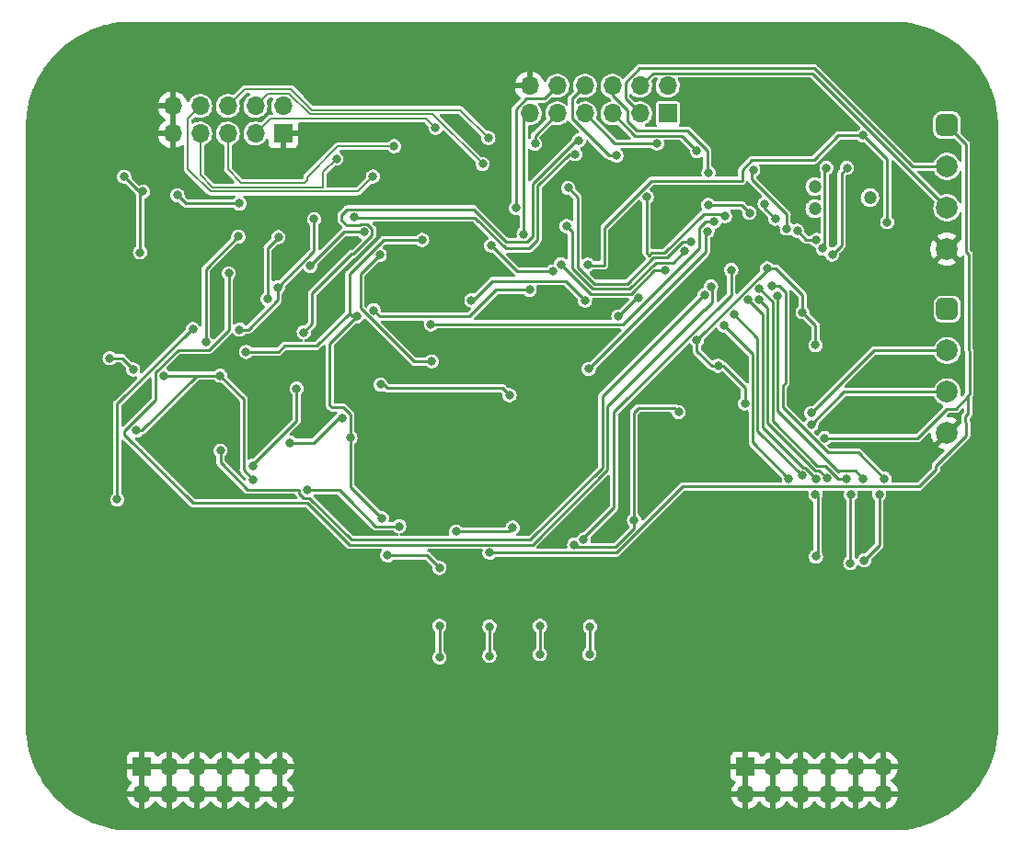
<source format=gbr>
%TF.GenerationSoftware,KiCad,Pcbnew,(6.0.10)*%
%TF.CreationDate,2023-01-06T10:16:33+00:00*%
%TF.ProjectId,test_board_boost,74657374-5f62-46f6-9172-645f626f6f73,rev?*%
%TF.SameCoordinates,Original*%
%TF.FileFunction,Copper,L4,Bot*%
%TF.FilePolarity,Positive*%
%FSLAX46Y46*%
G04 Gerber Fmt 4.6, Leading zero omitted, Abs format (unit mm)*
G04 Created by KiCad (PCBNEW (6.0.10)) date 2023-01-06 10:16:33*
%MOMM*%
%LPD*%
G01*
G04 APERTURE LIST*
G04 Aperture macros list*
%AMRoundRect*
0 Rectangle with rounded corners*
0 $1 Rounding radius*
0 $2 $3 $4 $5 $6 $7 $8 $9 X,Y pos of 4 corners*
0 Add a 4 corners polygon primitive as box body*
4,1,4,$2,$3,$4,$5,$6,$7,$8,$9,$2,$3,0*
0 Add four circle primitives for the rounded corners*
1,1,$1+$1,$2,$3*
1,1,$1+$1,$4,$5*
1,1,$1+$1,$6,$7*
1,1,$1+$1,$8,$9*
0 Add four rect primitives between the rounded corners*
20,1,$1+$1,$2,$3,$4,$5,0*
20,1,$1+$1,$4,$5,$6,$7,0*
20,1,$1+$1,$6,$7,$8,$9,0*
20,1,$1+$1,$8,$9,$2,$3,0*%
G04 Aperture macros list end*
%TA.AperFunction,ComponentPad*%
%ADD10C,2.000000*%
%TD*%
%TA.AperFunction,ComponentPad*%
%ADD11RoundRect,0.500000X-0.500000X0.500000X-0.500000X-0.500000X0.500000X-0.500000X0.500000X0.500000X0*%
%TD*%
%TA.AperFunction,ComponentPad*%
%ADD12C,1.200000*%
%TD*%
%TA.AperFunction,ComponentPad*%
%ADD13O,1.700000X1.700000*%
%TD*%
%TA.AperFunction,ComponentPad*%
%ADD14R,1.700000X1.700000*%
%TD*%
%TA.AperFunction,ViaPad*%
%ADD15C,0.800000*%
%TD*%
%TA.AperFunction,ViaPad*%
%ADD16C,0.600000*%
%TD*%
%TA.AperFunction,Conductor*%
%ADD17C,0.250000*%
%TD*%
%TA.AperFunction,Conductor*%
%ADD18C,0.200000*%
%TD*%
G04 APERTURE END LIST*
D10*
%TO.P,J14,4,Pin_4*%
%TO.N,GND*%
X170595000Y-93570000D03*
%TO.P,J14,3,Pin_3*%
%TO.N,UART_RX*%
X170595000Y-89760000D03*
%TO.P,J14,2,Pin_2*%
%TO.N,UART_TX*%
X170595000Y-85950000D03*
D11*
%TO.P,J14,1,Pin_1*%
%TO.N,unconnected-(J14-Pad1)*%
X170595000Y-82140000D03*
%TD*%
D10*
%TO.P,J15,4,Pin_4*%
%TO.N,GND*%
X170565000Y-76610000D03*
%TO.P,J15,3,Pin_3*%
%TO.N,-RS485*%
X170565000Y-72800000D03*
%TO.P,J15,2,Pin_2*%
%TO.N,+RS485*%
X170565000Y-68990000D03*
D11*
%TO.P,J15,1,Pin_1*%
%TO.N,+5VP*%
X170565000Y-65180000D03*
%TD*%
D12*
%TO.P,J13,*%
%TO.N,*%
X158410000Y-70844000D03*
X158410000Y-72876000D03*
X163490000Y-71860000D03*
%TD*%
D13*
%TO.P,J11,10,Pin_10*%
%TO.N,GND*%
X99320000Y-63415000D03*
%TO.P,J11,9,Pin_9*%
X99320000Y-65955000D03*
%TO.P,J11,8,Pin_8*%
%TO.N,T-*%
X101860000Y-63415000D03*
%TO.P,J11,7,Pin_7*%
%TO.N,T+*%
X101860000Y-65955000D03*
%TO.P,J11,6,Pin_6*%
%TO.N,B-*%
X104400000Y-63415000D03*
%TO.P,J11,5,Pin_5*%
%TO.N,B+*%
X104400000Y-65955000D03*
%TO.P,J11,4,Pin_4*%
%TO.N,VB-*%
X106940000Y-63415000D03*
%TO.P,J11,3,Pin_3*%
%TO.N,VB+*%
X106940000Y-65955000D03*
%TO.P,J11,2,Pin_2*%
%TO.N,Dout*%
X109480000Y-63415000D03*
D14*
%TO.P,J11,1,Pin_1*%
%TO.N,GND*%
X109480000Y-65955000D03*
%TD*%
D13*
%TO.P,J10,12,Pin_12*%
%TO.N,GND*%
X109165000Y-126795802D03*
%TO.P,J10,11,Pin_11*%
X109165000Y-124255802D03*
%TO.P,J10,10,Pin_10*%
X106625000Y-126795802D03*
%TO.P,J10,9,Pin_9*%
X106625000Y-124255802D03*
%TO.P,J10,8,Pin_8*%
X104085000Y-126795802D03*
%TO.P,J10,7,Pin_7*%
X104085000Y-124255802D03*
%TO.P,J10,6,Pin_6*%
X101545000Y-126795802D03*
%TO.P,J10,5,Pin_5*%
X101545000Y-124255802D03*
%TO.P,J10,4,Pin_4*%
X99005000Y-126795802D03*
%TO.P,J10,3,Pin_3*%
X99005000Y-124255802D03*
%TO.P,J10,2,Pin_2*%
X96465000Y-126795802D03*
D14*
%TO.P,J10,1,Pin_1*%
X96465000Y-124255802D03*
%TD*%
D13*
%TO.P,J9,12,Pin_12*%
%TO.N,GND*%
X164740155Y-126795802D03*
%TO.P,J9,11,Pin_11*%
X164740155Y-124255802D03*
%TO.P,J9,10,Pin_10*%
X162200155Y-126795802D03*
%TO.P,J9,9,Pin_9*%
X162200155Y-124255802D03*
%TO.P,J9,8,Pin_8*%
X159660155Y-126795802D03*
%TO.P,J9,7,Pin_7*%
X159660155Y-124255802D03*
%TO.P,J9,6,Pin_6*%
X157120155Y-126795802D03*
%TO.P,J9,5,Pin_5*%
X157120155Y-124255802D03*
%TO.P,J9,4,Pin_4*%
X154580155Y-126795802D03*
%TO.P,J9,3,Pin_3*%
X154580155Y-124255802D03*
%TO.P,J9,2,Pin_2*%
X152040155Y-126795802D03*
D14*
%TO.P,J9,1,Pin_1*%
X152040155Y-124255802D03*
%TD*%
D13*
%TO.P,J12,12,Pin_12*%
%TO.N,GND*%
X132175000Y-61565000D03*
%TO.P,J12,11,Pin_11*%
%TO.N,BLE_VDD_LPM*%
X132175000Y-64105000D03*
%TO.P,J12,10,Pin_10*%
%TO.N,+1.8VIO_LPM*%
X134715000Y-61565000D03*
%TO.P,J12,9,Pin_9*%
%TO.N,VPP_2V5_LPM*%
X134715000Y-64105000D03*
%TO.P,J12,8,Pin_8*%
%TO.N,+3.0VIO_LPM*%
X137255000Y-61565000D03*
%TO.P,J12,7,Pin_7*%
%TO.N,+1.8VDD_LPM*%
X137255000Y-64105000D03*
%TO.P,J12,6,Pin_6*%
%TO.N,CORE_VDD_LPM*%
X139795000Y-61565000D03*
%TO.P,J12,5,Pin_5*%
%TO.N,VCC_MAIN_LPM*%
X139795000Y-64105000D03*
%TO.P,J12,4,Pin_4*%
%TO.N,-RS485*%
X142335000Y-61565000D03*
%TO.P,J12,3,Pin_3*%
%TO.N,+RS485*%
X142335000Y-64105000D03*
%TO.P,J12,2,Pin_2*%
%TO.N,+BATT*%
X144875000Y-61565000D03*
D14*
%TO.P,J12,1,Pin_1*%
%TO.N,+24V*%
X144875000Y-64105000D03*
%TD*%
D15*
%TO.N,GND*%
X92388314Y-62935275D03*
X99795622Y-117346903D03*
X91534783Y-118854974D03*
X112833000Y-111442529D03*
X111550010Y-116307669D03*
X113675450Y-118953813D03*
X116071772Y-123375964D03*
X145082155Y-123831062D03*
X151457113Y-117297803D03*
X156587550Y-117325209D03*
X169699499Y-117639397D03*
X168778919Y-114229897D03*
X163802321Y-115224256D03*
X158716493Y-115125262D03*
X153658201Y-114888453D03*
X149599591Y-113560945D03*
X144696877Y-114823746D03*
X143871227Y-119081914D03*
X140786408Y-123020445D03*
X135788491Y-123542075D03*
X130752370Y-123407263D03*
X125715736Y-123550356D03*
X120720580Y-123005555D03*
X117654600Y-119052597D03*
X117623059Y-113953078D03*
X115601805Y-110025715D03*
X138662722Y-62836092D03*
X105625220Y-64601318D03*
X103085220Y-64601318D03*
X120559083Y-65531020D03*
X126278932Y-65618142D03*
X122272931Y-65531384D03*
X157679506Y-61365989D03*
X152246576Y-61365989D03*
X146813646Y-61365989D03*
X147899777Y-65510598D03*
X152827477Y-66088698D03*
X157242999Y-67248722D03*
X161542234Y-65156799D03*
X168810574Y-66187388D03*
X134465141Y-65792034D03*
X103145054Y-67106594D03*
X146591126Y-68372843D03*
X150451778Y-68973229D03*
X143416260Y-68616073D03*
X154338158Y-69387026D03*
X126111778Y-68453229D03*
X105350500Y-67628267D03*
X109142929Y-69549980D03*
X113379539Y-66951992D03*
X118390240Y-66179500D03*
X158229251Y-69387265D03*
X114613412Y-69532033D03*
X162116057Y-67134556D03*
X171349989Y-71124244D03*
X140146122Y-71193964D03*
X147954501Y-71344500D03*
X137845258Y-71000674D03*
X134078086Y-71005308D03*
X118412239Y-71974500D03*
X119199280Y-68283817D03*
X113905622Y-73274500D03*
X157214246Y-71673893D03*
X109075706Y-73198440D03*
X157895663Y-74234773D03*
X171267427Y-74514255D03*
X137825258Y-74360674D03*
X133933731Y-74352401D03*
X129915000Y-72033177D03*
X127349934Y-75294500D03*
X143961620Y-75915101D03*
X133676267Y-77576614D03*
X140880357Y-76379783D03*
X109057015Y-77953343D03*
X118655030Y-78470698D03*
X94286754Y-79524500D03*
X95339500Y-75174705D03*
X93850503Y-70677272D03*
X97492125Y-76477343D03*
X99745084Y-78979842D03*
X100598344Y-74521926D03*
X123096675Y-76712782D03*
X118857015Y-80323343D03*
X125512836Y-81737402D03*
X134769740Y-82559000D03*
X105623542Y-82008581D03*
X103386228Y-82187714D03*
X113151639Y-83563796D03*
X104833195Y-85094500D03*
X108581712Y-85094500D03*
X109636909Y-82161756D03*
X171302421Y-80302501D03*
X169038459Y-78020649D03*
X169389776Y-74235763D03*
X166631052Y-70245618D03*
X166303658Y-73863845D03*
X161860500Y-75202706D03*
X160516950Y-79279056D03*
X163343976Y-78262001D03*
X166383000Y-80740278D03*
X165200351Y-84974500D03*
X169985100Y-84197641D03*
X142358022Y-84350000D03*
X159277953Y-82931115D03*
X137473922Y-86391513D03*
X149327324Y-84664164D03*
X146646083Y-86333664D03*
X123020470Y-88198573D03*
X126954231Y-85974890D03*
X129637600Y-88434500D03*
X130364501Y-84610104D03*
X157291781Y-88124271D03*
X156726933Y-83539967D03*
X162960588Y-88784500D03*
X168178132Y-88784500D03*
X171204901Y-87702358D03*
X139394500Y-88260935D03*
X112789500Y-89567000D03*
X94441940Y-87819005D03*
X144014043Y-89081936D03*
X114740500Y-88851584D03*
X119320414Y-86978205D03*
X116459501Y-84213624D03*
X103655706Y-90450940D03*
X135787000Y-90369648D03*
X150999500Y-89754065D03*
X103514500Y-91489813D03*
X95930928Y-90533992D03*
X151436576Y-91950632D03*
X161281761Y-92169500D03*
X165598606Y-91912000D03*
X169156936Y-90932481D03*
X116889657Y-93204040D03*
X106840500Y-94522453D03*
X107575706Y-88870940D03*
X163517001Y-95057936D03*
X116793718Y-94583263D03*
X98774500Y-92524731D03*
X165677477Y-96770000D03*
X168732061Y-94564421D03*
X104499500Y-98441179D03*
X142745989Y-92538159D03*
X144359663Y-99005772D03*
X154106067Y-97494500D03*
X150778901Y-95605811D03*
X147040020Y-92107914D03*
X163290924Y-100627989D03*
X167340924Y-100627989D03*
X124071115Y-90385500D03*
X119730724Y-90735195D03*
X119850495Y-94785529D03*
X118893901Y-100196224D03*
X126033007Y-99390493D03*
X130993372Y-100462063D03*
X134734860Y-96765575D03*
X136156337Y-94048178D03*
X131211402Y-94179264D03*
X129190115Y-90597648D03*
X131860329Y-102385106D03*
X116879935Y-102414500D03*
X140568153Y-101222794D03*
X134697319Y-102942964D03*
X138949500Y-100015935D03*
X162701957Y-104001039D03*
X162546536Y-106450444D03*
X160045784Y-105109296D03*
X96529587Y-112534335D03*
X91817001Y-112058124D03*
X107829586Y-112584335D03*
X103117001Y-112108124D03*
X130279332Y-62059811D03*
X133467740Y-60090874D03*
X137958634Y-60014799D03*
X161142683Y-61362400D03*
X164965922Y-64204500D03*
X169601382Y-63410971D03*
X172369667Y-95109898D03*
X169109918Y-98769647D03*
X170775500Y-102632355D03*
X165925499Y-106002571D03*
X165951223Y-109973836D03*
X161432449Y-109927474D03*
X157026959Y-109814123D03*
X154386083Y-107529412D03*
X157363754Y-104455832D03*
X154337001Y-102786290D03*
X154760947Y-99445500D03*
X149760472Y-99445500D03*
X145322078Y-100802487D03*
X147237401Y-108704874D03*
X143049261Y-109350728D03*
X143968873Y-105143439D03*
X140360067Y-105531763D03*
X139045439Y-108576944D03*
X138935862Y-118079469D03*
X136461760Y-116299816D03*
X136488458Y-111565537D03*
X134666944Y-108128631D03*
X131655634Y-116789242D03*
X132084599Y-112013842D03*
X130025500Y-107779429D03*
X127056902Y-117122166D03*
X127499500Y-112349891D03*
X125366316Y-104815020D03*
X125367890Y-108323288D03*
X122558495Y-116568651D03*
X122732521Y-111836896D03*
X122335494Y-107088932D03*
X118936582Y-106068040D03*
X114749969Y-104404534D03*
X111169847Y-100975500D03*
X107575499Y-102381627D03*
X105298122Y-105570500D03*
X103374500Y-102027872D03*
X99813755Y-100018320D03*
X95818867Y-98408000D03*
X96275499Y-102325014D03*
X94004734Y-105520500D03*
X92074500Y-101984481D03*
X92481246Y-98488000D03*
X90644500Y-94954213D03*
X90656824Y-90224193D03*
X90944071Y-85524809D03*
X95539619Y-86157554D03*
X99763652Y-82080500D03*
X95186522Y-81743069D03*
X90761222Y-81254270D03*
X90671104Y-76600662D03*
X90654501Y-71963426D03*
X92291233Y-68229500D03*
X96419899Y-70066609D03*
X99837431Y-69677746D03*
X97395631Y-66322459D03*
X98176871Y-61824730D03*
X102761433Y-61972975D03*
X107090592Y-60915469D03*
X111659554Y-61975338D03*
X116467767Y-62439500D03*
X121315606Y-62829980D03*
X126273567Y-62941222D03*
X129630451Y-66356668D03*
X157014351Y-122340948D03*
X161647074Y-122376567D03*
X166265660Y-123022894D03*
X150197953Y-125608161D03*
X152269353Y-122297802D03*
X101439194Y-122340948D03*
X106071917Y-122376568D03*
X110690503Y-123022893D03*
X94622798Y-125608161D03*
X96694198Y-122297802D03*
X171665665Y-127202538D03*
X174320792Y-122993374D03*
X174699499Y-117989879D03*
X174699499Y-112949175D03*
X174699499Y-107908471D03*
X174699499Y-102867767D03*
X174699499Y-97827063D03*
X174699499Y-92786359D03*
X174699499Y-87745655D03*
X174699499Y-82704951D03*
X174699499Y-77664247D03*
X174699499Y-72623543D03*
X174699499Y-67582839D03*
X174254347Y-62589376D03*
X171493743Y-58448935D03*
X166974562Y-56366452D03*
X161940775Y-56250501D03*
X156900071Y-56250501D03*
X151859367Y-56250501D03*
X146818663Y-56250501D03*
X141777959Y-56250501D03*
X136737255Y-56250501D03*
X131696551Y-56250501D03*
X126655847Y-56250501D03*
X121615143Y-56250501D03*
X116574439Y-56250501D03*
X111533735Y-56250501D03*
X106493031Y-56250501D03*
X101452327Y-56250501D03*
X96411623Y-56250501D03*
X91516581Y-57192404D03*
X87815965Y-60518738D03*
X86404082Y-65290482D03*
X86400499Y-70330443D03*
X86400499Y-75371147D03*
X86400499Y-80411851D03*
X86400499Y-85452555D03*
X86400499Y-90493259D03*
X86400499Y-95533963D03*
X86400499Y-100574667D03*
X86400499Y-105615371D03*
X86400499Y-110656075D03*
X86400499Y-115696779D03*
X86410944Y-120736636D03*
X87939334Y-125472073D03*
X91720875Y-128707067D03*
X96638845Y-129549501D03*
X101679549Y-129549501D03*
X106720253Y-129549501D03*
X111760957Y-129549501D03*
X116801661Y-129549501D03*
X121842365Y-129549501D03*
X126883069Y-129549501D03*
X131923773Y-129549501D03*
X136964477Y-129549501D03*
X142005181Y-129549501D03*
X147045885Y-129549501D03*
X152086589Y-129549501D03*
X157127293Y-129549501D03*
X162167997Y-129549501D03*
X167199198Y-129399359D03*
%TO.N,+5VP*%
X159325000Y-94020000D03*
X165075000Y-74120000D03*
X128475000Y-104564020D03*
X102355000Y-85150000D03*
X122275000Y-75770000D03*
X105362700Y-75447700D03*
X162872701Y-66132299D03*
X123875000Y-105970000D03*
X132175000Y-80370000D03*
X137525000Y-78040000D03*
X106075000Y-86070000D03*
X134291294Y-78666454D03*
X119075000Y-104820000D03*
X116245000Y-82810000D03*
X118575000Y-101405500D03*
X128625000Y-76270000D03*
X117817299Y-82237701D03*
X115685000Y-93990000D03*
D16*
%TO.N,GND*%
X105300000Y-73900000D03*
D15*
X106875000Y-76630000D03*
X137625000Y-90720000D03*
D16*
X151400000Y-73600000D03*
X147400000Y-73100000D03*
D15*
X122225000Y-80070000D03*
D16*
X153500000Y-73550000D03*
D15*
%TO.N,Vdrive*%
X111705000Y-98810000D03*
X103685000Y-88262500D03*
X93525000Y-86652500D03*
X120175000Y-102130000D03*
X106725000Y-97820000D03*
X95985000Y-93322500D03*
X98475000Y-88252500D03*
X95685000Y-87682500D03*
%TO.N,Net-(C4-Pad1)*%
X94855000Y-69930000D03*
X108065000Y-81200000D03*
X105455000Y-72400000D03*
X99765000Y-71640000D03*
X96315000Y-76900000D03*
X96595000Y-71310000D03*
X109055000Y-75510000D03*
%TO.N,+BATT*%
X106715000Y-96552500D03*
X136697846Y-66589891D03*
X110725000Y-89452500D03*
X111375000Y-84270000D03*
%TO.N,+24V*%
X112335000Y-73830000D03*
X136375000Y-67850000D03*
X108995000Y-80120000D03*
X116005000Y-73674500D03*
X105475000Y-84020000D03*
X94225000Y-99670000D03*
X101175000Y-83970000D03*
%TO.N,Net-(C14-Pad2)*%
X123155000Y-86950000D03*
X118375000Y-77140000D03*
%TO.N,Net-(C15-Pad2)*%
X130325000Y-90060000D03*
X118445000Y-89090000D03*
%TO.N,IEXT*%
X149155000Y-74080000D03*
X123095000Y-83534500D03*
%TO.N,IBAT*%
X148535000Y-74960000D03*
X137605000Y-87640000D03*
%TO.N,+3V3*%
X136271126Y-103839520D03*
X157285000Y-82420000D03*
X151975000Y-90820000D03*
X154025000Y-78379989D03*
X145875000Y-91620000D03*
X158475000Y-85450000D03*
X147565000Y-85000000D03*
X141775000Y-101570000D03*
X126805000Y-81320000D03*
X158558074Y-75758324D03*
X137265000Y-81350000D03*
X156799439Y-74922426D03*
X149515000Y-87350000D03*
%TO.N,VB+*%
X123520378Y-65434622D03*
%TO.N,VB-*%
X127845000Y-68770000D03*
%TO.N,B+*%
X119695000Y-67130000D03*
%TO.N,B-*%
X128375000Y-66370000D03*
%TO.N,T+*%
X114385000Y-68280000D03*
%TO.N,T-*%
X117745000Y-69910000D03*
%TO.N,VCC_MAIN_LPM*%
X147565000Y-67580000D03*
%TO.N,CORE_VDD_LPM*%
X148625000Y-69575500D03*
%TO.N,+1.8VDD_LPM*%
X143895000Y-66880000D03*
%TO.N,+3.0VIO_LPM*%
X140145000Y-67990000D03*
%TO.N,VPP_2V5_LPM*%
X132665000Y-66900000D03*
%TO.N,+1.8VIO_LPM*%
X130890500Y-72820000D03*
%TO.N,BLE_VDD_LPM*%
X131615000Y-75210000D03*
%TO.N,PDI_DATA*%
X161375000Y-69120000D03*
X160015000Y-77100000D03*
%TO.N,PDI_CLK*%
X159485000Y-69120000D03*
X159155000Y-76560000D03*
%TO.N,UART_RX*%
X158105000Y-92760000D03*
%TO.N,UART_TX*%
X158105000Y-91710000D03*
%TO.N,Net-(D4-Pad2)*%
X133125000Y-113920000D03*
X133125000Y-111320000D03*
%TO.N,Dout*%
X130615000Y-102260000D03*
X140340000Y-82810000D03*
X142180201Y-81110201D03*
X125395000Y-102620000D03*
%TO.N,IE_RAW*%
X116945000Y-75030000D03*
X111987299Y-78152299D03*
%TO.N,IB_RAW*%
X110130000Y-94427500D03*
X114955000Y-92170000D03*
%TO.N,VCC_MAIN*%
X152745000Y-69320000D03*
X164338124Y-99194500D03*
X162881049Y-97745500D03*
X162975000Y-105270000D03*
X155825000Y-74700000D03*
X154986898Y-80908102D03*
%TO.N,CORE_VDD*%
X154450500Y-80020000D03*
X154775000Y-73820000D03*
X164825000Y-97745500D03*
X153805000Y-72420000D03*
%TO.N,+1.8VDD*%
X152405000Y-73280000D03*
X148615000Y-72530000D03*
X153311898Y-80257700D03*
X161362299Y-97745500D03*
%TO.N,+3.0VIO*%
X161725000Y-99220000D03*
X161675000Y-105520000D03*
X150145000Y-73570000D03*
X153290334Y-81260735D03*
X159511089Y-97694968D03*
X142945000Y-71790000D03*
%TO.N,VPP_2V5*%
X135715000Y-70970000D03*
X158512299Y-97732701D03*
X147019028Y-75964848D03*
X152287299Y-81282299D03*
%TO.N,+1.8VIO*%
X157225000Y-97470000D03*
X135555000Y-74480000D03*
X150962299Y-82607299D03*
X146455000Y-76790000D03*
X158525000Y-104920000D03*
X158475000Y-99220000D03*
%TO.N,BLE_VDD*%
X135045000Y-78010000D03*
X150025000Y-83620000D03*
X156025000Y-97745500D03*
X144605000Y-78570000D03*
%TO.N,BAT_EN*%
X103725000Y-95170000D03*
X148255000Y-80830000D03*
%TO.N,EXT_EN*%
X104485000Y-78830000D03*
X148872514Y-80044073D03*
%TO.N,Net-(D5-Pad2)*%
X137725000Y-111370000D03*
X137675000Y-113920000D03*
%TO.N,Net-(R53-Pad1)*%
X137141290Y-103345500D03*
X150725000Y-78520000D03*
%TO.N,Net-(D16-Pad2)*%
X123875000Y-114220000D03*
X123875000Y-111320000D03*
%TO.N,Net-(D18-Pad2)*%
X128475000Y-111370000D03*
X128475000Y-114070000D03*
%TD*%
D17*
%TO.N,+5VP*%
X169550000Y-96550000D02*
X172350000Y-93750000D01*
X169550000Y-96950000D02*
X169550000Y-96550000D01*
X151735000Y-69305386D02*
X151735000Y-70300000D01*
X119075000Y-104820000D02*
X122725000Y-104820000D01*
X146275000Y-98470000D02*
X168030000Y-98470000D01*
X168030000Y-98470000D02*
X169550000Y-96950000D01*
X172650000Y-85983193D02*
X172575489Y-85908682D01*
X172275489Y-92041318D02*
X172525489Y-91791318D01*
X167871560Y-94020000D02*
X170591560Y-91300000D01*
X172650000Y-89966807D02*
X172650000Y-85983193D01*
X109050386Y-86070000D02*
X106075000Y-86070000D01*
X162872701Y-66132299D02*
X160602701Y-66132299D01*
X109600386Y-85520000D02*
X109050386Y-86070000D01*
X172350000Y-92633193D02*
X172275489Y-92558682D01*
X115685000Y-98515500D02*
X118575000Y-101405500D01*
X160602701Y-66132299D02*
X158325000Y-68410000D01*
X172525489Y-90174511D02*
X172525489Y-90091318D01*
X137575000Y-78090000D02*
X137525000Y-78040000D01*
X172350000Y-93750000D02*
X172350000Y-92633193D01*
X139055000Y-78090000D02*
X137575000Y-78090000D01*
X112575000Y-85520000D02*
X109600386Y-85520000D01*
X151735000Y-70300000D02*
X143410386Y-70300000D01*
X170591560Y-91300000D02*
X171400000Y-91300000D01*
X114994125Y-91184511D02*
X115685000Y-91875386D01*
X132175000Y-80370000D02*
X129075000Y-80370000D01*
X118389598Y-82810000D02*
X117817299Y-82237701D01*
X113765000Y-85290000D02*
X113765000Y-90970000D01*
X122725000Y-104820000D02*
X123875000Y-105970000D01*
X115575000Y-78915386D02*
X115575000Y-81970000D01*
X126635000Y-82810000D02*
X118389598Y-82810000D01*
X158325000Y-68410000D02*
X152630386Y-68410000D01*
X115575000Y-82520000D02*
X112575000Y-85520000D01*
X172525489Y-91791318D02*
X172525489Y-90091318D01*
X118720386Y-75770000D02*
X115575000Y-78915386D01*
X172575489Y-85908682D02*
X172575489Y-77108682D01*
X165075000Y-68334598D02*
X162872701Y-66132299D01*
X143410386Y-70300000D02*
X139055000Y-74655386D01*
X113765000Y-90970000D02*
X113979511Y-91184511D01*
X172275489Y-92558682D02*
X172275489Y-92041318D01*
X115685000Y-93990000D02*
X115685000Y-98515500D01*
X128475000Y-104564020D02*
X140180980Y-104564020D01*
X171400000Y-91300000D02*
X172525489Y-90174511D01*
X115865000Y-82810000D02*
X115575000Y-82520000D01*
X115575000Y-81970000D02*
X115575000Y-82520000D01*
X131021454Y-78666454D02*
X134291294Y-78666454D01*
X159325000Y-94020000D02*
X167871560Y-94020000D01*
X139055000Y-74655386D02*
X139055000Y-78090000D01*
X102355000Y-78455400D02*
X102355000Y-85150000D01*
X129075000Y-80370000D02*
X126635000Y-82810000D01*
X116245000Y-82810000D02*
X113765000Y-85290000D01*
X116245000Y-82810000D02*
X115865000Y-82810000D01*
X172325489Y-66940489D02*
X170565000Y-65180000D01*
X122275000Y-75770000D02*
X118720386Y-75770000D01*
X128625000Y-76270000D02*
X131021454Y-78666454D01*
X115685000Y-91875386D02*
X115685000Y-93990000D01*
X172325489Y-76858682D02*
X172325489Y-66940489D01*
X152630386Y-68410000D02*
X151735000Y-69305386D01*
X172575489Y-77108682D02*
X172325489Y-76858682D01*
X172525489Y-90091318D02*
X172650000Y-89966807D01*
X165075000Y-74120000D02*
X165075000Y-68334598D01*
X105362700Y-75447700D02*
X102355000Y-78455400D01*
X140180980Y-104564020D02*
X146275000Y-98470000D01*
X113979511Y-91184511D02*
X114994125Y-91184511D01*
%TO.N,Vdrive*%
X114655000Y-98810000D02*
X111705000Y-98810000D01*
X103685000Y-88262500D02*
X101525000Y-88262500D01*
X101525000Y-88262500D02*
X98485000Y-88262500D01*
X120175000Y-102130000D02*
X117975000Y-102130000D01*
X98485000Y-88262500D02*
X98475000Y-88252500D01*
X117975000Y-102130000D02*
X115575000Y-99730000D01*
X115575000Y-99730000D02*
X114655000Y-98810000D01*
X106725000Y-97820000D02*
X105865000Y-96960000D01*
X94655000Y-86652500D02*
X93525000Y-86652500D01*
X105865000Y-96960000D02*
X105865000Y-90442500D01*
X101525000Y-88262500D02*
X96465000Y-93322500D01*
X96465000Y-93322500D02*
X95985000Y-93322500D01*
X95685000Y-87682500D02*
X94655000Y-86652500D01*
X105865000Y-90442500D02*
X103685000Y-88262500D01*
%TO.N,Net-(C4-Pad1)*%
X96235000Y-71310000D02*
X96595000Y-71310000D01*
X100525000Y-72400000D02*
X99765000Y-71640000D01*
X96595000Y-71310000D02*
X96315000Y-71590000D01*
X105455000Y-72400000D02*
X100525000Y-72400000D01*
X108065000Y-76500000D02*
X109055000Y-75510000D01*
X96315000Y-71590000D02*
X96315000Y-76900000D01*
X94855000Y-69930000D02*
X96235000Y-71310000D01*
X108065000Y-81200000D02*
X108065000Y-76500000D01*
%TO.N,+BATT*%
X112175000Y-80680000D02*
X115795000Y-77060000D01*
X132435000Y-70624282D02*
X136469391Y-66589891D01*
X117669511Y-75330103D02*
X117669511Y-74729897D01*
X106715000Y-96552500D02*
X106715000Y-96442500D01*
X117245103Y-74305489D02*
X116644897Y-74305489D01*
X127020718Y-72950000D02*
X130005229Y-75934511D01*
X116644897Y-74305489D02*
X116551375Y-74399011D01*
X115314011Y-74399011D02*
X114875000Y-73960000D01*
X110725000Y-92432500D02*
X110725000Y-89452500D01*
X115795000Y-77060000D02*
X115939614Y-77060000D01*
X130005229Y-75934511D02*
X131915103Y-75934511D01*
X116551375Y-74399011D02*
X115314011Y-74399011D01*
X136469391Y-66589891D02*
X136697846Y-66589891D01*
X131915103Y-75934511D02*
X132435000Y-75414614D01*
X117669511Y-74729897D02*
X117245103Y-74305489D01*
X114875000Y-73450000D02*
X115375000Y-72950000D01*
X106715000Y-96442500D02*
X110725000Y-92432500D01*
X115939614Y-77060000D02*
X117669511Y-75330103D01*
X114875000Y-73960000D02*
X114875000Y-73450000D01*
X132435000Y-75414614D02*
X132435000Y-70624282D01*
X111375000Y-84270000D02*
X112175000Y-83470000D01*
X112175000Y-83470000D02*
X112175000Y-80680000D01*
X115375000Y-72950000D02*
X127020718Y-72950000D01*
%TO.N,+24V*%
X94225000Y-90842168D02*
X94225000Y-99670000D01*
X116005000Y-73674500D02*
X116030500Y-73700000D01*
X135845000Y-67850000D02*
X136375000Y-67850000D01*
X132095000Y-76560000D02*
X132895000Y-75760000D01*
X108995000Y-80120000D02*
X108995000Y-81294614D01*
X101097168Y-83970000D02*
X94225000Y-90842168D01*
X132895000Y-70800000D02*
X135845000Y-67850000D01*
X112335000Y-76780000D02*
X112335000Y-73830000D01*
X132895000Y-75760000D02*
X132895000Y-70800000D01*
X108995000Y-80120000D02*
X112335000Y-76780000D01*
X116030500Y-73700000D02*
X127135000Y-73700000D01*
X127135000Y-73700000D02*
X129995000Y-76560000D01*
X129995000Y-76560000D02*
X132095000Y-76560000D01*
X101175000Y-83970000D02*
X101097168Y-83970000D01*
X108995000Y-81294614D02*
X106269614Y-84020000D01*
X106269614Y-84020000D02*
X105475000Y-84020000D01*
%TO.N,Net-(C14-Pad2)*%
X116585000Y-78930000D02*
X116585000Y-82030000D01*
X118375000Y-77140000D02*
X116585000Y-78930000D01*
X121505000Y-86950000D02*
X123155000Y-86950000D01*
X116585000Y-82030000D02*
X121505000Y-86950000D01*
%TO.N,Net-(C15-Pad2)*%
X118745000Y-89090000D02*
X119065000Y-89410000D01*
X118445000Y-89090000D02*
X118745000Y-89090000D01*
X129675000Y-89410000D02*
X130325000Y-90060000D01*
X119065000Y-89410000D02*
X129675000Y-89410000D01*
%TO.N,IEXT*%
X140780500Y-83534500D02*
X147810489Y-76504511D01*
X123095000Y-83534500D02*
X140780500Y-83534500D01*
X147810489Y-74659897D02*
X148390386Y-74080000D01*
X147810489Y-76504511D02*
X147810489Y-74659897D01*
X148390386Y-74080000D02*
X149155000Y-74080000D01*
%TO.N,IBAT*%
X148385000Y-76860000D02*
X137605000Y-87640000D01*
X148385000Y-75110000D02*
X148385000Y-76860000D01*
X148535000Y-74960000D02*
X148385000Y-75110000D01*
%TO.N,+3V3*%
X147565000Y-85000000D02*
X147565000Y-85990000D01*
X140039282Y-104070000D02*
X141775000Y-102334282D01*
X154025000Y-78520000D02*
X147565000Y-84980000D01*
X154025000Y-78379989D02*
X154025000Y-78520000D01*
X154025000Y-78379989D02*
X154804989Y-78379989D01*
X128655000Y-79610000D02*
X128719511Y-79545489D01*
X126945000Y-81320000D02*
X128655000Y-79610000D01*
X148925000Y-87350000D02*
X149515000Y-87350000D01*
X145500489Y-91245489D02*
X142199511Y-91245489D01*
X157635337Y-75758324D02*
X156799439Y-74922426D01*
X136271126Y-103839520D02*
X136501606Y-104070000D01*
X158475000Y-85450000D02*
X158475000Y-83610000D01*
X135460489Y-79545489D02*
X137265000Y-81350000D01*
X141775000Y-102334282D02*
X141775000Y-101570000D01*
X128719511Y-79545489D02*
X135460489Y-79545489D01*
X151975000Y-89350000D02*
X149975000Y-87350000D01*
X141770489Y-91674511D02*
X141770489Y-101565489D01*
X158475000Y-83610000D02*
X157285000Y-82420000D01*
X149975000Y-87350000D02*
X149515000Y-87350000D01*
X145875000Y-91620000D02*
X145500489Y-91245489D01*
X147565000Y-84980000D02*
X147565000Y-85000000D01*
X136501606Y-104070000D02*
X140039282Y-104070000D01*
X147565000Y-85990000D02*
X148925000Y-87350000D01*
X141770489Y-101565489D02*
X141775000Y-101570000D01*
X151975000Y-90820000D02*
X151975000Y-89350000D01*
X157285000Y-80860000D02*
X157285000Y-82420000D01*
X126805000Y-81320000D02*
X126945000Y-81320000D01*
X142199511Y-91245489D02*
X141770489Y-91674511D01*
X158558074Y-75758324D02*
X157635337Y-75758324D01*
X154804989Y-78379989D02*
X157285000Y-80860000D01*
D18*
%TO.N,VB+*%
X122665276Y-64579520D02*
X108315480Y-64579520D01*
X123520378Y-65434622D02*
X122665276Y-64579520D01*
X108315480Y-64579520D02*
X106940000Y-65955000D01*
%TO.N,VB-*%
X106940000Y-63415000D02*
X108089511Y-62265489D01*
X108089511Y-62265489D02*
X110040489Y-62265489D01*
X123255000Y-64180000D02*
X127845000Y-68770000D01*
X111955000Y-64180000D02*
X123255000Y-64180000D01*
X110040489Y-62265489D02*
X111955000Y-64180000D01*
%TO.N,B+*%
X111685000Y-70280000D02*
X111464520Y-70500480D01*
X105625000Y-70500480D02*
X104400000Y-69275480D01*
X119695000Y-67130000D02*
X114545741Y-67130000D01*
X104400000Y-69275480D02*
X104400000Y-65955000D01*
X111685000Y-69990741D02*
X111685000Y-70280000D01*
X111464520Y-70500480D02*
X105625000Y-70500480D01*
X114545741Y-67130000D02*
X111685000Y-69990741D01*
%TO.N,B-*%
X128375000Y-66370000D02*
X125785480Y-63780480D01*
X110205975Y-61865969D02*
X105949031Y-61865969D01*
X112120486Y-63780480D02*
X110205975Y-61865969D01*
X125785480Y-63780480D02*
X112120486Y-63780480D01*
X105949031Y-61865969D02*
X104400000Y-63415000D01*
%TO.N,T+*%
X102975000Y-70900000D02*
X101860000Y-69785000D01*
X113155000Y-69510000D02*
X113155000Y-70900000D01*
X113155000Y-70900000D02*
X102975000Y-70900000D01*
X101860000Y-69785000D02*
X101860000Y-65955000D01*
X114385000Y-68280000D02*
X113155000Y-69510000D01*
%TO.N,T-*%
X100710489Y-69225489D02*
X100710489Y-64564511D01*
X102784520Y-71299520D02*
X100710489Y-69225489D01*
X116355480Y-71299520D02*
X102784520Y-71299520D01*
X117745000Y-69910000D02*
X116355480Y-71299520D01*
X100710489Y-64564511D02*
X101860000Y-63415000D01*
D17*
%TO.N,+RS485*%
X158341687Y-59940969D02*
X167390718Y-68990000D01*
X142298021Y-59940969D02*
X158341687Y-59940969D01*
X142335000Y-64105000D02*
X140969511Y-62739511D01*
X140969511Y-61269479D02*
X142298021Y-59940969D01*
X167390718Y-68990000D02*
X170565000Y-68990000D01*
X140969511Y-62739511D02*
X140969511Y-61269479D01*
%TO.N,-RS485*%
X143509511Y-60390489D02*
X158155489Y-60390489D01*
X142335000Y-61565000D02*
X143509511Y-60390489D01*
X158155489Y-60390489D02*
X170565000Y-72800000D01*
%TO.N,VCC_MAIN_LPM*%
X146140489Y-66155489D02*
X147565000Y-67580000D01*
X139795000Y-64105000D02*
X141845489Y-66155489D01*
X141845489Y-66155489D02*
X146140489Y-66155489D01*
%TO.N,CORE_VDD_LPM*%
X148515000Y-69465500D02*
X148625000Y-69575500D01*
X148515000Y-69090000D02*
X148515000Y-69465500D01*
X146715583Y-65705969D02*
X148515000Y-67505386D01*
X139795000Y-61565000D02*
X139795000Y-62443990D01*
X141145359Y-63794349D02*
X141145359Y-64819641D01*
X141145359Y-64819641D02*
X142031687Y-65705969D01*
X142031687Y-65705969D02*
X146210969Y-65705969D01*
X146210969Y-65705969D02*
X146715583Y-65705969D01*
X139795000Y-62443990D02*
X141145359Y-63794349D01*
X148515000Y-67505386D02*
X148515000Y-69090000D01*
%TO.N,+1.8VDD_LPM*%
X137255000Y-64105000D02*
X140030000Y-66880000D01*
X140030000Y-66880000D02*
X143895000Y-66880000D01*
%TO.N,+3.0VIO_LPM*%
X136080489Y-64591499D02*
X139478990Y-67990000D01*
X139478990Y-67990000D02*
X140145000Y-67990000D01*
X137255000Y-61565000D02*
X136080489Y-62739511D01*
X136080489Y-62739511D02*
X136080489Y-64591499D01*
%TO.N,VPP_2V5_LPM*%
X134715000Y-64105000D02*
X132665000Y-66155000D01*
X132665000Y-66155000D02*
X132665000Y-66900000D01*
%TO.N,+1.8VIO_LPM*%
X133540489Y-62739511D02*
X134715000Y-61565000D01*
X130890500Y-72820000D02*
X130890500Y-63728490D01*
X130890500Y-63728490D02*
X131879479Y-62739511D01*
X131879479Y-62739511D02*
X133540489Y-62739511D01*
%TO.N,BLE_VDD_LPM*%
X132175000Y-64105000D02*
X131615000Y-64665000D01*
X131615000Y-64665000D02*
X131615000Y-75210000D01*
%TO.N,PDI_DATA*%
X160885000Y-76230000D02*
X160015000Y-77100000D01*
X160885000Y-69610000D02*
X160885000Y-76230000D01*
X161375000Y-69120000D02*
X160885000Y-69610000D01*
%TO.N,PDI_CLK*%
X159334511Y-76380489D02*
X159155000Y-76560000D01*
X159485000Y-69120000D02*
X159334511Y-69270489D01*
X159334511Y-69270489D02*
X159334511Y-76380489D01*
%TO.N,UART_RX*%
X170595000Y-89760000D02*
X161105000Y-89760000D01*
X161105000Y-89760000D02*
X158105000Y-92760000D01*
%TO.N,UART_TX*%
X170595000Y-85950000D02*
X163865000Y-85950000D01*
X163865000Y-85950000D02*
X158105000Y-91710000D01*
%TO.N,Net-(D4-Pad2)*%
X133125000Y-111320000D02*
X133125000Y-113920000D01*
%TO.N,Dout*%
X142039799Y-81110201D02*
X142180201Y-81110201D01*
X130615000Y-102260000D02*
X130255000Y-102620000D01*
X140340000Y-82810000D02*
X142039799Y-81110201D01*
X130255000Y-102620000D02*
X125395000Y-102620000D01*
%TO.N,IE_RAW*%
X116945000Y-75030000D02*
X115109598Y-75030000D01*
X115109598Y-75030000D02*
X111987299Y-78152299D01*
%TO.N,IB_RAW*%
X114547500Y-92170000D02*
X112290000Y-94427500D01*
X114955000Y-92170000D02*
X114547500Y-92170000D01*
X112290000Y-94427500D02*
X110130000Y-94427500D01*
%TO.N,VCC_MAIN*%
X160546453Y-97070000D02*
X160624999Y-97070000D01*
X162975000Y-105270000D02*
X164338124Y-103906876D01*
X152565000Y-69500000D02*
X152565000Y-70130000D01*
X154986898Y-80908102D02*
X154974520Y-80920480D01*
X154974520Y-91498067D02*
X160546453Y-97070000D01*
X164338124Y-103906876D02*
X164338124Y-99194500D01*
X160674010Y-97020989D02*
X162156538Y-97020989D01*
X162156538Y-97020989D02*
X162881049Y-97745500D01*
X155825000Y-73390000D02*
X155825000Y-74700000D01*
X152565000Y-70130000D02*
X155825000Y-73390000D01*
X152745000Y-69320000D02*
X152565000Y-69500000D01*
X160624999Y-97070000D02*
X160674010Y-97020989D01*
X154974520Y-80920480D02*
X154974520Y-91498067D01*
%TO.N,CORE_VDD*%
X155711409Y-88933591D02*
X155711409Y-80606409D01*
X154775000Y-73820000D02*
X153805000Y-72850000D01*
X162399500Y-95320000D02*
X159600386Y-95320000D01*
X153805000Y-72850000D02*
X153805000Y-72420000D01*
X164825000Y-97745500D02*
X162399500Y-95320000D01*
X155475000Y-89170000D02*
X155711409Y-88933591D01*
X155711409Y-80606409D02*
X155125000Y-80020000D01*
X159600386Y-95320000D02*
X155475000Y-91194614D01*
X155475000Y-91194614D02*
X155475000Y-89170000D01*
X155125000Y-80020000D02*
X154450500Y-80020000D01*
%TO.N,+1.8VDD*%
X159992867Y-97152132D02*
X159399405Y-96558670D01*
X151695000Y-72570000D02*
X152405000Y-73280000D01*
X148615000Y-72530000D02*
X148655000Y-72570000D01*
X158638113Y-96558670D02*
X154525000Y-92445557D01*
X148655000Y-72570000D02*
X151695000Y-72570000D01*
X154525000Y-90470000D02*
X154525000Y-81470802D01*
X161362299Y-97745500D02*
X160586235Y-97745500D01*
X154525000Y-81470802D02*
X153311898Y-80257700D01*
X154525000Y-92445557D02*
X154525000Y-90470000D01*
X160586235Y-97745500D02*
X159992867Y-97152132D01*
X159399405Y-96558670D02*
X158638113Y-96558670D01*
%TO.N,+3.0VIO*%
X154048071Y-82018472D02*
X153290334Y-81260735D01*
X161675000Y-105520000D02*
X161675000Y-99270000D01*
X144584520Y-76940480D02*
X148169511Y-73355489D01*
X158423506Y-97008190D02*
X154048071Y-92632755D01*
X142945000Y-76960000D02*
X143145000Y-77160000D01*
X161675000Y-99270000D02*
X161725000Y-99220000D01*
X142945000Y-71790000D02*
X142945000Y-76960000D01*
X148169511Y-73355489D02*
X149930489Y-73355489D01*
X143145000Y-77160000D02*
X143173564Y-77160000D01*
X143173564Y-77160000D02*
X143393085Y-76940480D01*
X159511089Y-97694968D02*
X158824311Y-97008190D01*
X149930489Y-73355489D02*
X150145000Y-73570000D01*
X154048071Y-92632755D02*
X154048071Y-82018472D01*
X143393085Y-76940480D02*
X144584520Y-76940480D01*
X158824311Y-97008190D02*
X158423506Y-97008190D01*
%TO.N,VPP_2V5*%
X146255538Y-75964848D02*
X147019028Y-75964848D01*
X157350489Y-96745489D02*
X153598551Y-92993551D01*
X144830386Y-77390000D02*
X146255538Y-75964848D01*
X153598551Y-82593551D02*
X152287299Y-81282299D01*
X143579282Y-77390000D02*
X144830386Y-77390000D01*
X141158802Y-79810480D02*
X143579282Y-77390000D01*
X157525087Y-96745489D02*
X157350489Y-96745489D01*
X158512299Y-97732701D02*
X157525087Y-96745489D01*
X153598551Y-92993551D02*
X153598551Y-82593551D01*
X136570718Y-78264282D02*
X138116916Y-79810480D01*
X136570718Y-71825718D02*
X136570718Y-78264282D01*
X135715000Y-70970000D02*
X136570718Y-71825718D01*
X138116916Y-79810480D02*
X141158802Y-79810480D01*
%TO.N,+1.8VIO*%
X158675000Y-99420000D02*
X158475000Y-99220000D01*
X143759511Y-77845489D02*
X145399511Y-77845489D01*
X141345000Y-80260000D02*
X143759511Y-77845489D01*
X145399511Y-77845489D02*
X146455000Y-76790000D01*
X136052859Y-78382141D02*
X137930718Y-80260000D01*
X158525000Y-104920000D02*
X158675000Y-104770000D01*
X153149031Y-84794031D02*
X153149031Y-93394031D01*
X137930718Y-80260000D02*
X141345000Y-80260000D01*
X136052859Y-74977859D02*
X136052859Y-78382141D01*
X158675000Y-104770000D02*
X158675000Y-99420000D01*
X150962299Y-82607299D02*
X153149031Y-84794031D01*
X153149031Y-93394031D02*
X157225000Y-97470000D01*
X135555000Y-74480000D02*
X136052859Y-74977859D01*
%TO.N,BLE_VDD*%
X141531396Y-80710000D02*
X143671396Y-78570000D01*
X137745000Y-80710000D02*
X141531396Y-80710000D01*
X152699511Y-90519897D02*
X152699511Y-86294511D01*
X152699511Y-86294511D02*
X150025000Y-83620000D01*
X156025000Y-97745500D02*
X152699511Y-94420011D01*
X152699511Y-94420011D02*
X152699511Y-90519897D01*
X135045000Y-78010000D02*
X137745000Y-80710000D01*
X143671396Y-78570000D02*
X144605000Y-78570000D01*
%TO.N,BAT_EN*%
X106224897Y-98787011D02*
X110980489Y-98787011D01*
X138859511Y-96765489D02*
X138859511Y-90175489D01*
X111404897Y-99534511D02*
X111919511Y-99534511D01*
X148205000Y-80830000D02*
X148255000Y-80830000D01*
X110980489Y-99110103D02*
X111404897Y-99534511D01*
X111919511Y-99534511D02*
X115775000Y-103390000D01*
X103725000Y-96287114D02*
X106224897Y-98787011D01*
X103725000Y-95170000D02*
X103725000Y-96287114D01*
X115775000Y-103390000D02*
X132235000Y-103390000D01*
X138859511Y-90175489D02*
X148205000Y-80830000D01*
X110980489Y-98787011D02*
X110980489Y-99110103D01*
X132235000Y-103390000D02*
X138859511Y-96765489D01*
%TO.N,EXT_EN*%
X104485000Y-84050000D02*
X104485000Y-78830000D01*
X139309031Y-96951687D02*
X132421198Y-103839520D01*
X101175000Y-100000000D02*
X94895000Y-93720000D01*
X94895000Y-93360000D02*
X97750489Y-90504511D01*
X148872514Y-80044073D02*
X148979511Y-80151070D01*
X111725000Y-100000000D02*
X101175000Y-100000000D01*
X115564520Y-103839520D02*
X111725000Y-100000000D01*
X148292141Y-82177141D02*
X148203245Y-82177141D01*
X102660489Y-85874511D02*
X104485000Y-84050000D01*
X94895000Y-93720000D02*
X94895000Y-93360000D01*
X99828375Y-85874511D02*
X102660489Y-85874511D01*
X97750489Y-87952397D02*
X99828375Y-85874511D01*
X132421198Y-103839520D02*
X115564520Y-103839520D01*
X97750489Y-90504511D02*
X97750489Y-87952397D01*
X148979511Y-80151070D02*
X148979511Y-81489771D01*
X148979511Y-81489771D02*
X148292141Y-82177141D01*
X139309031Y-91071355D02*
X139309031Y-96951687D01*
X148203245Y-82177141D02*
X139309031Y-91071355D01*
%TO.N,Net-(D5-Pad2)*%
X137675000Y-113920000D02*
X137725000Y-113870000D01*
X137725000Y-113870000D02*
X137725000Y-111370000D01*
%TO.N,Net-(R53-Pad1)*%
X139925000Y-100420000D02*
X139925000Y-91615386D01*
X150725000Y-80815386D02*
X150725000Y-78520000D01*
X139925000Y-91615386D02*
X150725000Y-80815386D01*
X137141290Y-103345500D02*
X137141290Y-103203710D01*
X137141290Y-103203710D02*
X139925000Y-100420000D01*
%TO.N,Net-(D16-Pad2)*%
X123875000Y-111320000D02*
X123875000Y-114220000D01*
%TO.N,Net-(D18-Pad2)*%
X128475000Y-111370000D02*
X128475000Y-114070000D01*
%TD*%
%TA.AperFunction,Conductor*%
%TO.N,GND*%
G36*
X165537495Y-55652922D02*
G01*
X165537827Y-55652988D01*
X165537828Y-55652988D01*
X165549999Y-55655409D01*
X165562169Y-55652988D01*
X165568852Y-55652988D01*
X165585747Y-55651581D01*
X165705959Y-55655213D01*
X166134867Y-55668173D01*
X166142451Y-55668633D01*
X166431915Y-55694937D01*
X166721372Y-55721241D01*
X166728928Y-55722158D01*
X167303635Y-55809627D01*
X167311121Y-55810999D01*
X167879493Y-55933007D01*
X167886883Y-55934829D01*
X168446835Y-56090927D01*
X168454101Y-56093191D01*
X169003630Y-56282821D01*
X169010725Y-56285512D01*
X169279269Y-56396746D01*
X169547803Y-56507977D01*
X169554744Y-56511101D01*
X170077396Y-56765581D01*
X170084135Y-56769118D01*
X170590469Y-57054692D01*
X170596982Y-57058629D01*
X170841065Y-57216440D01*
X171085149Y-57374252D01*
X171091412Y-57378575D01*
X171559628Y-57723094D01*
X171559629Y-57723095D01*
X171565614Y-57727784D01*
X171565620Y-57727788D01*
X171565621Y-57727789D01*
X172012188Y-58099957D01*
X172017885Y-58105004D01*
X172218781Y-58294115D01*
X172441175Y-58503463D01*
X172446537Y-58508825D01*
X172655885Y-58731219D01*
X172844996Y-58932115D01*
X172850043Y-58937812D01*
X173222211Y-59384379D01*
X173226900Y-59390364D01*
X173571424Y-59858587D01*
X173571425Y-59858588D01*
X173575749Y-59864852D01*
X173891371Y-60353018D01*
X173895308Y-60359531D01*
X174180882Y-60865865D01*
X174184419Y-60872604D01*
X174438899Y-61395256D01*
X174442023Y-61402197D01*
X174553253Y-61670730D01*
X174664451Y-61939184D01*
X174664484Y-61939264D01*
X174667179Y-61946370D01*
X174783419Y-62283222D01*
X174856809Y-62495899D01*
X174859073Y-62503165D01*
X175015171Y-63063117D01*
X175016993Y-63070507D01*
X175139001Y-63638879D01*
X175140373Y-63646365D01*
X175227842Y-64221072D01*
X175228759Y-64228628D01*
X175246742Y-64426519D01*
X175280319Y-64796006D01*
X175281367Y-64807542D01*
X175281827Y-64815133D01*
X175290509Y-65102463D01*
X175298419Y-65364253D01*
X175297012Y-65381148D01*
X175297012Y-65387831D01*
X175294591Y-65400001D01*
X175297012Y-65412172D01*
X175297012Y-65412173D01*
X175297078Y-65412505D01*
X175299499Y-65437086D01*
X175299499Y-120362916D01*
X175297078Y-120387497D01*
X175294591Y-120400001D01*
X175297012Y-120412171D01*
X175297012Y-120418854D01*
X175298419Y-120435749D01*
X175281827Y-120984862D01*
X175281367Y-120992453D01*
X175259469Y-121233436D01*
X175228759Y-121571373D01*
X175227842Y-121578929D01*
X175140373Y-122153636D01*
X175139001Y-122161122D01*
X175016993Y-122729495D01*
X175015171Y-122736885D01*
X174859074Y-123296832D01*
X174856810Y-123304098D01*
X174687337Y-123795214D01*
X174678206Y-123821677D01*
X174667181Y-123853625D01*
X174664487Y-123860729D01*
X174591665Y-124036537D01*
X174442022Y-124397804D01*
X174438898Y-124404745D01*
X174184418Y-124927397D01*
X174180881Y-124934136D01*
X173895307Y-125440470D01*
X173891370Y-125446983D01*
X173751043Y-125664024D01*
X173661783Y-125802081D01*
X173575748Y-125935149D01*
X173571424Y-125941413D01*
X173285297Y-126330272D01*
X173226904Y-126409630D01*
X173222216Y-126415615D01*
X173120781Y-126537327D01*
X172850042Y-126862188D01*
X172844995Y-126867885D01*
X172673750Y-127049802D01*
X172446536Y-127291176D01*
X172441174Y-127296538D01*
X172325523Y-127405405D01*
X172017884Y-127694996D01*
X172012187Y-127700043D01*
X171852722Y-127832941D01*
X171565613Y-128072216D01*
X171559635Y-128076900D01*
X171091412Y-128421425D01*
X171085156Y-128425744D01*
X171085146Y-128425750D01*
X170596982Y-128741371D01*
X170590469Y-128745308D01*
X170084134Y-129030882D01*
X170077395Y-129034419D01*
X169554743Y-129288899D01*
X169547802Y-129292023D01*
X169547800Y-129292024D01*
X169010727Y-129514487D01*
X169003637Y-129517176D01*
X168454081Y-129706816D01*
X168446846Y-129709070D01*
X168062010Y-129816352D01*
X167886883Y-129865172D01*
X167879493Y-129866994D01*
X167311120Y-129989001D01*
X167303634Y-129990373D01*
X166728927Y-130077842D01*
X166721371Y-130078759D01*
X166383434Y-130109469D01*
X166142451Y-130131367D01*
X166134867Y-130131827D01*
X165791498Y-130142202D01*
X165585736Y-130148419D01*
X165568865Y-130147014D01*
X165562170Y-130147014D01*
X165549999Y-130144593D01*
X165537828Y-130147014D01*
X165537827Y-130147014D01*
X165537495Y-130147080D01*
X165512914Y-130149501D01*
X95587084Y-130149501D01*
X95562503Y-130147080D01*
X95562171Y-130147014D01*
X95562170Y-130147014D01*
X95549999Y-130144593D01*
X95537829Y-130147014D01*
X95531146Y-130147014D01*
X95514251Y-130148421D01*
X95387563Y-130144593D01*
X94965131Y-130131829D01*
X94957547Y-130131369D01*
X94716564Y-130109471D01*
X94378627Y-130078761D01*
X94371071Y-130077844D01*
X93796364Y-129990375D01*
X93788878Y-129989003D01*
X93220505Y-129866995D01*
X93213115Y-129865173D01*
X92653168Y-129709076D01*
X92645902Y-129706812D01*
X92096375Y-129517183D01*
X92089271Y-129514489D01*
X91797770Y-129393745D01*
X91552196Y-129292024D01*
X91545255Y-129288900D01*
X91022603Y-129034420D01*
X91015864Y-129030883D01*
X90509529Y-128745309D01*
X90503016Y-128741372D01*
X90087479Y-128472708D01*
X90014842Y-128425745D01*
X90008586Y-128421426D01*
X89612792Y-128130195D01*
X89540363Y-128076901D01*
X89534378Y-128072212D01*
X89474226Y-128022081D01*
X89174973Y-127772685D01*
X89087811Y-127700044D01*
X89082114Y-127694997D01*
X88876909Y-127501830D01*
X88658824Y-127296538D01*
X88653462Y-127291176D01*
X88439394Y-127063768D01*
X95133257Y-127063768D01*
X95163565Y-127198248D01*
X95166645Y-127208077D01*
X95246770Y-127405405D01*
X95251413Y-127414596D01*
X95362694Y-127596190D01*
X95368777Y-127604501D01*
X95508213Y-127765469D01*
X95515580Y-127772685D01*
X95679434Y-127908718D01*
X95687881Y-127914633D01*
X95871756Y-128022081D01*
X95881042Y-128026531D01*
X96080001Y-128102505D01*
X96089899Y-128105381D01*
X96193250Y-128126408D01*
X96207299Y-128125212D01*
X96211000Y-128114867D01*
X96211000Y-128114319D01*
X96719000Y-128114319D01*
X96723064Y-128128161D01*
X96736478Y-128130195D01*
X96743184Y-128129336D01*
X96753262Y-128127194D01*
X96957255Y-128065993D01*
X96966842Y-128062235D01*
X97158095Y-127968541D01*
X97166945Y-127963266D01*
X97340328Y-127839594D01*
X97348200Y-127832941D01*
X97499052Y-127682614D01*
X97505730Y-127674767D01*
X97633022Y-127497621D01*
X97634147Y-127498429D01*
X97681669Y-127454678D01*
X97751607Y-127442463D01*
X97817046Y-127469999D01*
X97844870Y-127501830D01*
X97902690Y-127596185D01*
X97908777Y-127604501D01*
X98048213Y-127765469D01*
X98055580Y-127772685D01*
X98219434Y-127908718D01*
X98227881Y-127914633D01*
X98411756Y-128022081D01*
X98421042Y-128026531D01*
X98620001Y-128102505D01*
X98629899Y-128105381D01*
X98733250Y-128126408D01*
X98747299Y-128125212D01*
X98751000Y-128114867D01*
X98751000Y-128114319D01*
X99259000Y-128114319D01*
X99263064Y-128128161D01*
X99276478Y-128130195D01*
X99283184Y-128129336D01*
X99293262Y-128127194D01*
X99497255Y-128065993D01*
X99506842Y-128062235D01*
X99698095Y-127968541D01*
X99706945Y-127963266D01*
X99880328Y-127839594D01*
X99888200Y-127832941D01*
X100039052Y-127682614D01*
X100045730Y-127674767D01*
X100173022Y-127497621D01*
X100174147Y-127498429D01*
X100221669Y-127454678D01*
X100291607Y-127442463D01*
X100357046Y-127469999D01*
X100384870Y-127501830D01*
X100442690Y-127596185D01*
X100448777Y-127604501D01*
X100588213Y-127765469D01*
X100595580Y-127772685D01*
X100759434Y-127908718D01*
X100767881Y-127914633D01*
X100951756Y-128022081D01*
X100961042Y-128026531D01*
X101160001Y-128102505D01*
X101169899Y-128105381D01*
X101273250Y-128126408D01*
X101287299Y-128125212D01*
X101291000Y-128114867D01*
X101291000Y-128114319D01*
X101799000Y-128114319D01*
X101803064Y-128128161D01*
X101816478Y-128130195D01*
X101823184Y-128129336D01*
X101833262Y-128127194D01*
X102037255Y-128065993D01*
X102046842Y-128062235D01*
X102238095Y-127968541D01*
X102246945Y-127963266D01*
X102420328Y-127839594D01*
X102428200Y-127832941D01*
X102579052Y-127682614D01*
X102585730Y-127674767D01*
X102713022Y-127497621D01*
X102714147Y-127498429D01*
X102761669Y-127454678D01*
X102831607Y-127442463D01*
X102897046Y-127469999D01*
X102924870Y-127501830D01*
X102982690Y-127596185D01*
X102988777Y-127604501D01*
X103128213Y-127765469D01*
X103135580Y-127772685D01*
X103299434Y-127908718D01*
X103307881Y-127914633D01*
X103491756Y-128022081D01*
X103501042Y-128026531D01*
X103700001Y-128102505D01*
X103709899Y-128105381D01*
X103813250Y-128126408D01*
X103827299Y-128125212D01*
X103831000Y-128114867D01*
X103831000Y-128114319D01*
X104339000Y-128114319D01*
X104343064Y-128128161D01*
X104356478Y-128130195D01*
X104363184Y-128129336D01*
X104373262Y-128127194D01*
X104577255Y-128065993D01*
X104586842Y-128062235D01*
X104778095Y-127968541D01*
X104786945Y-127963266D01*
X104960328Y-127839594D01*
X104968200Y-127832941D01*
X105119052Y-127682614D01*
X105125730Y-127674767D01*
X105253022Y-127497621D01*
X105254147Y-127498429D01*
X105301669Y-127454678D01*
X105371607Y-127442463D01*
X105437046Y-127469999D01*
X105464870Y-127501830D01*
X105522690Y-127596185D01*
X105528777Y-127604501D01*
X105668213Y-127765469D01*
X105675580Y-127772685D01*
X105839434Y-127908718D01*
X105847881Y-127914633D01*
X106031756Y-128022081D01*
X106041042Y-128026531D01*
X106240001Y-128102505D01*
X106249899Y-128105381D01*
X106353250Y-128126408D01*
X106367299Y-128125212D01*
X106371000Y-128114867D01*
X106371000Y-128114319D01*
X106879000Y-128114319D01*
X106883064Y-128128161D01*
X106896478Y-128130195D01*
X106903184Y-128129336D01*
X106913262Y-128127194D01*
X107117255Y-128065993D01*
X107126842Y-128062235D01*
X107318095Y-127968541D01*
X107326945Y-127963266D01*
X107500328Y-127839594D01*
X107508200Y-127832941D01*
X107659052Y-127682614D01*
X107665730Y-127674767D01*
X107793022Y-127497621D01*
X107794147Y-127498429D01*
X107841669Y-127454678D01*
X107911607Y-127442463D01*
X107977046Y-127469999D01*
X108004870Y-127501830D01*
X108062690Y-127596185D01*
X108068777Y-127604501D01*
X108208213Y-127765469D01*
X108215580Y-127772685D01*
X108379434Y-127908718D01*
X108387881Y-127914633D01*
X108571756Y-128022081D01*
X108581042Y-128026531D01*
X108780001Y-128102505D01*
X108789899Y-128105381D01*
X108893250Y-128126408D01*
X108907299Y-128125212D01*
X108911000Y-128114867D01*
X108911000Y-128114319D01*
X109419000Y-128114319D01*
X109423064Y-128128161D01*
X109436478Y-128130195D01*
X109443184Y-128129336D01*
X109453262Y-128127194D01*
X109657255Y-128065993D01*
X109666842Y-128062235D01*
X109858095Y-127968541D01*
X109866945Y-127963266D01*
X110040328Y-127839594D01*
X110048200Y-127832941D01*
X110199052Y-127682614D01*
X110205730Y-127674767D01*
X110330003Y-127501822D01*
X110335313Y-127492985D01*
X110429670Y-127302069D01*
X110433469Y-127292474D01*
X110495377Y-127088712D01*
X110497555Y-127078639D01*
X110498986Y-127067764D01*
X110498363Y-127063768D01*
X150708412Y-127063768D01*
X150738720Y-127198248D01*
X150741800Y-127208077D01*
X150821925Y-127405405D01*
X150826568Y-127414596D01*
X150937849Y-127596190D01*
X150943932Y-127604501D01*
X151083368Y-127765469D01*
X151090735Y-127772685D01*
X151254589Y-127908718D01*
X151263036Y-127914633D01*
X151446911Y-128022081D01*
X151456197Y-128026531D01*
X151655156Y-128102505D01*
X151665054Y-128105381D01*
X151768405Y-128126408D01*
X151782454Y-128125212D01*
X151786155Y-128114867D01*
X151786155Y-128114319D01*
X152294155Y-128114319D01*
X152298219Y-128128161D01*
X152311633Y-128130195D01*
X152318339Y-128129336D01*
X152328417Y-128127194D01*
X152532410Y-128065993D01*
X152541997Y-128062235D01*
X152733250Y-127968541D01*
X152742100Y-127963266D01*
X152915483Y-127839594D01*
X152923355Y-127832941D01*
X153074207Y-127682614D01*
X153080885Y-127674767D01*
X153208177Y-127497621D01*
X153209302Y-127498429D01*
X153256824Y-127454678D01*
X153326762Y-127442463D01*
X153392201Y-127469999D01*
X153420025Y-127501830D01*
X153477845Y-127596185D01*
X153483932Y-127604501D01*
X153623368Y-127765469D01*
X153630735Y-127772685D01*
X153794589Y-127908718D01*
X153803036Y-127914633D01*
X153986911Y-128022081D01*
X153996197Y-128026531D01*
X154195156Y-128102505D01*
X154205054Y-128105381D01*
X154308405Y-128126408D01*
X154322454Y-128125212D01*
X154326155Y-128114867D01*
X154326155Y-128114319D01*
X154834155Y-128114319D01*
X154838219Y-128128161D01*
X154851633Y-128130195D01*
X154858339Y-128129336D01*
X154868417Y-128127194D01*
X155072410Y-128065993D01*
X155081997Y-128062235D01*
X155273250Y-127968541D01*
X155282100Y-127963266D01*
X155455483Y-127839594D01*
X155463355Y-127832941D01*
X155614207Y-127682614D01*
X155620885Y-127674767D01*
X155748177Y-127497621D01*
X155749302Y-127498429D01*
X155796824Y-127454678D01*
X155866762Y-127442463D01*
X155932201Y-127469999D01*
X155960025Y-127501830D01*
X156017845Y-127596185D01*
X156023932Y-127604501D01*
X156163368Y-127765469D01*
X156170735Y-127772685D01*
X156334589Y-127908718D01*
X156343036Y-127914633D01*
X156526911Y-128022081D01*
X156536197Y-128026531D01*
X156735156Y-128102505D01*
X156745054Y-128105381D01*
X156848405Y-128126408D01*
X156862454Y-128125212D01*
X156866155Y-128114867D01*
X156866155Y-128114319D01*
X157374155Y-128114319D01*
X157378219Y-128128161D01*
X157391633Y-128130195D01*
X157398339Y-128129336D01*
X157408417Y-128127194D01*
X157612410Y-128065993D01*
X157621997Y-128062235D01*
X157813250Y-127968541D01*
X157822100Y-127963266D01*
X157995483Y-127839594D01*
X158003355Y-127832941D01*
X158154207Y-127682614D01*
X158160885Y-127674767D01*
X158288177Y-127497621D01*
X158289302Y-127498429D01*
X158336824Y-127454678D01*
X158406762Y-127442463D01*
X158472201Y-127469999D01*
X158500025Y-127501830D01*
X158557845Y-127596185D01*
X158563932Y-127604501D01*
X158703368Y-127765469D01*
X158710735Y-127772685D01*
X158874589Y-127908718D01*
X158883036Y-127914633D01*
X159066911Y-128022081D01*
X159076197Y-128026531D01*
X159275156Y-128102505D01*
X159285054Y-128105381D01*
X159388405Y-128126408D01*
X159402454Y-128125212D01*
X159406155Y-128114867D01*
X159406155Y-128114319D01*
X159914155Y-128114319D01*
X159918219Y-128128161D01*
X159931633Y-128130195D01*
X159938339Y-128129336D01*
X159948417Y-128127194D01*
X160152410Y-128065993D01*
X160161997Y-128062235D01*
X160353250Y-127968541D01*
X160362100Y-127963266D01*
X160535483Y-127839594D01*
X160543355Y-127832941D01*
X160694207Y-127682614D01*
X160700885Y-127674767D01*
X160828177Y-127497621D01*
X160829302Y-127498429D01*
X160876824Y-127454678D01*
X160946762Y-127442463D01*
X161012201Y-127469999D01*
X161040025Y-127501830D01*
X161097845Y-127596185D01*
X161103932Y-127604501D01*
X161243368Y-127765469D01*
X161250735Y-127772685D01*
X161414589Y-127908718D01*
X161423036Y-127914633D01*
X161606911Y-128022081D01*
X161616197Y-128026531D01*
X161815156Y-128102505D01*
X161825054Y-128105381D01*
X161928405Y-128126408D01*
X161942454Y-128125212D01*
X161946155Y-128114867D01*
X161946155Y-128114319D01*
X162454155Y-128114319D01*
X162458219Y-128128161D01*
X162471633Y-128130195D01*
X162478339Y-128129336D01*
X162488417Y-128127194D01*
X162692410Y-128065993D01*
X162701997Y-128062235D01*
X162893250Y-127968541D01*
X162902100Y-127963266D01*
X163075483Y-127839594D01*
X163083355Y-127832941D01*
X163234207Y-127682614D01*
X163240885Y-127674767D01*
X163368177Y-127497621D01*
X163369302Y-127498429D01*
X163416824Y-127454678D01*
X163486762Y-127442463D01*
X163552201Y-127469999D01*
X163580025Y-127501830D01*
X163637845Y-127596185D01*
X163643932Y-127604501D01*
X163783368Y-127765469D01*
X163790735Y-127772685D01*
X163954589Y-127908718D01*
X163963036Y-127914633D01*
X164146911Y-128022081D01*
X164156197Y-128026531D01*
X164355156Y-128102505D01*
X164365054Y-128105381D01*
X164468405Y-128126408D01*
X164482454Y-128125212D01*
X164486155Y-128114867D01*
X164486155Y-128114319D01*
X164994155Y-128114319D01*
X164998219Y-128128161D01*
X165011633Y-128130195D01*
X165018339Y-128129336D01*
X165028417Y-128127194D01*
X165232410Y-128065993D01*
X165241997Y-128062235D01*
X165433250Y-127968541D01*
X165442100Y-127963266D01*
X165615483Y-127839594D01*
X165623355Y-127832941D01*
X165774207Y-127682614D01*
X165780885Y-127674767D01*
X165905158Y-127501822D01*
X165910468Y-127492985D01*
X166004825Y-127302069D01*
X166008624Y-127292474D01*
X166070532Y-127088712D01*
X166072710Y-127078639D01*
X166074141Y-127067764D01*
X166071930Y-127053580D01*
X166058772Y-127049802D01*
X165012270Y-127049802D01*
X164997031Y-127054277D01*
X164995826Y-127055667D01*
X164994155Y-127063350D01*
X164994155Y-128114319D01*
X164486155Y-128114319D01*
X164486155Y-127067917D01*
X164481680Y-127052678D01*
X164480290Y-127051473D01*
X164472607Y-127049802D01*
X162472270Y-127049802D01*
X162457031Y-127054277D01*
X162455826Y-127055667D01*
X162454155Y-127063350D01*
X162454155Y-128114319D01*
X161946155Y-128114319D01*
X161946155Y-127067917D01*
X161941680Y-127052678D01*
X161940290Y-127051473D01*
X161932607Y-127049802D01*
X159932270Y-127049802D01*
X159917031Y-127054277D01*
X159915826Y-127055667D01*
X159914155Y-127063350D01*
X159914155Y-128114319D01*
X159406155Y-128114319D01*
X159406155Y-127067917D01*
X159401680Y-127052678D01*
X159400290Y-127051473D01*
X159392607Y-127049802D01*
X157392270Y-127049802D01*
X157377031Y-127054277D01*
X157375826Y-127055667D01*
X157374155Y-127063350D01*
X157374155Y-128114319D01*
X156866155Y-128114319D01*
X156866155Y-127067917D01*
X156861680Y-127052678D01*
X156860290Y-127051473D01*
X156852607Y-127049802D01*
X154852270Y-127049802D01*
X154837031Y-127054277D01*
X154835826Y-127055667D01*
X154834155Y-127063350D01*
X154834155Y-128114319D01*
X154326155Y-128114319D01*
X154326155Y-127067917D01*
X154321680Y-127052678D01*
X154320290Y-127051473D01*
X154312607Y-127049802D01*
X152312270Y-127049802D01*
X152297031Y-127054277D01*
X152295826Y-127055667D01*
X152294155Y-127063350D01*
X152294155Y-128114319D01*
X151786155Y-128114319D01*
X151786155Y-127067917D01*
X151781680Y-127052678D01*
X151780290Y-127051473D01*
X151772607Y-127049802D01*
X150723380Y-127049802D01*
X150709849Y-127053775D01*
X150708412Y-127063768D01*
X110498363Y-127063768D01*
X110496775Y-127053580D01*
X110483617Y-127049802D01*
X109437115Y-127049802D01*
X109421876Y-127054277D01*
X109420671Y-127055667D01*
X109419000Y-127063350D01*
X109419000Y-128114319D01*
X108911000Y-128114319D01*
X108911000Y-127067917D01*
X108906525Y-127052678D01*
X108905135Y-127051473D01*
X108897452Y-127049802D01*
X106897115Y-127049802D01*
X106881876Y-127054277D01*
X106880671Y-127055667D01*
X106879000Y-127063350D01*
X106879000Y-128114319D01*
X106371000Y-128114319D01*
X106371000Y-127067917D01*
X106366525Y-127052678D01*
X106365135Y-127051473D01*
X106357452Y-127049802D01*
X104357115Y-127049802D01*
X104341876Y-127054277D01*
X104340671Y-127055667D01*
X104339000Y-127063350D01*
X104339000Y-128114319D01*
X103831000Y-128114319D01*
X103831000Y-127067917D01*
X103826525Y-127052678D01*
X103825135Y-127051473D01*
X103817452Y-127049802D01*
X101817115Y-127049802D01*
X101801876Y-127054277D01*
X101800671Y-127055667D01*
X101799000Y-127063350D01*
X101799000Y-128114319D01*
X101291000Y-128114319D01*
X101291000Y-127067917D01*
X101286525Y-127052678D01*
X101285135Y-127051473D01*
X101277452Y-127049802D01*
X99277115Y-127049802D01*
X99261876Y-127054277D01*
X99260671Y-127055667D01*
X99259000Y-127063350D01*
X99259000Y-128114319D01*
X98751000Y-128114319D01*
X98751000Y-127067917D01*
X98746525Y-127052678D01*
X98745135Y-127051473D01*
X98737452Y-127049802D01*
X96737115Y-127049802D01*
X96721876Y-127054277D01*
X96720671Y-127055667D01*
X96719000Y-127063350D01*
X96719000Y-128114319D01*
X96211000Y-128114319D01*
X96211000Y-127067917D01*
X96206525Y-127052678D01*
X96205135Y-127051473D01*
X96197452Y-127049802D01*
X95148225Y-127049802D01*
X95134694Y-127053775D01*
X95133257Y-127063768D01*
X88439394Y-127063768D01*
X88426247Y-127049802D01*
X88255003Y-126867886D01*
X88249956Y-126862189D01*
X87980549Y-126538926D01*
X87877783Y-126415615D01*
X87873094Y-126409630D01*
X87837810Y-126361677D01*
X87528573Y-125941413D01*
X87524250Y-125935150D01*
X87524250Y-125935149D01*
X87266650Y-125536725D01*
X87208628Y-125446984D01*
X87204691Y-125440471D01*
X87041130Y-125150471D01*
X95107001Y-125150471D01*
X95107371Y-125157292D01*
X95112895Y-125208154D01*
X95116521Y-125223406D01*
X95161676Y-125343856D01*
X95170214Y-125359451D01*
X95246715Y-125461526D01*
X95259276Y-125474087D01*
X95361351Y-125550588D01*
X95376946Y-125559126D01*
X95486337Y-125600135D01*
X95543101Y-125642777D01*
X95567801Y-125709338D01*
X95552594Y-125778687D01*
X95533201Y-125805168D01*
X95409590Y-125934519D01*
X95403104Y-125942529D01*
X95283098Y-126118451D01*
X95278000Y-126127425D01*
X95188338Y-126320585D01*
X95184775Y-126330272D01*
X95129389Y-126529985D01*
X95130912Y-126538409D01*
X95143292Y-126541802D01*
X96192885Y-126541802D01*
X96208124Y-126537327D01*
X96209329Y-126535937D01*
X96211000Y-126528254D01*
X96211000Y-126523687D01*
X96719000Y-126523687D01*
X96723475Y-126538926D01*
X96724865Y-126540131D01*
X96732548Y-126541802D01*
X98732885Y-126541802D01*
X98748124Y-126537327D01*
X98749329Y-126535937D01*
X98751000Y-126528254D01*
X98751000Y-126523687D01*
X99259000Y-126523687D01*
X99263475Y-126538926D01*
X99264865Y-126540131D01*
X99272548Y-126541802D01*
X101272885Y-126541802D01*
X101288124Y-126537327D01*
X101289329Y-126535937D01*
X101291000Y-126528254D01*
X101291000Y-126523687D01*
X101799000Y-126523687D01*
X101803475Y-126538926D01*
X101804865Y-126540131D01*
X101812548Y-126541802D01*
X103812885Y-126541802D01*
X103828124Y-126537327D01*
X103829329Y-126535937D01*
X103831000Y-126528254D01*
X103831000Y-126523687D01*
X104339000Y-126523687D01*
X104343475Y-126538926D01*
X104344865Y-126540131D01*
X104352548Y-126541802D01*
X106352885Y-126541802D01*
X106368124Y-126537327D01*
X106369329Y-126535937D01*
X106371000Y-126528254D01*
X106371000Y-126523687D01*
X106879000Y-126523687D01*
X106883475Y-126538926D01*
X106884865Y-126540131D01*
X106892548Y-126541802D01*
X108892885Y-126541802D01*
X108908124Y-126537327D01*
X108909329Y-126535937D01*
X108911000Y-126528254D01*
X108911000Y-126523687D01*
X109419000Y-126523687D01*
X109423475Y-126538926D01*
X109424865Y-126540131D01*
X109432548Y-126541802D01*
X110483344Y-126541802D01*
X110496875Y-126537829D01*
X110498180Y-126528749D01*
X110456214Y-126361677D01*
X110452894Y-126351926D01*
X110367972Y-126156616D01*
X110363105Y-126147541D01*
X110247426Y-125968728D01*
X110241136Y-125960559D01*
X110097806Y-125803042D01*
X110090273Y-125796017D01*
X109923139Y-125664024D01*
X109914552Y-125658319D01*
X109877116Y-125637653D01*
X109827146Y-125587221D01*
X109812374Y-125517778D01*
X109837490Y-125451373D01*
X109864842Y-125424766D01*
X110040327Y-125299594D01*
X110048200Y-125292941D01*
X110191168Y-125150471D01*
X150682156Y-125150471D01*
X150682526Y-125157292D01*
X150688050Y-125208154D01*
X150691676Y-125223406D01*
X150736831Y-125343856D01*
X150745369Y-125359451D01*
X150821870Y-125461526D01*
X150834431Y-125474087D01*
X150936506Y-125550588D01*
X150952101Y-125559126D01*
X151061492Y-125600135D01*
X151118256Y-125642777D01*
X151142956Y-125709338D01*
X151127749Y-125778687D01*
X151108356Y-125805168D01*
X150984745Y-125934519D01*
X150978259Y-125942529D01*
X150858253Y-126118451D01*
X150853155Y-126127425D01*
X150763493Y-126320585D01*
X150759930Y-126330272D01*
X150704544Y-126529985D01*
X150706067Y-126538409D01*
X150718447Y-126541802D01*
X151768040Y-126541802D01*
X151783279Y-126537327D01*
X151784484Y-126535937D01*
X151786155Y-126528254D01*
X151786155Y-126523687D01*
X152294155Y-126523687D01*
X152298630Y-126538926D01*
X152300020Y-126540131D01*
X152307703Y-126541802D01*
X154308040Y-126541802D01*
X154323279Y-126537327D01*
X154324484Y-126535937D01*
X154326155Y-126528254D01*
X154326155Y-126523687D01*
X154834155Y-126523687D01*
X154838630Y-126538926D01*
X154840020Y-126540131D01*
X154847703Y-126541802D01*
X156848040Y-126541802D01*
X156863279Y-126537327D01*
X156864484Y-126535937D01*
X156866155Y-126528254D01*
X156866155Y-126523687D01*
X157374155Y-126523687D01*
X157378630Y-126538926D01*
X157380020Y-126540131D01*
X157387703Y-126541802D01*
X159388040Y-126541802D01*
X159403279Y-126537327D01*
X159404484Y-126535937D01*
X159406155Y-126528254D01*
X159406155Y-126523687D01*
X159914155Y-126523687D01*
X159918630Y-126538926D01*
X159920020Y-126540131D01*
X159927703Y-126541802D01*
X161928040Y-126541802D01*
X161943279Y-126537327D01*
X161944484Y-126535937D01*
X161946155Y-126528254D01*
X161946155Y-126523687D01*
X162454155Y-126523687D01*
X162458630Y-126538926D01*
X162460020Y-126540131D01*
X162467703Y-126541802D01*
X164468040Y-126541802D01*
X164483279Y-126537327D01*
X164484484Y-126535937D01*
X164486155Y-126528254D01*
X164486155Y-126523687D01*
X164994155Y-126523687D01*
X164998630Y-126538926D01*
X165000020Y-126540131D01*
X165007703Y-126541802D01*
X166058499Y-126541802D01*
X166072030Y-126537829D01*
X166073335Y-126528749D01*
X166031369Y-126361677D01*
X166028049Y-126351926D01*
X165943127Y-126156616D01*
X165938260Y-126147541D01*
X165822581Y-125968728D01*
X165816291Y-125960559D01*
X165672961Y-125803042D01*
X165665428Y-125796017D01*
X165498294Y-125664024D01*
X165489707Y-125658319D01*
X165452271Y-125637653D01*
X165402301Y-125587221D01*
X165387529Y-125517778D01*
X165412645Y-125451373D01*
X165439997Y-125424766D01*
X165615482Y-125299594D01*
X165623355Y-125292941D01*
X165774207Y-125142614D01*
X165780885Y-125134767D01*
X165905158Y-124961822D01*
X165910468Y-124952985D01*
X166004825Y-124762069D01*
X166008624Y-124752474D01*
X166070532Y-124548712D01*
X166072710Y-124538639D01*
X166074141Y-124527764D01*
X166071930Y-124513580D01*
X166058772Y-124509802D01*
X165012270Y-124509802D01*
X164997031Y-124514277D01*
X164995826Y-124515667D01*
X164994155Y-124523350D01*
X164994155Y-126523687D01*
X164486155Y-126523687D01*
X164486155Y-124527917D01*
X164481680Y-124512678D01*
X164480290Y-124511473D01*
X164472607Y-124509802D01*
X162472270Y-124509802D01*
X162457031Y-124514277D01*
X162455826Y-124515667D01*
X162454155Y-124523350D01*
X162454155Y-126523687D01*
X161946155Y-126523687D01*
X161946155Y-124527917D01*
X161941680Y-124512678D01*
X161940290Y-124511473D01*
X161932607Y-124509802D01*
X159932270Y-124509802D01*
X159917031Y-124514277D01*
X159915826Y-124515667D01*
X159914155Y-124523350D01*
X159914155Y-126523687D01*
X159406155Y-126523687D01*
X159406155Y-124527917D01*
X159401680Y-124512678D01*
X159400290Y-124511473D01*
X159392607Y-124509802D01*
X157392270Y-124509802D01*
X157377031Y-124514277D01*
X157375826Y-124515667D01*
X157374155Y-124523350D01*
X157374155Y-126523687D01*
X156866155Y-126523687D01*
X156866155Y-124527917D01*
X156861680Y-124512678D01*
X156860290Y-124511473D01*
X156852607Y-124509802D01*
X154852270Y-124509802D01*
X154837031Y-124514277D01*
X154835826Y-124515667D01*
X154834155Y-124523350D01*
X154834155Y-126523687D01*
X154326155Y-126523687D01*
X154326155Y-124527917D01*
X154321680Y-124512678D01*
X154320290Y-124511473D01*
X154312607Y-124509802D01*
X152312270Y-124509802D01*
X152297031Y-124514277D01*
X152295826Y-124515667D01*
X152294155Y-124523350D01*
X152294155Y-126523687D01*
X151786155Y-126523687D01*
X151786155Y-124527917D01*
X151781680Y-124512678D01*
X151780290Y-124511473D01*
X151772607Y-124509802D01*
X150700271Y-124509802D01*
X150685032Y-124514277D01*
X150683827Y-124515667D01*
X150682156Y-124523350D01*
X150682156Y-125150471D01*
X110191168Y-125150471D01*
X110199052Y-125142614D01*
X110205730Y-125134767D01*
X110330003Y-124961822D01*
X110335313Y-124952985D01*
X110429670Y-124762069D01*
X110433469Y-124752474D01*
X110495377Y-124548712D01*
X110497555Y-124538639D01*
X110498986Y-124527764D01*
X110496775Y-124513580D01*
X110483617Y-124509802D01*
X109437115Y-124509802D01*
X109421876Y-124514277D01*
X109420671Y-124515667D01*
X109419000Y-124523350D01*
X109419000Y-126523687D01*
X108911000Y-126523687D01*
X108911000Y-124527917D01*
X108906525Y-124512678D01*
X108905135Y-124511473D01*
X108897452Y-124509802D01*
X106897115Y-124509802D01*
X106881876Y-124514277D01*
X106880671Y-124515667D01*
X106879000Y-124523350D01*
X106879000Y-126523687D01*
X106371000Y-126523687D01*
X106371000Y-124527917D01*
X106366525Y-124512678D01*
X106365135Y-124511473D01*
X106357452Y-124509802D01*
X104357115Y-124509802D01*
X104341876Y-124514277D01*
X104340671Y-124515667D01*
X104339000Y-124523350D01*
X104339000Y-126523687D01*
X103831000Y-126523687D01*
X103831000Y-124527917D01*
X103826525Y-124512678D01*
X103825135Y-124511473D01*
X103817452Y-124509802D01*
X101817115Y-124509802D01*
X101801876Y-124514277D01*
X101800671Y-124515667D01*
X101799000Y-124523350D01*
X101799000Y-126523687D01*
X101291000Y-126523687D01*
X101291000Y-124527917D01*
X101286525Y-124512678D01*
X101285135Y-124511473D01*
X101277452Y-124509802D01*
X99277115Y-124509802D01*
X99261876Y-124514277D01*
X99260671Y-124515667D01*
X99259000Y-124523350D01*
X99259000Y-126523687D01*
X98751000Y-126523687D01*
X98751000Y-124527917D01*
X98746525Y-124512678D01*
X98745135Y-124511473D01*
X98737452Y-124509802D01*
X96737115Y-124509802D01*
X96721876Y-124514277D01*
X96720671Y-124515667D01*
X96719000Y-124523350D01*
X96719000Y-126523687D01*
X96211000Y-126523687D01*
X96211000Y-124527917D01*
X96206525Y-124512678D01*
X96205135Y-124511473D01*
X96197452Y-124509802D01*
X95125116Y-124509802D01*
X95109877Y-124514277D01*
X95108672Y-124515667D01*
X95107001Y-124523350D01*
X95107001Y-125150471D01*
X87041130Y-125150471D01*
X86919117Y-124934136D01*
X86915580Y-124927397D01*
X86661100Y-124404745D01*
X86657976Y-124397804D01*
X86508333Y-124036537D01*
X86486442Y-123983687D01*
X95107000Y-123983687D01*
X95111475Y-123998926D01*
X95112865Y-124000131D01*
X95120548Y-124001802D01*
X96192885Y-124001802D01*
X96208124Y-123997327D01*
X96209329Y-123995937D01*
X96211000Y-123988254D01*
X96211000Y-123983687D01*
X96719000Y-123983687D01*
X96723475Y-123998926D01*
X96724865Y-124000131D01*
X96732548Y-124001802D01*
X98732885Y-124001802D01*
X98748124Y-123997327D01*
X98749329Y-123995937D01*
X98751000Y-123988254D01*
X98751000Y-123983687D01*
X99259000Y-123983687D01*
X99263475Y-123998926D01*
X99264865Y-124000131D01*
X99272548Y-124001802D01*
X101272885Y-124001802D01*
X101288124Y-123997327D01*
X101289329Y-123995937D01*
X101291000Y-123988254D01*
X101291000Y-123983687D01*
X101799000Y-123983687D01*
X101803475Y-123998926D01*
X101804865Y-124000131D01*
X101812548Y-124001802D01*
X103812885Y-124001802D01*
X103828124Y-123997327D01*
X103829329Y-123995937D01*
X103831000Y-123988254D01*
X103831000Y-123983687D01*
X104339000Y-123983687D01*
X104343475Y-123998926D01*
X104344865Y-124000131D01*
X104352548Y-124001802D01*
X106352885Y-124001802D01*
X106368124Y-123997327D01*
X106369329Y-123995937D01*
X106371000Y-123988254D01*
X106371000Y-123983687D01*
X106879000Y-123983687D01*
X106883475Y-123998926D01*
X106884865Y-124000131D01*
X106892548Y-124001802D01*
X108892885Y-124001802D01*
X108908124Y-123997327D01*
X108909329Y-123995937D01*
X108911000Y-123988254D01*
X108911000Y-123983687D01*
X109419000Y-123983687D01*
X109423475Y-123998926D01*
X109424865Y-124000131D01*
X109432548Y-124001802D01*
X110483344Y-124001802D01*
X110496875Y-123997829D01*
X110498180Y-123988749D01*
X110496909Y-123983687D01*
X150682155Y-123983687D01*
X150686630Y-123998926D01*
X150688020Y-124000131D01*
X150695703Y-124001802D01*
X151768040Y-124001802D01*
X151783279Y-123997327D01*
X151784484Y-123995937D01*
X151786155Y-123988254D01*
X151786155Y-123983687D01*
X152294155Y-123983687D01*
X152298630Y-123998926D01*
X152300020Y-124000131D01*
X152307703Y-124001802D01*
X154308040Y-124001802D01*
X154323279Y-123997327D01*
X154324484Y-123995937D01*
X154326155Y-123988254D01*
X154326155Y-123983687D01*
X154834155Y-123983687D01*
X154838630Y-123998926D01*
X154840020Y-124000131D01*
X154847703Y-124001802D01*
X156848040Y-124001802D01*
X156863279Y-123997327D01*
X156864484Y-123995937D01*
X156866155Y-123988254D01*
X156866155Y-123983687D01*
X157374155Y-123983687D01*
X157378630Y-123998926D01*
X157380020Y-124000131D01*
X157387703Y-124001802D01*
X159388040Y-124001802D01*
X159403279Y-123997327D01*
X159404484Y-123995937D01*
X159406155Y-123988254D01*
X159406155Y-123983687D01*
X159914155Y-123983687D01*
X159918630Y-123998926D01*
X159920020Y-124000131D01*
X159927703Y-124001802D01*
X161928040Y-124001802D01*
X161943279Y-123997327D01*
X161944484Y-123995937D01*
X161946155Y-123988254D01*
X161946155Y-123983687D01*
X162454155Y-123983687D01*
X162458630Y-123998926D01*
X162460020Y-124000131D01*
X162467703Y-124001802D01*
X164468040Y-124001802D01*
X164483279Y-123997327D01*
X164484484Y-123995937D01*
X164486155Y-123988254D01*
X164486155Y-123983687D01*
X164994155Y-123983687D01*
X164998630Y-123998926D01*
X165000020Y-124000131D01*
X165007703Y-124001802D01*
X166058499Y-124001802D01*
X166072030Y-123997829D01*
X166073335Y-123988749D01*
X166031369Y-123821677D01*
X166028049Y-123811926D01*
X165943127Y-123616616D01*
X165938260Y-123607541D01*
X165822581Y-123428728D01*
X165816291Y-123420559D01*
X165672961Y-123263042D01*
X165665428Y-123256017D01*
X165498294Y-123124024D01*
X165489707Y-123118319D01*
X165303272Y-123015401D01*
X165293860Y-123011171D01*
X165093114Y-122940082D01*
X165083143Y-122937448D01*
X165011992Y-122924774D01*
X164998695Y-122926234D01*
X164994155Y-122940791D01*
X164994155Y-123983687D01*
X164486155Y-123983687D01*
X164486155Y-122938904D01*
X164482237Y-122925560D01*
X164467961Y-122923573D01*
X164429479Y-122929462D01*
X164419443Y-122931853D01*
X164217023Y-122998014D01*
X164207514Y-123002011D01*
X164018618Y-123100344D01*
X164009893Y-123105838D01*
X163839588Y-123233707D01*
X163831881Y-123240550D01*
X163684745Y-123394519D01*
X163678259Y-123402529D01*
X163573348Y-123556323D01*
X163518437Y-123601326D01*
X163447912Y-123609497D01*
X163384165Y-123578243D01*
X163363468Y-123553759D01*
X163282582Y-123428728D01*
X163276291Y-123420559D01*
X163132961Y-123263042D01*
X163125428Y-123256017D01*
X162958294Y-123124024D01*
X162949707Y-123118319D01*
X162763272Y-123015401D01*
X162753860Y-123011171D01*
X162553114Y-122940082D01*
X162543143Y-122937448D01*
X162471992Y-122924774D01*
X162458695Y-122926234D01*
X162454155Y-122940791D01*
X162454155Y-123983687D01*
X161946155Y-123983687D01*
X161946155Y-122938904D01*
X161942237Y-122925560D01*
X161927961Y-122923573D01*
X161889479Y-122929462D01*
X161879443Y-122931853D01*
X161677023Y-122998014D01*
X161667514Y-123002011D01*
X161478618Y-123100344D01*
X161469893Y-123105838D01*
X161299588Y-123233707D01*
X161291881Y-123240550D01*
X161144745Y-123394519D01*
X161138259Y-123402529D01*
X161033348Y-123556323D01*
X160978437Y-123601326D01*
X160907912Y-123609497D01*
X160844165Y-123578243D01*
X160823468Y-123553759D01*
X160742582Y-123428728D01*
X160736291Y-123420559D01*
X160592961Y-123263042D01*
X160585428Y-123256017D01*
X160418294Y-123124024D01*
X160409707Y-123118319D01*
X160223272Y-123015401D01*
X160213860Y-123011171D01*
X160013114Y-122940082D01*
X160003143Y-122937448D01*
X159931992Y-122924774D01*
X159918695Y-122926234D01*
X159914155Y-122940791D01*
X159914155Y-123983687D01*
X159406155Y-123983687D01*
X159406155Y-122938904D01*
X159402237Y-122925560D01*
X159387961Y-122923573D01*
X159349479Y-122929462D01*
X159339443Y-122931853D01*
X159137023Y-122998014D01*
X159127514Y-123002011D01*
X158938618Y-123100344D01*
X158929893Y-123105838D01*
X158759588Y-123233707D01*
X158751881Y-123240550D01*
X158604745Y-123394519D01*
X158598259Y-123402529D01*
X158493348Y-123556323D01*
X158438437Y-123601326D01*
X158367912Y-123609497D01*
X158304165Y-123578243D01*
X158283468Y-123553759D01*
X158202582Y-123428728D01*
X158196291Y-123420559D01*
X158052961Y-123263042D01*
X158045428Y-123256017D01*
X157878294Y-123124024D01*
X157869707Y-123118319D01*
X157683272Y-123015401D01*
X157673860Y-123011171D01*
X157473114Y-122940082D01*
X157463143Y-122937448D01*
X157391992Y-122924774D01*
X157378695Y-122926234D01*
X157374155Y-122940791D01*
X157374155Y-123983687D01*
X156866155Y-123983687D01*
X156866155Y-122938904D01*
X156862237Y-122925560D01*
X156847961Y-122923573D01*
X156809479Y-122929462D01*
X156799443Y-122931853D01*
X156597023Y-122998014D01*
X156587514Y-123002011D01*
X156398618Y-123100344D01*
X156389893Y-123105838D01*
X156219588Y-123233707D01*
X156211881Y-123240550D01*
X156064745Y-123394519D01*
X156058259Y-123402529D01*
X155953348Y-123556323D01*
X155898437Y-123601326D01*
X155827912Y-123609497D01*
X155764165Y-123578243D01*
X155743468Y-123553759D01*
X155662582Y-123428728D01*
X155656291Y-123420559D01*
X155512961Y-123263042D01*
X155505428Y-123256017D01*
X155338294Y-123124024D01*
X155329707Y-123118319D01*
X155143272Y-123015401D01*
X155133860Y-123011171D01*
X154933114Y-122940082D01*
X154923143Y-122937448D01*
X154851992Y-122924774D01*
X154838695Y-122926234D01*
X154834155Y-122940791D01*
X154834155Y-123983687D01*
X154326155Y-123983687D01*
X154326155Y-122938904D01*
X154322237Y-122925560D01*
X154307961Y-122923573D01*
X154269479Y-122929462D01*
X154259443Y-122931853D01*
X154057023Y-122998014D01*
X154047514Y-123002011D01*
X153858618Y-123100344D01*
X153849893Y-123105838D01*
X153679588Y-123233707D01*
X153671881Y-123240550D01*
X153594249Y-123321787D01*
X153532725Y-123357217D01*
X153461812Y-123353760D01*
X153404026Y-123312514D01*
X153385173Y-123278966D01*
X153343479Y-123167748D01*
X153334941Y-123152153D01*
X153258440Y-123050078D01*
X153245879Y-123037517D01*
X153143804Y-122961016D01*
X153128209Y-122952478D01*
X153007761Y-122907324D01*
X152992506Y-122903697D01*
X152941641Y-122898171D01*
X152934827Y-122897802D01*
X152312270Y-122897802D01*
X152297031Y-122902277D01*
X152295826Y-122903667D01*
X152294155Y-122911350D01*
X152294155Y-123983687D01*
X151786155Y-123983687D01*
X151786155Y-122915918D01*
X151781680Y-122900679D01*
X151780290Y-122899474D01*
X151772607Y-122897803D01*
X151145486Y-122897803D01*
X151138665Y-122898173D01*
X151087803Y-122903697D01*
X151072551Y-122907323D01*
X150952101Y-122952478D01*
X150936506Y-122961016D01*
X150834431Y-123037517D01*
X150821870Y-123050078D01*
X150745369Y-123152153D01*
X150736831Y-123167748D01*
X150691677Y-123288196D01*
X150688050Y-123303451D01*
X150682524Y-123354316D01*
X150682155Y-123361130D01*
X150682155Y-123983687D01*
X110496909Y-123983687D01*
X110456214Y-123821677D01*
X110452894Y-123811926D01*
X110367972Y-123616616D01*
X110363105Y-123607541D01*
X110247426Y-123428728D01*
X110241136Y-123420559D01*
X110097806Y-123263042D01*
X110090273Y-123256017D01*
X109923139Y-123124024D01*
X109914552Y-123118319D01*
X109728117Y-123015401D01*
X109718705Y-123011171D01*
X109517959Y-122940082D01*
X109507988Y-122937448D01*
X109436837Y-122924774D01*
X109423540Y-122926234D01*
X109419000Y-122940791D01*
X109419000Y-123983687D01*
X108911000Y-123983687D01*
X108911000Y-122938904D01*
X108907082Y-122925560D01*
X108892806Y-122923573D01*
X108854324Y-122929462D01*
X108844288Y-122931853D01*
X108641868Y-122998014D01*
X108632359Y-123002011D01*
X108443463Y-123100344D01*
X108434738Y-123105838D01*
X108264433Y-123233707D01*
X108256726Y-123240550D01*
X108109590Y-123394519D01*
X108103104Y-123402529D01*
X107998193Y-123556323D01*
X107943282Y-123601326D01*
X107872757Y-123609497D01*
X107809010Y-123578243D01*
X107788313Y-123553759D01*
X107707427Y-123428728D01*
X107701136Y-123420559D01*
X107557806Y-123263042D01*
X107550273Y-123256017D01*
X107383139Y-123124024D01*
X107374552Y-123118319D01*
X107188117Y-123015401D01*
X107178705Y-123011171D01*
X106977959Y-122940082D01*
X106967988Y-122937448D01*
X106896837Y-122924774D01*
X106883540Y-122926234D01*
X106879000Y-122940791D01*
X106879000Y-123983687D01*
X106371000Y-123983687D01*
X106371000Y-122938904D01*
X106367082Y-122925560D01*
X106352806Y-122923573D01*
X106314324Y-122929462D01*
X106304288Y-122931853D01*
X106101868Y-122998014D01*
X106092359Y-123002011D01*
X105903463Y-123100344D01*
X105894738Y-123105838D01*
X105724433Y-123233707D01*
X105716726Y-123240550D01*
X105569590Y-123394519D01*
X105563104Y-123402529D01*
X105458193Y-123556323D01*
X105403282Y-123601326D01*
X105332757Y-123609497D01*
X105269010Y-123578243D01*
X105248313Y-123553759D01*
X105167427Y-123428728D01*
X105161136Y-123420559D01*
X105017806Y-123263042D01*
X105010273Y-123256017D01*
X104843139Y-123124024D01*
X104834552Y-123118319D01*
X104648117Y-123015401D01*
X104638705Y-123011171D01*
X104437959Y-122940082D01*
X104427988Y-122937448D01*
X104356837Y-122924774D01*
X104343540Y-122926234D01*
X104339000Y-122940791D01*
X104339000Y-123983687D01*
X103831000Y-123983687D01*
X103831000Y-122938904D01*
X103827082Y-122925560D01*
X103812806Y-122923573D01*
X103774324Y-122929462D01*
X103764288Y-122931853D01*
X103561868Y-122998014D01*
X103552359Y-123002011D01*
X103363463Y-123100344D01*
X103354738Y-123105838D01*
X103184433Y-123233707D01*
X103176726Y-123240550D01*
X103029590Y-123394519D01*
X103023104Y-123402529D01*
X102918193Y-123556323D01*
X102863282Y-123601326D01*
X102792757Y-123609497D01*
X102729010Y-123578243D01*
X102708313Y-123553759D01*
X102627427Y-123428728D01*
X102621136Y-123420559D01*
X102477806Y-123263042D01*
X102470273Y-123256017D01*
X102303139Y-123124024D01*
X102294552Y-123118319D01*
X102108117Y-123015401D01*
X102098705Y-123011171D01*
X101897959Y-122940082D01*
X101887988Y-122937448D01*
X101816837Y-122924774D01*
X101803540Y-122926234D01*
X101799000Y-122940791D01*
X101799000Y-123983687D01*
X101291000Y-123983687D01*
X101291000Y-122938904D01*
X101287082Y-122925560D01*
X101272806Y-122923573D01*
X101234324Y-122929462D01*
X101224288Y-122931853D01*
X101021868Y-122998014D01*
X101012359Y-123002011D01*
X100823463Y-123100344D01*
X100814738Y-123105838D01*
X100644433Y-123233707D01*
X100636726Y-123240550D01*
X100489590Y-123394519D01*
X100483104Y-123402529D01*
X100378193Y-123556323D01*
X100323282Y-123601326D01*
X100252757Y-123609497D01*
X100189010Y-123578243D01*
X100168313Y-123553759D01*
X100087427Y-123428728D01*
X100081136Y-123420559D01*
X99937806Y-123263042D01*
X99930273Y-123256017D01*
X99763139Y-123124024D01*
X99754552Y-123118319D01*
X99568117Y-123015401D01*
X99558705Y-123011171D01*
X99357959Y-122940082D01*
X99347988Y-122937448D01*
X99276837Y-122924774D01*
X99263540Y-122926234D01*
X99259000Y-122940791D01*
X99259000Y-123983687D01*
X98751000Y-123983687D01*
X98751000Y-122938904D01*
X98747082Y-122925560D01*
X98732806Y-122923573D01*
X98694324Y-122929462D01*
X98684288Y-122931853D01*
X98481868Y-122998014D01*
X98472359Y-123002011D01*
X98283463Y-123100344D01*
X98274738Y-123105838D01*
X98104433Y-123233707D01*
X98096726Y-123240550D01*
X98019094Y-123321787D01*
X97957570Y-123357217D01*
X97886657Y-123353760D01*
X97828871Y-123312514D01*
X97810018Y-123278966D01*
X97768324Y-123167748D01*
X97759786Y-123152153D01*
X97683285Y-123050078D01*
X97670724Y-123037517D01*
X97568649Y-122961016D01*
X97553054Y-122952478D01*
X97432606Y-122907324D01*
X97417351Y-122903697D01*
X97366486Y-122898171D01*
X97359672Y-122897802D01*
X96737115Y-122897802D01*
X96721876Y-122902277D01*
X96720671Y-122903667D01*
X96719000Y-122911350D01*
X96719000Y-123983687D01*
X96211000Y-123983687D01*
X96211000Y-122915918D01*
X96206525Y-122900679D01*
X96205135Y-122899474D01*
X96197452Y-122897803D01*
X95570331Y-122897803D01*
X95563510Y-122898173D01*
X95512648Y-122903697D01*
X95497396Y-122907323D01*
X95376946Y-122952478D01*
X95361351Y-122961016D01*
X95259276Y-123037517D01*
X95246715Y-123050078D01*
X95170214Y-123152153D01*
X95161676Y-123167748D01*
X95116522Y-123288196D01*
X95112895Y-123303451D01*
X95107369Y-123354316D01*
X95107000Y-123361130D01*
X95107000Y-123983687D01*
X86486442Y-123983687D01*
X86435511Y-123860729D01*
X86432817Y-123853625D01*
X86421793Y-123821677D01*
X86412661Y-123795214D01*
X86243188Y-123304098D01*
X86240924Y-123296832D01*
X86084827Y-122736885D01*
X86083005Y-122729495D01*
X85960997Y-122161122D01*
X85959625Y-122153636D01*
X85872156Y-121578929D01*
X85871239Y-121571373D01*
X85840529Y-121233436D01*
X85818631Y-120992453D01*
X85818171Y-120984862D01*
X85801579Y-120435749D01*
X85802986Y-120418854D01*
X85802986Y-120412171D01*
X85805407Y-120400001D01*
X85802920Y-120387497D01*
X85800499Y-120362916D01*
X85800499Y-114213138D01*
X123219758Y-114213138D01*
X123237035Y-114369633D01*
X123291143Y-114517490D01*
X123295380Y-114523796D01*
X123295382Y-114523799D01*
X123324605Y-114567287D01*
X123378958Y-114648172D01*
X123401270Y-114668474D01*
X123454915Y-114717287D01*
X123495410Y-114754135D01*
X123502085Y-114757759D01*
X123627099Y-114825637D01*
X123627101Y-114825638D01*
X123633776Y-114829262D01*
X123641125Y-114831190D01*
X123778719Y-114867287D01*
X123778721Y-114867287D01*
X123786069Y-114869215D01*
X123869380Y-114870524D01*
X123935898Y-114871569D01*
X123935901Y-114871569D01*
X123943495Y-114871688D01*
X124096968Y-114836538D01*
X124237625Y-114765795D01*
X124289407Y-114721569D01*
X124351574Y-114668474D01*
X124351576Y-114668471D01*
X124357348Y-114663542D01*
X124449224Y-114535683D01*
X124453263Y-114525637D01*
X124505114Y-114396652D01*
X124507950Y-114389598D01*
X124530134Y-114233723D01*
X124530278Y-114220000D01*
X124511363Y-114063694D01*
X124511153Y-114063138D01*
X127819758Y-114063138D01*
X127837035Y-114219633D01*
X127891143Y-114367490D01*
X127895380Y-114373796D01*
X127895382Y-114373799D01*
X127910739Y-114396652D01*
X127978958Y-114498172D01*
X128037184Y-114551153D01*
X128054915Y-114567287D01*
X128095410Y-114604135D01*
X128102085Y-114607759D01*
X128227099Y-114675637D01*
X128227101Y-114675638D01*
X128233776Y-114679262D01*
X128241125Y-114681190D01*
X128378719Y-114717287D01*
X128378721Y-114717287D01*
X128386069Y-114719215D01*
X128469380Y-114720524D01*
X128535898Y-114721569D01*
X128535901Y-114721569D01*
X128543495Y-114721688D01*
X128696968Y-114686538D01*
X128837625Y-114615795D01*
X128889407Y-114571569D01*
X128951574Y-114518474D01*
X128951576Y-114518471D01*
X128957348Y-114513542D01*
X129049224Y-114385683D01*
X129107950Y-114239598D01*
X129130134Y-114083723D01*
X129130278Y-114070000D01*
X129111363Y-113913694D01*
X129111153Y-113913138D01*
X132469758Y-113913138D01*
X132487035Y-114069633D01*
X132541143Y-114217490D01*
X132545380Y-114223796D01*
X132545382Y-114223799D01*
X132560739Y-114246652D01*
X132628958Y-114348172D01*
X132745410Y-114454135D01*
X132752085Y-114457759D01*
X132877099Y-114525637D01*
X132877101Y-114525638D01*
X132883776Y-114529262D01*
X132891125Y-114531190D01*
X133028719Y-114567287D01*
X133028721Y-114567287D01*
X133036069Y-114569215D01*
X133119380Y-114570524D01*
X133185898Y-114571569D01*
X133185901Y-114571569D01*
X133193495Y-114571688D01*
X133346968Y-114536538D01*
X133487625Y-114465795D01*
X133513869Y-114443381D01*
X133601574Y-114368474D01*
X133601576Y-114368471D01*
X133607348Y-114363542D01*
X133699224Y-114235683D01*
X133757950Y-114089598D01*
X133780134Y-113933723D01*
X133780278Y-113920000D01*
X133779448Y-113913138D01*
X137019758Y-113913138D01*
X137037035Y-114069633D01*
X137091143Y-114217490D01*
X137095380Y-114223796D01*
X137095382Y-114223799D01*
X137110739Y-114246652D01*
X137178958Y-114348172D01*
X137295410Y-114454135D01*
X137302085Y-114457759D01*
X137427099Y-114525637D01*
X137427101Y-114525638D01*
X137433776Y-114529262D01*
X137441125Y-114531190D01*
X137578719Y-114567287D01*
X137578721Y-114567287D01*
X137586069Y-114569215D01*
X137669380Y-114570524D01*
X137735898Y-114571569D01*
X137735901Y-114571569D01*
X137743495Y-114571688D01*
X137896968Y-114536538D01*
X138037625Y-114465795D01*
X138063869Y-114443381D01*
X138151574Y-114368474D01*
X138151576Y-114368471D01*
X138157348Y-114363542D01*
X138249224Y-114235683D01*
X138307950Y-114089598D01*
X138330134Y-113933723D01*
X138330278Y-113920000D01*
X138311363Y-113763694D01*
X138272411Y-113660609D01*
X138258394Y-113623514D01*
X138258393Y-113623511D01*
X138255710Y-113616412D01*
X138166531Y-113486657D01*
X138142679Y-113465406D01*
X138105125Y-113405156D01*
X138100500Y-113371331D01*
X138100500Y-111962886D01*
X138120502Y-111894765D01*
X138144669Y-111867075D01*
X138201576Y-111818472D01*
X138201577Y-111818471D01*
X138207348Y-111813542D01*
X138299224Y-111685683D01*
X138357950Y-111539598D01*
X138380134Y-111383723D01*
X138380278Y-111370000D01*
X138361363Y-111213694D01*
X138305710Y-111066412D01*
X138216531Y-110936657D01*
X138154739Y-110881602D01*
X138104648Y-110836972D01*
X138104645Y-110836970D01*
X138098976Y-110831919D01*
X137959831Y-110758245D01*
X137943122Y-110754048D01*
X137814498Y-110721740D01*
X137814496Y-110721740D01*
X137807128Y-110719889D01*
X137799530Y-110719849D01*
X137799528Y-110719849D01*
X137732319Y-110719497D01*
X137649684Y-110719065D01*
X137642305Y-110720837D01*
X137642301Y-110720837D01*
X137503967Y-110754048D01*
X137503963Y-110754049D01*
X137496588Y-110755820D01*
X137356679Y-110828032D01*
X137350957Y-110833024D01*
X137350955Y-110833025D01*
X137243759Y-110926538D01*
X137243756Y-110926541D01*
X137238034Y-110931533D01*
X137147501Y-111060348D01*
X137090309Y-111207039D01*
X137089318Y-111214568D01*
X137073631Y-111333723D01*
X137069758Y-111363138D01*
X137087035Y-111519633D01*
X137141143Y-111667490D01*
X137145380Y-111673796D01*
X137145382Y-111673799D01*
X137185709Y-111733811D01*
X137228958Y-111798172D01*
X137234573Y-111803281D01*
X137234578Y-111803287D01*
X137308300Y-111870369D01*
X137345222Y-111931009D01*
X137349500Y-111963562D01*
X137349500Y-113283388D01*
X137329498Y-113351509D01*
X137306332Y-113378335D01*
X137188034Y-113481533D01*
X137097501Y-113610348D01*
X137040309Y-113757039D01*
X137037084Y-113781533D01*
X137020944Y-113904131D01*
X137019758Y-113913138D01*
X133779448Y-113913138D01*
X133761363Y-113763694D01*
X133722411Y-113660609D01*
X133708394Y-113623514D01*
X133708393Y-113623511D01*
X133705710Y-113616412D01*
X133616531Y-113486657D01*
X133542681Y-113420859D01*
X133505125Y-113360609D01*
X133500500Y-113326783D01*
X133500500Y-111912886D01*
X133520502Y-111844765D01*
X133544669Y-111817075D01*
X133601576Y-111768472D01*
X133601577Y-111768471D01*
X133607348Y-111763542D01*
X133699224Y-111635683D01*
X133757950Y-111489598D01*
X133775948Y-111363138D01*
X133779553Y-111337807D01*
X133779553Y-111337804D01*
X133780134Y-111333723D01*
X133780278Y-111320000D01*
X133761363Y-111163694D01*
X133724988Y-111067430D01*
X133708394Y-111023514D01*
X133708393Y-111023511D01*
X133705710Y-111016412D01*
X133616531Y-110886657D01*
X133546823Y-110824549D01*
X133504648Y-110786972D01*
X133504645Y-110786970D01*
X133498976Y-110781919D01*
X133359831Y-110708245D01*
X133343122Y-110704048D01*
X133214498Y-110671740D01*
X133214496Y-110671740D01*
X133207128Y-110669889D01*
X133199530Y-110669849D01*
X133199528Y-110669849D01*
X133132319Y-110669497D01*
X133049684Y-110669065D01*
X133042305Y-110670837D01*
X133042301Y-110670837D01*
X132903967Y-110704048D01*
X132903963Y-110704049D01*
X132896588Y-110705820D01*
X132756679Y-110778032D01*
X132750957Y-110783024D01*
X132750955Y-110783025D01*
X132643759Y-110876538D01*
X132643756Y-110876541D01*
X132638034Y-110881533D01*
X132547501Y-111010348D01*
X132490309Y-111157039D01*
X132469758Y-111313138D01*
X132487035Y-111469633D01*
X132541143Y-111617490D01*
X132545380Y-111623796D01*
X132545382Y-111623799D01*
X132574742Y-111667490D01*
X132628958Y-111748172D01*
X132634573Y-111753281D01*
X132634578Y-111753287D01*
X132708300Y-111820369D01*
X132745222Y-111881009D01*
X132749500Y-111913562D01*
X132749500Y-113327006D01*
X132729498Y-113395127D01*
X132706331Y-113421953D01*
X132638034Y-113481533D01*
X132547501Y-113610348D01*
X132490309Y-113757039D01*
X132487084Y-113781533D01*
X132470944Y-113904131D01*
X132469758Y-113913138D01*
X129111153Y-113913138D01*
X129106175Y-113899963D01*
X129058394Y-113773514D01*
X129058393Y-113773511D01*
X129055710Y-113766412D01*
X128966531Y-113636657D01*
X128892681Y-113570859D01*
X128855125Y-113510609D01*
X128850500Y-113476783D01*
X128850500Y-111962886D01*
X128870502Y-111894765D01*
X128894669Y-111867075D01*
X128951576Y-111818472D01*
X128951577Y-111818471D01*
X128957348Y-111813542D01*
X129049224Y-111685683D01*
X129107950Y-111539598D01*
X129130134Y-111383723D01*
X129130278Y-111370000D01*
X129111363Y-111213694D01*
X129055710Y-111066412D01*
X128966531Y-110936657D01*
X128904739Y-110881602D01*
X128854648Y-110836972D01*
X128854645Y-110836970D01*
X128848976Y-110831919D01*
X128709831Y-110758245D01*
X128693122Y-110754048D01*
X128564498Y-110721740D01*
X128564496Y-110721740D01*
X128557128Y-110719889D01*
X128549530Y-110719849D01*
X128549528Y-110719849D01*
X128482319Y-110719497D01*
X128399684Y-110719065D01*
X128392305Y-110720837D01*
X128392301Y-110720837D01*
X128253967Y-110754048D01*
X128253963Y-110754049D01*
X128246588Y-110755820D01*
X128106679Y-110828032D01*
X128100957Y-110833024D01*
X128100955Y-110833025D01*
X127993759Y-110926538D01*
X127993756Y-110926541D01*
X127988034Y-110931533D01*
X127897501Y-111060348D01*
X127840309Y-111207039D01*
X127839318Y-111214568D01*
X127823631Y-111333723D01*
X127819758Y-111363138D01*
X127837035Y-111519633D01*
X127891143Y-111667490D01*
X127895380Y-111673796D01*
X127895382Y-111673799D01*
X127935709Y-111733811D01*
X127978958Y-111798172D01*
X127984573Y-111803281D01*
X127984578Y-111803287D01*
X128058300Y-111870369D01*
X128095222Y-111931009D01*
X128099500Y-111963562D01*
X128099500Y-113477006D01*
X128079498Y-113545127D01*
X128056331Y-113571953D01*
X127988034Y-113631533D01*
X127983667Y-113637747D01*
X127904800Y-113749963D01*
X127897501Y-113760348D01*
X127840309Y-113907039D01*
X127837339Y-113929598D01*
X127821493Y-114049963D01*
X127819758Y-114063138D01*
X124511153Y-114063138D01*
X124506175Y-114049963D01*
X124458394Y-113923514D01*
X124458393Y-113923511D01*
X124455710Y-113916412D01*
X124366531Y-113786657D01*
X124292681Y-113720859D01*
X124255125Y-113660609D01*
X124250500Y-113626783D01*
X124250500Y-111912886D01*
X124270502Y-111844765D01*
X124294669Y-111817075D01*
X124351576Y-111768472D01*
X124351577Y-111768471D01*
X124357348Y-111763542D01*
X124449224Y-111635683D01*
X124507950Y-111489598D01*
X124525948Y-111363138D01*
X124529553Y-111337807D01*
X124529553Y-111337804D01*
X124530134Y-111333723D01*
X124530278Y-111320000D01*
X124511363Y-111163694D01*
X124474988Y-111067430D01*
X124458394Y-111023514D01*
X124458393Y-111023511D01*
X124455710Y-111016412D01*
X124366531Y-110886657D01*
X124296823Y-110824549D01*
X124254648Y-110786972D01*
X124254645Y-110786970D01*
X124248976Y-110781919D01*
X124109831Y-110708245D01*
X124093122Y-110704048D01*
X123964498Y-110671740D01*
X123964496Y-110671740D01*
X123957128Y-110669889D01*
X123949530Y-110669849D01*
X123949528Y-110669849D01*
X123882319Y-110669497D01*
X123799684Y-110669065D01*
X123792305Y-110670837D01*
X123792301Y-110670837D01*
X123653967Y-110704048D01*
X123653963Y-110704049D01*
X123646588Y-110705820D01*
X123506679Y-110778032D01*
X123500957Y-110783024D01*
X123500955Y-110783025D01*
X123393759Y-110876538D01*
X123393756Y-110876541D01*
X123388034Y-110881533D01*
X123297501Y-111010348D01*
X123240309Y-111157039D01*
X123219758Y-111313138D01*
X123237035Y-111469633D01*
X123291143Y-111617490D01*
X123295380Y-111623796D01*
X123295382Y-111623799D01*
X123324742Y-111667490D01*
X123378958Y-111748172D01*
X123384573Y-111753281D01*
X123384578Y-111753287D01*
X123458300Y-111820369D01*
X123495222Y-111881009D01*
X123499500Y-111913562D01*
X123499500Y-113627006D01*
X123479498Y-113695127D01*
X123456331Y-113721953D01*
X123388034Y-113781533D01*
X123383667Y-113787747D01*
X123304800Y-113899963D01*
X123297501Y-113910348D01*
X123240309Y-114057039D01*
X123219758Y-114213138D01*
X85800499Y-114213138D01*
X85800499Y-86645638D01*
X92869758Y-86645638D01*
X92887035Y-86802133D01*
X92941143Y-86949990D01*
X92945380Y-86956296D01*
X92945382Y-86956299D01*
X92959850Y-86977829D01*
X93028958Y-87080672D01*
X93145410Y-87186635D01*
X93184293Y-87207747D01*
X93277099Y-87258137D01*
X93277101Y-87258138D01*
X93283776Y-87261762D01*
X93291125Y-87263690D01*
X93428719Y-87299787D01*
X93428721Y-87299787D01*
X93436069Y-87301715D01*
X93519380Y-87303024D01*
X93585898Y-87304069D01*
X93585901Y-87304069D01*
X93593495Y-87304188D01*
X93746968Y-87269038D01*
X93887625Y-87198295D01*
X93913869Y-87175881D01*
X94001574Y-87100974D01*
X94001576Y-87100971D01*
X94007348Y-87096042D01*
X94011777Y-87089878D01*
X94011780Y-87089875D01*
X94018536Y-87080473D01*
X94074531Y-87036826D01*
X94120858Y-87028000D01*
X94447273Y-87028000D01*
X94515394Y-87048002D01*
X94536368Y-87064905D01*
X94999472Y-87528009D01*
X95033498Y-87590321D01*
X95035299Y-87633549D01*
X95029758Y-87675638D01*
X95047035Y-87832133D01*
X95101143Y-87979990D01*
X95105380Y-87986296D01*
X95105382Y-87986299D01*
X95124480Y-88014719D01*
X95188958Y-88110672D01*
X95305410Y-88216635D01*
X95312085Y-88220259D01*
X95437099Y-88288137D01*
X95437101Y-88288138D01*
X95443776Y-88291762D01*
X95451125Y-88293690D01*
X95588719Y-88329787D01*
X95588721Y-88329787D01*
X95596069Y-88331715D01*
X95679380Y-88333024D01*
X95745898Y-88334069D01*
X95745901Y-88334069D01*
X95753495Y-88334188D01*
X95906968Y-88299038D01*
X95907631Y-88301931D01*
X95964830Y-88298499D01*
X96026748Y-88333236D01*
X96060057Y-88395934D01*
X96054180Y-88466687D01*
X96025732Y-88510399D01*
X93997311Y-90538820D01*
X93979080Y-90553545D01*
X93977540Y-90554946D01*
X93968790Y-90560596D01*
X93962343Y-90568774D01*
X93948264Y-90586633D01*
X93944383Y-90591000D01*
X93944461Y-90591066D01*
X93941107Y-90595024D01*
X93937425Y-90598706D01*
X93926339Y-90614220D01*
X93922788Y-90618949D01*
X93891397Y-90658768D01*
X93888395Y-90667317D01*
X93883128Y-90674687D01*
X93880143Y-90684668D01*
X93868609Y-90723235D01*
X93866775Y-90728881D01*
X93860071Y-90747973D01*
X93849977Y-90776716D01*
X93849500Y-90782223D01*
X93849500Y-90784930D01*
X93849389Y-90787503D01*
X93849341Y-90787662D01*
X93849197Y-90787656D01*
X93849158Y-90788276D01*
X93847310Y-90794455D01*
X93847719Y-90804860D01*
X93849403Y-90847723D01*
X93849500Y-90852670D01*
X93849500Y-99077006D01*
X93829498Y-99145127D01*
X93806331Y-99171953D01*
X93738034Y-99231533D01*
X93733667Y-99237747D01*
X93653885Y-99351265D01*
X93647501Y-99360348D01*
X93590309Y-99507039D01*
X93587466Y-99528636D01*
X93571056Y-99653282D01*
X93569758Y-99663138D01*
X93587035Y-99819633D01*
X93641143Y-99967490D01*
X93645380Y-99973796D01*
X93645382Y-99973799D01*
X93685709Y-100033811D01*
X93728958Y-100098172D01*
X93845410Y-100204135D01*
X93866885Y-100215795D01*
X93977099Y-100275637D01*
X93977101Y-100275638D01*
X93983776Y-100279262D01*
X93991125Y-100281190D01*
X94128719Y-100317287D01*
X94128721Y-100317287D01*
X94136069Y-100319215D01*
X94219380Y-100320524D01*
X94285898Y-100321569D01*
X94285901Y-100321569D01*
X94293495Y-100321688D01*
X94446968Y-100286538D01*
X94587625Y-100215795D01*
X94613869Y-100193381D01*
X94701574Y-100118474D01*
X94701576Y-100118471D01*
X94707348Y-100113542D01*
X94799224Y-99985683D01*
X94857950Y-99839598D01*
X94869597Y-99757759D01*
X94879553Y-99687807D01*
X94879553Y-99687804D01*
X94880134Y-99683723D01*
X94880278Y-99670000D01*
X94878751Y-99657377D01*
X94866590Y-99556887D01*
X94861363Y-99513694D01*
X94817137Y-99396652D01*
X94808394Y-99373514D01*
X94808393Y-99373511D01*
X94805710Y-99366412D01*
X94716531Y-99236657D01*
X94642681Y-99170859D01*
X94605125Y-99110609D01*
X94600500Y-99076783D01*
X94600500Y-94260727D01*
X94620502Y-94192606D01*
X94674158Y-94146113D01*
X94744432Y-94136009D01*
X94809012Y-94165503D01*
X94815595Y-94171632D01*
X100871652Y-100227689D01*
X100886377Y-100245920D01*
X100887778Y-100247460D01*
X100893428Y-100256210D01*
X100901606Y-100262657D01*
X100919465Y-100276736D01*
X100923832Y-100280617D01*
X100923898Y-100280539D01*
X100927856Y-100283893D01*
X100931538Y-100287575D01*
X100935769Y-100290598D01*
X100935772Y-100290601D01*
X100940591Y-100294044D01*
X100947052Y-100298661D01*
X100951781Y-100302212D01*
X100991600Y-100333603D01*
X101000149Y-100336605D01*
X101007519Y-100341872D01*
X101056078Y-100356394D01*
X101061719Y-100358227D01*
X101102064Y-100372395D01*
X101109548Y-100375023D01*
X101115055Y-100375500D01*
X101117762Y-100375500D01*
X101120334Y-100375611D01*
X101120494Y-100375659D01*
X101120488Y-100375803D01*
X101121106Y-100375842D01*
X101127286Y-100377690D01*
X101180555Y-100375597D01*
X101185501Y-100375500D01*
X111517273Y-100375500D01*
X111585394Y-100395502D01*
X111606368Y-100412405D01*
X115261172Y-104067209D01*
X115275897Y-104085440D01*
X115277298Y-104086980D01*
X115282948Y-104095730D01*
X115291126Y-104102177D01*
X115308985Y-104116256D01*
X115313352Y-104120137D01*
X115313418Y-104120059D01*
X115317376Y-104123413D01*
X115321058Y-104127095D01*
X115325289Y-104130118D01*
X115325292Y-104130121D01*
X115328504Y-104132416D01*
X115336572Y-104138181D01*
X115341301Y-104141732D01*
X115381120Y-104173123D01*
X115389669Y-104176125D01*
X115397039Y-104181392D01*
X115445598Y-104195914D01*
X115451239Y-104197747D01*
X115459762Y-104200740D01*
X115499068Y-104214543D01*
X115504575Y-104215020D01*
X115507282Y-104215020D01*
X115509854Y-104215131D01*
X115510014Y-104215179D01*
X115510008Y-104215323D01*
X115510626Y-104215362D01*
X115516806Y-104217210D01*
X115570075Y-104215117D01*
X115575021Y-104215020D01*
X118462501Y-104215020D01*
X118530622Y-104235022D01*
X118577115Y-104288678D01*
X118587219Y-104358952D01*
X118565588Y-104413471D01*
X118506912Y-104496958D01*
X118497501Y-104510348D01*
X118440309Y-104657039D01*
X118439318Y-104664568D01*
X118427144Y-104757039D01*
X118419758Y-104813138D01*
X118437035Y-104969633D01*
X118491143Y-105117490D01*
X118495380Y-105123796D01*
X118495382Y-105123799D01*
X118526198Y-105169657D01*
X118578958Y-105248172D01*
X118598446Y-105265905D01*
X118681927Y-105341866D01*
X118695410Y-105354135D01*
X118714625Y-105364568D01*
X118827099Y-105425637D01*
X118827101Y-105425638D01*
X118833776Y-105429262D01*
X118841125Y-105431190D01*
X118978719Y-105467287D01*
X118978721Y-105467287D01*
X118986069Y-105469215D01*
X119069380Y-105470524D01*
X119135898Y-105471569D01*
X119135901Y-105471569D01*
X119143495Y-105471688D01*
X119296968Y-105436538D01*
X119437625Y-105365795D01*
X119516132Y-105298744D01*
X119551574Y-105268474D01*
X119551576Y-105268471D01*
X119557348Y-105263542D01*
X119561777Y-105257378D01*
X119561780Y-105257375D01*
X119568536Y-105247973D01*
X119624531Y-105204326D01*
X119670858Y-105195500D01*
X122517272Y-105195500D01*
X122585393Y-105215502D01*
X122606368Y-105232405D01*
X123189473Y-105815511D01*
X123223498Y-105877823D01*
X123225299Y-105921050D01*
X123222086Y-105945454D01*
X123221056Y-105953282D01*
X123219758Y-105963138D01*
X123237035Y-106119633D01*
X123291143Y-106267490D01*
X123295380Y-106273796D01*
X123295382Y-106273799D01*
X123335709Y-106333811D01*
X123378958Y-106398172D01*
X123495410Y-106504135D01*
X123502085Y-106507759D01*
X123627099Y-106575637D01*
X123627101Y-106575638D01*
X123633776Y-106579262D01*
X123641125Y-106581190D01*
X123778719Y-106617287D01*
X123778721Y-106617287D01*
X123786069Y-106619215D01*
X123869380Y-106620524D01*
X123935898Y-106621569D01*
X123935901Y-106621569D01*
X123943495Y-106621688D01*
X124096968Y-106586538D01*
X124237625Y-106515795D01*
X124263869Y-106493381D01*
X124351574Y-106418474D01*
X124351576Y-106418471D01*
X124357348Y-106413542D01*
X124449224Y-106285683D01*
X124507950Y-106139598D01*
X124530134Y-105983723D01*
X124530278Y-105970000D01*
X124528751Y-105957377D01*
X124519531Y-105881190D01*
X124511363Y-105813694D01*
X124473519Y-105713542D01*
X124458394Y-105673514D01*
X124458393Y-105673511D01*
X124455710Y-105666412D01*
X124366531Y-105536657D01*
X124288672Y-105467287D01*
X124254648Y-105436972D01*
X124254645Y-105436970D01*
X124248976Y-105431919D01*
X124237112Y-105425637D01*
X124116543Y-105361799D01*
X124116544Y-105361799D01*
X124109831Y-105358245D01*
X124102466Y-105356395D01*
X123964498Y-105321740D01*
X123964496Y-105321740D01*
X123957128Y-105319889D01*
X123949530Y-105319849D01*
X123949528Y-105319849D01*
X123900331Y-105319592D01*
X123806671Y-105319102D01*
X123738657Y-105298744D01*
X123718236Y-105282199D01*
X123028348Y-104592311D01*
X123013623Y-104574080D01*
X123012222Y-104572540D01*
X123006572Y-104563790D01*
X122980535Y-104543264D01*
X122976168Y-104539383D01*
X122976102Y-104539461D01*
X122972144Y-104536107D01*
X122968462Y-104532425D01*
X122964231Y-104529402D01*
X122964228Y-104529399D01*
X122959409Y-104525956D01*
X122952948Y-104521339D01*
X122948212Y-104517783D01*
X122908400Y-104486397D01*
X122899851Y-104483395D01*
X122892481Y-104478128D01*
X122859203Y-104468176D01*
X122843930Y-104463608D01*
X122838293Y-104461776D01*
X122832964Y-104459905D01*
X122775315Y-104418466D01*
X122749222Y-104352438D01*
X122762969Y-104282785D01*
X122812191Y-104231621D01*
X122874704Y-104215020D01*
X127728480Y-104215020D01*
X127796601Y-104235022D01*
X127843094Y-104288678D01*
X127853198Y-104358952D01*
X127845873Y-104386787D01*
X127840309Y-104401059D01*
X127839318Y-104408588D01*
X127822088Y-104539461D01*
X127819758Y-104557158D01*
X127837035Y-104713653D01*
X127891143Y-104861510D01*
X127895380Y-104867816D01*
X127895382Y-104867819D01*
X127902840Y-104878917D01*
X127978958Y-104992192D01*
X128001270Y-105012494D01*
X128077143Y-105081533D01*
X128095410Y-105098155D01*
X128131862Y-105117947D01*
X128227099Y-105169657D01*
X128227101Y-105169658D01*
X128233776Y-105173282D01*
X128241125Y-105175210D01*
X128378719Y-105211307D01*
X128378721Y-105211307D01*
X128386069Y-105213235D01*
X128469380Y-105214544D01*
X128535898Y-105215589D01*
X128535901Y-105215589D01*
X128543495Y-105215708D01*
X128696968Y-105180558D01*
X128837625Y-105109815D01*
X128921806Y-105037918D01*
X128951574Y-105012494D01*
X128951576Y-105012491D01*
X128957348Y-105007562D01*
X128961777Y-105001398D01*
X128961780Y-105001395D01*
X128968536Y-104991993D01*
X129024531Y-104948346D01*
X129070858Y-104939520D01*
X140127484Y-104939520D01*
X140150781Y-104941999D01*
X140152866Y-104942097D01*
X140163046Y-104944289D01*
X140195964Y-104940393D01*
X140201801Y-104940049D01*
X140201793Y-104939948D01*
X140206972Y-104939520D01*
X140212173Y-104939520D01*
X140217301Y-104938666D01*
X140217307Y-104938666D01*
X140230967Y-104936392D01*
X140236843Y-104935555D01*
X140252321Y-104933723D01*
X140287190Y-104929596D01*
X140295357Y-104925674D01*
X140304293Y-104924187D01*
X140313455Y-104919243D01*
X140313459Y-104919242D01*
X140348909Y-104900114D01*
X140354200Y-104897418D01*
X140392729Y-104878917D01*
X140392730Y-104878916D01*
X140399880Y-104875483D01*
X140404111Y-104871926D01*
X140406043Y-104869994D01*
X140407917Y-104868275D01*
X140408054Y-104868201D01*
X140408154Y-104868311D01*
X140408634Y-104867888D01*
X140414309Y-104864826D01*
X140439341Y-104837747D01*
X140450520Y-104825653D01*
X140453950Y-104822087D01*
X146393633Y-98882405D01*
X146455945Y-98848379D01*
X146482728Y-98845500D01*
X157738422Y-98845500D01*
X157806543Y-98865502D01*
X157853036Y-98919158D01*
X157863140Y-98989432D01*
X157855817Y-99017263D01*
X157840309Y-99057039D01*
X157836541Y-99085661D01*
X157821668Y-99198634D01*
X157819758Y-99213138D01*
X157837035Y-99369633D01*
X157891143Y-99517490D01*
X157895380Y-99523796D01*
X157895382Y-99523799D01*
X157917617Y-99556887D01*
X157978958Y-99648172D01*
X157998432Y-99665892D01*
X158068116Y-99729299D01*
X158095410Y-99754135D01*
X158233623Y-99829179D01*
X158283944Y-99879261D01*
X158299500Y-99939909D01*
X158299500Y-104227557D01*
X158279498Y-104295678D01*
X158231289Y-104339523D01*
X158163430Y-104374547D01*
X158163427Y-104374549D01*
X158156679Y-104378032D01*
X158150957Y-104383024D01*
X158150955Y-104383025D01*
X158043759Y-104476538D01*
X158043756Y-104476541D01*
X158038034Y-104481533D01*
X158012805Y-104517430D01*
X157960178Y-104592311D01*
X157947501Y-104610348D01*
X157890309Y-104757039D01*
X157889318Y-104764568D01*
X157871473Y-104900114D01*
X157869758Y-104913138D01*
X157887035Y-105069633D01*
X157889645Y-105076765D01*
X157936326Y-105204326D01*
X157941143Y-105217490D01*
X157945380Y-105223796D01*
X157945382Y-105223799D01*
X157971817Y-105263138D01*
X158028958Y-105348172D01*
X158145410Y-105454135D01*
X158205369Y-105486690D01*
X158277099Y-105525637D01*
X158277101Y-105525638D01*
X158283776Y-105529262D01*
X158291125Y-105531190D01*
X158428719Y-105567287D01*
X158428721Y-105567287D01*
X158436069Y-105569215D01*
X158519380Y-105570524D01*
X158585898Y-105571569D01*
X158585901Y-105571569D01*
X158593495Y-105571688D01*
X158746968Y-105536538D01*
X158887625Y-105465795D01*
X158941674Y-105419633D01*
X159001574Y-105368474D01*
X159001576Y-105368471D01*
X159007348Y-105363542D01*
X159099224Y-105235683D01*
X159111830Y-105204326D01*
X159149823Y-105109815D01*
X159157950Y-105089598D01*
X159170503Y-105001395D01*
X159179553Y-104937807D01*
X159179553Y-104937804D01*
X159180134Y-104933723D01*
X159180203Y-104927140D01*
X159180235Y-104924134D01*
X159180235Y-104924128D01*
X159180278Y-104920000D01*
X159161363Y-104763694D01*
X159147888Y-104728032D01*
X159108396Y-104623519D01*
X159108394Y-104623516D01*
X159105710Y-104616412D01*
X159072661Y-104568326D01*
X159050500Y-104496958D01*
X159050500Y-99556887D01*
X159059593Y-99509891D01*
X159105114Y-99396655D01*
X159105116Y-99396648D01*
X159107950Y-99389598D01*
X159123828Y-99278032D01*
X159129553Y-99237807D01*
X159129553Y-99237804D01*
X159130134Y-99233723D01*
X159130278Y-99220000D01*
X159111363Y-99063694D01*
X159093355Y-99016037D01*
X159087987Y-98945245D01*
X159121744Y-98882788D01*
X159183910Y-98848496D01*
X159211221Y-98845500D01*
X160988422Y-98845500D01*
X161056543Y-98865502D01*
X161103036Y-98919158D01*
X161113140Y-98989432D01*
X161105817Y-99017263D01*
X161090309Y-99057039D01*
X161086541Y-99085661D01*
X161071668Y-99198634D01*
X161069758Y-99213138D01*
X161087035Y-99369633D01*
X161141143Y-99517490D01*
X161145380Y-99523796D01*
X161145382Y-99523799D01*
X161167617Y-99556887D01*
X161228958Y-99648172D01*
X161245850Y-99663542D01*
X161258299Y-99674870D01*
X161295222Y-99735510D01*
X161299500Y-99768064D01*
X161299500Y-104927006D01*
X161279498Y-104995127D01*
X161256331Y-105021953D01*
X161188034Y-105081533D01*
X161170108Y-105107039D01*
X161117247Y-105182253D01*
X161097501Y-105210348D01*
X161040309Y-105357039D01*
X161039318Y-105364568D01*
X161025231Y-105471569D01*
X161019758Y-105513138D01*
X161037035Y-105669633D01*
X161091143Y-105817490D01*
X161095380Y-105823796D01*
X161095382Y-105823799D01*
X161119337Y-105859447D01*
X161178958Y-105948172D01*
X161295410Y-106054135D01*
X161302085Y-106057759D01*
X161427099Y-106125637D01*
X161427101Y-106125638D01*
X161433776Y-106129262D01*
X161441125Y-106131190D01*
X161578719Y-106167287D01*
X161578721Y-106167287D01*
X161586069Y-106169215D01*
X161669380Y-106170524D01*
X161735898Y-106171569D01*
X161735901Y-106171569D01*
X161743495Y-106171688D01*
X161896968Y-106136538D01*
X162037625Y-106065795D01*
X162063869Y-106043381D01*
X162151574Y-105968474D01*
X162151576Y-105968471D01*
X162157348Y-105963542D01*
X162249224Y-105835683D01*
X162255033Y-105821234D01*
X162283607Y-105750153D01*
X162327574Y-105694409D01*
X162394699Y-105671284D01*
X162463670Y-105688121D01*
X162485313Y-105703956D01*
X162589789Y-105799021D01*
X162589793Y-105799024D01*
X162595410Y-105804135D01*
X162640535Y-105828636D01*
X162727099Y-105875637D01*
X162727101Y-105875638D01*
X162733776Y-105879262D01*
X162741125Y-105881190D01*
X162878719Y-105917287D01*
X162878721Y-105917287D01*
X162886069Y-105919215D01*
X162969380Y-105920524D01*
X163035898Y-105921569D01*
X163035901Y-105921569D01*
X163043495Y-105921688D01*
X163196968Y-105886538D01*
X163337625Y-105815795D01*
X163414482Y-105750153D01*
X163451574Y-105718474D01*
X163451576Y-105718471D01*
X163457348Y-105713542D01*
X163549224Y-105585683D01*
X163607950Y-105439598D01*
X163620113Y-105354135D01*
X163629553Y-105287807D01*
X163629553Y-105287804D01*
X163630134Y-105283723D01*
X163630278Y-105270000D01*
X163624232Y-105220041D01*
X163635906Y-105150013D01*
X163660225Y-105115812D01*
X164565813Y-104210224D01*
X164584044Y-104195499D01*
X164585584Y-104194098D01*
X164594334Y-104188448D01*
X164614860Y-104162411D01*
X164618741Y-104158044D01*
X164618663Y-104157978D01*
X164622017Y-104154020D01*
X164625699Y-104150338D01*
X164636785Y-104134824D01*
X164640341Y-104130088D01*
X164648186Y-104120137D01*
X164671727Y-104090276D01*
X164674729Y-104081727D01*
X164679996Y-104074357D01*
X164694518Y-104025798D01*
X164696351Y-104020157D01*
X164710519Y-103979812D01*
X164710519Y-103979811D01*
X164713147Y-103972328D01*
X164713624Y-103966821D01*
X164713624Y-103964114D01*
X164713735Y-103961542D01*
X164713783Y-103961382D01*
X164713927Y-103961388D01*
X164713966Y-103960770D01*
X164715814Y-103954590D01*
X164713721Y-103901321D01*
X164713624Y-103896375D01*
X164713624Y-99787386D01*
X164733626Y-99719265D01*
X164757793Y-99691575D01*
X164814700Y-99642972D01*
X164814701Y-99642971D01*
X164820472Y-99638042D01*
X164912348Y-99510183D01*
X164916457Y-99499963D01*
X164929802Y-99466765D01*
X164971074Y-99364098D01*
X164986808Y-99253542D01*
X164992677Y-99212307D01*
X164992677Y-99212304D01*
X164993258Y-99208223D01*
X164993402Y-99194500D01*
X164991952Y-99182513D01*
X164985823Y-99131868D01*
X164974487Y-99038194D01*
X164966115Y-99016038D01*
X164960747Y-98945244D01*
X164994505Y-98882787D01*
X165056671Y-98848495D01*
X165083981Y-98845500D01*
X167976504Y-98845500D01*
X167999801Y-98847979D01*
X168001886Y-98848077D01*
X168012066Y-98850269D01*
X168044984Y-98846373D01*
X168050821Y-98846029D01*
X168050813Y-98845928D01*
X168055992Y-98845500D01*
X168061193Y-98845500D01*
X168066321Y-98844646D01*
X168066327Y-98844646D01*
X168079987Y-98842372D01*
X168085863Y-98841535D01*
X168090952Y-98840933D01*
X168136210Y-98835576D01*
X168144377Y-98831654D01*
X168153313Y-98830167D01*
X168162475Y-98825223D01*
X168162479Y-98825222D01*
X168197929Y-98806094D01*
X168203220Y-98803398D01*
X168241749Y-98784897D01*
X168241750Y-98784896D01*
X168248900Y-98781463D01*
X168253131Y-98777906D01*
X168255063Y-98775974D01*
X168256937Y-98774255D01*
X168257074Y-98774181D01*
X168257174Y-98774291D01*
X168257654Y-98773868D01*
X168263329Y-98770806D01*
X168299541Y-98731632D01*
X168302970Y-98728067D01*
X169777692Y-97253346D01*
X169795909Y-97238633D01*
X169797460Y-97237222D01*
X169806210Y-97231572D01*
X169812658Y-97223392D01*
X169812661Y-97223390D01*
X169826734Y-97205539D01*
X169830621Y-97201165D01*
X169830543Y-97201099D01*
X169833898Y-97197140D01*
X169837576Y-97193462D01*
X169840595Y-97189238D01*
X169840602Y-97189229D01*
X169848679Y-97177926D01*
X169852243Y-97173180D01*
X169877154Y-97141580D01*
X169883603Y-97133400D01*
X169886605Y-97124852D01*
X169891872Y-97117481D01*
X169896145Y-97103196D01*
X169906396Y-97068917D01*
X169908231Y-97063270D01*
X169922395Y-97022936D01*
X169922395Y-97022935D01*
X169925023Y-97015452D01*
X169925500Y-97009945D01*
X169925500Y-97007238D01*
X169925611Y-97004668D01*
X169925659Y-97004506D01*
X169925804Y-97004512D01*
X169925843Y-97003892D01*
X169927691Y-96997713D01*
X169925597Y-96944419D01*
X169925500Y-96939473D01*
X169925500Y-96757727D01*
X169945502Y-96689606D01*
X169962405Y-96668632D01*
X172577689Y-94053348D01*
X172595920Y-94038623D01*
X172597460Y-94037222D01*
X172606210Y-94031572D01*
X172626736Y-94005535D01*
X172630617Y-94001168D01*
X172630539Y-94001102D01*
X172633893Y-93997144D01*
X172637575Y-93993462D01*
X172642985Y-93985892D01*
X172644952Y-93983138D01*
X172648661Y-93977948D01*
X172652217Y-93973212D01*
X172653397Y-93971715D01*
X172683603Y-93933400D01*
X172686605Y-93924851D01*
X172691872Y-93917481D01*
X172706392Y-93868930D01*
X172708226Y-93863286D01*
X172722396Y-93822935D01*
X172722397Y-93822929D01*
X172725023Y-93815452D01*
X172725500Y-93809945D01*
X172725500Y-93807238D01*
X172725611Y-93804665D01*
X172725659Y-93804506D01*
X172725803Y-93804512D01*
X172725842Y-93803892D01*
X172727690Y-93797713D01*
X172725597Y-93744444D01*
X172725500Y-93739498D01*
X172725500Y-92686689D01*
X172727979Y-92663401D01*
X172728078Y-92661303D01*
X172730269Y-92651126D01*
X172726373Y-92618208D01*
X172726029Y-92612372D01*
X172725928Y-92612380D01*
X172725500Y-92607201D01*
X172725500Y-92602000D01*
X172722371Y-92583200D01*
X172721534Y-92577323D01*
X172717205Y-92540748D01*
X172715576Y-92526983D01*
X172711654Y-92518816D01*
X172710167Y-92509880D01*
X172705223Y-92500718D01*
X172705222Y-92500714D01*
X172686094Y-92465264D01*
X172683398Y-92459973D01*
X172663405Y-92418337D01*
X172650989Y-92363796D01*
X172650989Y-92249045D01*
X172670991Y-92180924D01*
X172687894Y-92159950D01*
X172753178Y-92094666D01*
X172771409Y-92079941D01*
X172772949Y-92078540D01*
X172781699Y-92072890D01*
X172802225Y-92046853D01*
X172806106Y-92042486D01*
X172806028Y-92042420D01*
X172809382Y-92038462D01*
X172813064Y-92034780D01*
X172824150Y-92019266D01*
X172827706Y-92014530D01*
X172859092Y-91974718D01*
X172862094Y-91966169D01*
X172867361Y-91958799D01*
X172881883Y-91910240D01*
X172883716Y-91904599D01*
X172897884Y-91864254D01*
X172897884Y-91864253D01*
X172900512Y-91856770D01*
X172900989Y-91851263D01*
X172900989Y-91848556D01*
X172901100Y-91845984D01*
X172901148Y-91845824D01*
X172901292Y-91845830D01*
X172901331Y-91845212D01*
X172903179Y-91839032D01*
X172901086Y-91785763D01*
X172900989Y-91780817D01*
X172900989Y-90298988D01*
X172920991Y-90230867D01*
X172930857Y-90217535D01*
X172933898Y-90213946D01*
X172937575Y-90210269D01*
X172948661Y-90194755D01*
X172952217Y-90190019D01*
X172952760Y-90189330D01*
X172983603Y-90150207D01*
X172986605Y-90141658D01*
X172991872Y-90134288D01*
X173006394Y-90085729D01*
X173008227Y-90080088D01*
X173022395Y-90039743D01*
X173022395Y-90039742D01*
X173025023Y-90032259D01*
X173025500Y-90026752D01*
X173025500Y-90024045D01*
X173025611Y-90021473D01*
X173025659Y-90021313D01*
X173025803Y-90021319D01*
X173025842Y-90020701D01*
X173027690Y-90014521D01*
X173025597Y-89961252D01*
X173025500Y-89956306D01*
X173025500Y-86036689D01*
X173027979Y-86013401D01*
X173028078Y-86011303D01*
X173030269Y-86001126D01*
X173026373Y-85968208D01*
X173026029Y-85962372D01*
X173025928Y-85962380D01*
X173025500Y-85957201D01*
X173025500Y-85952000D01*
X173024337Y-85945009D01*
X173022371Y-85933201D01*
X173021534Y-85927323D01*
X173018187Y-85899045D01*
X173015576Y-85876983D01*
X173011654Y-85868816D01*
X173010167Y-85859880D01*
X173005223Y-85850718D01*
X173005222Y-85850714D01*
X172986094Y-85815264D01*
X172983398Y-85809973D01*
X172963405Y-85768337D01*
X172950989Y-85713796D01*
X172950989Y-77162178D01*
X172953468Y-77138890D01*
X172953567Y-77136792D01*
X172955758Y-77126615D01*
X172951862Y-77093697D01*
X172951518Y-77087861D01*
X172951417Y-77087869D01*
X172950989Y-77082690D01*
X172950989Y-77077489D01*
X172947860Y-77058689D01*
X172947023Y-77052812D01*
X172946877Y-77051581D01*
X172941065Y-77002472D01*
X172937143Y-76994305D01*
X172935656Y-76985369D01*
X172930712Y-76976207D01*
X172930711Y-76976203D01*
X172911583Y-76940753D01*
X172908887Y-76935462D01*
X172890386Y-76896933D01*
X172890385Y-76896932D01*
X172886952Y-76889782D01*
X172883395Y-76885551D01*
X172881463Y-76883619D01*
X172879744Y-76881745D01*
X172879670Y-76881608D01*
X172879780Y-76881508D01*
X172879357Y-76881028D01*
X172876295Y-76875353D01*
X172850433Y-76851446D01*
X172837122Y-76839142D01*
X172833556Y-76835712D01*
X172737894Y-76740050D01*
X172703868Y-76677738D01*
X172700989Y-76650955D01*
X172700989Y-66993985D01*
X172703468Y-66970697D01*
X172703567Y-66968599D01*
X172705758Y-66958422D01*
X172701862Y-66925504D01*
X172701518Y-66919668D01*
X172701417Y-66919676D01*
X172700989Y-66914497D01*
X172700989Y-66909296D01*
X172699280Y-66899025D01*
X172697860Y-66890497D01*
X172697023Y-66884619D01*
X172692886Y-66849669D01*
X172691065Y-66834279D01*
X172687143Y-66826112D01*
X172685656Y-66817176D01*
X172680712Y-66808014D01*
X172680711Y-66808010D01*
X172661583Y-66772560D01*
X172658887Y-66767269D01*
X172640386Y-66728740D01*
X172640385Y-66728739D01*
X172636952Y-66721589D01*
X172633395Y-66717358D01*
X172631463Y-66715426D01*
X172629744Y-66713552D01*
X172629670Y-66713415D01*
X172629780Y-66713315D01*
X172629357Y-66712835D01*
X172626295Y-66707160D01*
X172609465Y-66691602D01*
X172587122Y-66670949D01*
X172583556Y-66667519D01*
X171842092Y-65926055D01*
X171808066Y-65863743D01*
X171805843Y-65824117D01*
X171806180Y-65820836D01*
X171815500Y-65729866D01*
X171815500Y-64630134D01*
X171814728Y-64622692D01*
X171805353Y-64532339D01*
X171805352Y-64532335D01*
X171804641Y-64525481D01*
X171799806Y-64510987D01*
X171751574Y-64366419D01*
X171749256Y-64359471D01*
X171657166Y-64210655D01*
X171533311Y-64087016D01*
X171384334Y-63995186D01*
X171285381Y-63962364D01*
X171224759Y-63942256D01*
X171224757Y-63942255D01*
X171218228Y-63940090D01*
X171114866Y-63929500D01*
X170015134Y-63929500D01*
X170011888Y-63929837D01*
X170011884Y-63929837D01*
X169917339Y-63939647D01*
X169917335Y-63939648D01*
X169910481Y-63940359D01*
X169903945Y-63942540D01*
X169903943Y-63942540D01*
X169764860Y-63988942D01*
X169744471Y-63995744D01*
X169595655Y-64087834D01*
X169472016Y-64211689D01*
X169380186Y-64360666D01*
X169377881Y-64367614D01*
X169377881Y-64367615D01*
X169327345Y-64519975D01*
X169325090Y-64526772D01*
X169314500Y-64630134D01*
X169314500Y-65729866D01*
X169314837Y-65733112D01*
X169314837Y-65733116D01*
X169324579Y-65827000D01*
X169325359Y-65834519D01*
X169327540Y-65841055D01*
X169327540Y-65841057D01*
X169351054Y-65911538D01*
X169380744Y-66000529D01*
X169472834Y-66149345D01*
X169596689Y-66272984D01*
X169745666Y-66364814D01*
X169752614Y-66367119D01*
X169752615Y-66367119D01*
X169905241Y-66417744D01*
X169905243Y-66417745D01*
X169911772Y-66419910D01*
X170015134Y-66430500D01*
X171114866Y-66430500D01*
X171118112Y-66430163D01*
X171118116Y-66430163D01*
X171208845Y-66420749D01*
X171278667Y-66433614D01*
X171310944Y-66456981D01*
X171913084Y-67059121D01*
X171947110Y-67121433D01*
X171949989Y-67148216D01*
X171949989Y-68432832D01*
X171929987Y-68500953D01*
X171876331Y-68547446D01*
X171806057Y-68557550D01*
X171741477Y-68528056D01*
X171709794Y-68486082D01*
X171654425Y-68367343D01*
X171654423Y-68367340D01*
X171652102Y-68362362D01*
X171526598Y-68183123D01*
X171371877Y-68028402D01*
X171367369Y-68025245D01*
X171367366Y-68025243D01*
X171197148Y-67906055D01*
X171197145Y-67906053D01*
X171192639Y-67902898D01*
X171187657Y-67900575D01*
X171187652Y-67900572D01*
X170999312Y-67812748D01*
X170999311Y-67812747D01*
X170994330Y-67810425D01*
X170989022Y-67809003D01*
X170989020Y-67809002D01*
X170886638Y-67781569D01*
X170782977Y-67753793D01*
X170565000Y-67734723D01*
X170347023Y-67753793D01*
X170243362Y-67781569D01*
X170140980Y-67809002D01*
X170140978Y-67809003D01*
X170135670Y-67810425D01*
X170130690Y-67812747D01*
X170130688Y-67812748D01*
X169942343Y-67900575D01*
X169942340Y-67900577D01*
X169937362Y-67902898D01*
X169758123Y-68028402D01*
X169603402Y-68183123D01*
X169477898Y-68362362D01*
X169475577Y-68367340D01*
X169475575Y-68367343D01*
X169460716Y-68399208D01*
X169397025Y-68535795D01*
X169394248Y-68541750D01*
X169347331Y-68595035D01*
X169280053Y-68614500D01*
X167598445Y-68614500D01*
X167530324Y-68594498D01*
X167509350Y-68577595D01*
X158645035Y-59713280D01*
X158630310Y-59695049D01*
X158628909Y-59693509D01*
X158623259Y-59684759D01*
X158597222Y-59664233D01*
X158592855Y-59660352D01*
X158592789Y-59660430D01*
X158588831Y-59657076D01*
X158585149Y-59653394D01*
X158580918Y-59650371D01*
X158580915Y-59650368D01*
X158576096Y-59646925D01*
X158569635Y-59642308D01*
X158564899Y-59638752D01*
X158525087Y-59607366D01*
X158516538Y-59604364D01*
X158509168Y-59599097D01*
X158475890Y-59589145D01*
X158460617Y-59584577D01*
X158454973Y-59582743D01*
X158414622Y-59568573D01*
X158414616Y-59568572D01*
X158407139Y-59565946D01*
X158401632Y-59565469D01*
X158398925Y-59565469D01*
X158396352Y-59565358D01*
X158396193Y-59565310D01*
X158396199Y-59565166D01*
X158395579Y-59565127D01*
X158389400Y-59563279D01*
X158336132Y-59565372D01*
X158331185Y-59565469D01*
X142351517Y-59565469D01*
X142328220Y-59562990D01*
X142326135Y-59562892D01*
X142315955Y-59560700D01*
X142284059Y-59564475D01*
X142283037Y-59564596D01*
X142277200Y-59564940D01*
X142277208Y-59565041D01*
X142272032Y-59565469D01*
X142266828Y-59565469D01*
X142254517Y-59567518D01*
X142248032Y-59568597D01*
X142242155Y-59569434D01*
X142191812Y-59575393D01*
X142183646Y-59579314D01*
X142174708Y-59580802D01*
X142140801Y-59599097D01*
X142130088Y-59604877D01*
X142124799Y-59607571D01*
X142086268Y-59626073D01*
X142086262Y-59626077D01*
X142079121Y-59629506D01*
X142074890Y-59633063D01*
X142072961Y-59634992D01*
X142071084Y-59636714D01*
X142070947Y-59636788D01*
X142070847Y-59636678D01*
X142070367Y-59637101D01*
X142064692Y-59640163D01*
X142057623Y-59647810D01*
X142057622Y-59647811D01*
X142028481Y-59679336D01*
X142025051Y-59682902D01*
X140833061Y-60874892D01*
X140770749Y-60908918D01*
X140699934Y-60903853D01*
X140643009Y-60861187D01*
X140619789Y-60830093D01*
X140616335Y-60825467D01*
X140591916Y-60802894D01*
X140472053Y-60692094D01*
X140472051Y-60692092D01*
X140467812Y-60688174D01*
X140440374Y-60670862D01*
X140301637Y-60583325D01*
X140296757Y-60580246D01*
X140108898Y-60505298D01*
X139910526Y-60465839D01*
X139904752Y-60465763D01*
X139904748Y-60465763D01*
X139802257Y-60464422D01*
X139708286Y-60463192D01*
X139702589Y-60464171D01*
X139702588Y-60464171D01*
X139514646Y-60496465D01*
X139514645Y-60496465D01*
X139508949Y-60497444D01*
X139319193Y-60567449D01*
X139145371Y-60670862D01*
X138993305Y-60804220D01*
X138868089Y-60963057D01*
X138773914Y-61142053D01*
X138713937Y-61335213D01*
X138690164Y-61536069D01*
X138703392Y-61737894D01*
X138753178Y-61933928D01*
X138837856Y-62117607D01*
X138841189Y-62122323D01*
X138950869Y-62277517D01*
X138954588Y-62282780D01*
X139099466Y-62423913D01*
X139267637Y-62536282D01*
X139272940Y-62538560D01*
X139272943Y-62538562D01*
X139419659Y-62601596D01*
X139474352Y-62646864D01*
X139475678Y-62649165D01*
X139475805Y-62649083D01*
X139480104Y-62655741D01*
X139483537Y-62662890D01*
X139487094Y-62667121D01*
X139489024Y-62669051D01*
X139490745Y-62670927D01*
X139490819Y-62671064D01*
X139490709Y-62671164D01*
X139491132Y-62671644D01*
X139494194Y-62677319D01*
X139501841Y-62684388D01*
X139501842Y-62684389D01*
X139533367Y-62713530D01*
X139536933Y-62716960D01*
X139634254Y-62814281D01*
X139668280Y-62876593D01*
X139663215Y-62947408D01*
X139620668Y-63004244D01*
X139566497Y-63027556D01*
X139508949Y-63037444D01*
X139319193Y-63107449D01*
X139314232Y-63110401D01*
X139314231Y-63110401D01*
X139229182Y-63161000D01*
X139145371Y-63210862D01*
X138993305Y-63344220D01*
X138868089Y-63503057D01*
X138773914Y-63682053D01*
X138713937Y-63875213D01*
X138690164Y-64076069D01*
X138703392Y-64277894D01*
X138709831Y-64303248D01*
X138751196Y-64466122D01*
X138753178Y-64473928D01*
X138837856Y-64657607D01*
X138841189Y-64662323D01*
X138950869Y-64817517D01*
X138954588Y-64822780D01*
X139099466Y-64963913D01*
X139267637Y-65076282D01*
X139272940Y-65078560D01*
X139272943Y-65078562D01*
X139389913Y-65128816D01*
X139453470Y-65156122D01*
X139549361Y-65177820D01*
X139621838Y-65194220D01*
X139650740Y-65200760D01*
X139656509Y-65200987D01*
X139656512Y-65200987D01*
X139732683Y-65203979D01*
X139852842Y-65208700D01*
X139952711Y-65194220D01*
X140047286Y-65180508D01*
X140047291Y-65180507D01*
X140053007Y-65179678D01*
X140058480Y-65177820D01*
X140058485Y-65177819D01*
X140192061Y-65132476D01*
X140262996Y-65129520D01*
X140321657Y-65162694D01*
X141448368Y-66289405D01*
X141482394Y-66351717D01*
X141477329Y-66422532D01*
X141434782Y-66479368D01*
X141368262Y-66504179D01*
X141359273Y-66504500D01*
X140237727Y-66504500D01*
X140169606Y-66484498D01*
X140148632Y-66467595D01*
X138312694Y-64631657D01*
X138278668Y-64569345D01*
X138282476Y-64502061D01*
X138327819Y-64368485D01*
X138327820Y-64368480D01*
X138329678Y-64363007D01*
X138330507Y-64357291D01*
X138330508Y-64357286D01*
X138350714Y-64217920D01*
X138358700Y-64162842D01*
X138360215Y-64105000D01*
X138341708Y-63903591D01*
X138332112Y-63869564D01*
X138295286Y-63738992D01*
X138286807Y-63708926D01*
X138197351Y-63527527D01*
X138190970Y-63518981D01*
X138079788Y-63370091D01*
X138079787Y-63370090D01*
X138076335Y-63365467D01*
X138072099Y-63361551D01*
X137932053Y-63232094D01*
X137932051Y-63232092D01*
X137927812Y-63228174D01*
X137895881Y-63208027D01*
X137761637Y-63123325D01*
X137756757Y-63120246D01*
X137568898Y-63045298D01*
X137370526Y-63005839D01*
X137364752Y-63005763D01*
X137364748Y-63005763D01*
X137262257Y-63004422D01*
X137168286Y-63003192D01*
X137162589Y-63004171D01*
X137162588Y-63004171D01*
X136974646Y-63036465D01*
X136974645Y-63036465D01*
X136968949Y-63037444D01*
X136779193Y-63107449D01*
X136774232Y-63110401D01*
X136774231Y-63110401D01*
X136646412Y-63186445D01*
X136577641Y-63204085D01*
X136510251Y-63181744D01*
X136465638Y-63126516D01*
X136455989Y-63078160D01*
X136455989Y-62947238D01*
X136475991Y-62879117D01*
X136492894Y-62858143D01*
X136728195Y-62622842D01*
X136790507Y-62588816D01*
X136867027Y-62596169D01*
X136908167Y-62613844D01*
X136908170Y-62613845D01*
X136913470Y-62616122D01*
X136919099Y-62617396D01*
X136919100Y-62617396D01*
X137081838Y-62654220D01*
X137110740Y-62660760D01*
X137116509Y-62660987D01*
X137116512Y-62660987D01*
X137192683Y-62663979D01*
X137312842Y-62668700D01*
X137412711Y-62654220D01*
X137507286Y-62640508D01*
X137507291Y-62640507D01*
X137513007Y-62639678D01*
X137518479Y-62637820D01*
X137518481Y-62637820D01*
X137699067Y-62576519D01*
X137699069Y-62576518D01*
X137704531Y-62574664D01*
X137881001Y-62475837D01*
X137943433Y-62423913D01*
X137997021Y-62379344D01*
X138036505Y-62346505D01*
X138165837Y-62191001D01*
X138175023Y-62174599D01*
X138225335Y-62084758D01*
X138264664Y-62014531D01*
X138289021Y-61942780D01*
X138327820Y-61828481D01*
X138327820Y-61828479D01*
X138329678Y-61823007D01*
X138330507Y-61817291D01*
X138330508Y-61817286D01*
X138354172Y-61654070D01*
X138358700Y-61622842D01*
X138360215Y-61565000D01*
X138341708Y-61363591D01*
X138286807Y-61168926D01*
X138197351Y-60987527D01*
X138179079Y-60963057D01*
X138079788Y-60830091D01*
X138079787Y-60830090D01*
X138076335Y-60825467D01*
X138051916Y-60802894D01*
X137932053Y-60692094D01*
X137932051Y-60692092D01*
X137927812Y-60688174D01*
X137900374Y-60670862D01*
X137761637Y-60583325D01*
X137756757Y-60580246D01*
X137568898Y-60505298D01*
X137370526Y-60465839D01*
X137364752Y-60465763D01*
X137364748Y-60465763D01*
X137262257Y-60464422D01*
X137168286Y-60463192D01*
X137162589Y-60464171D01*
X137162588Y-60464171D01*
X136974646Y-60496465D01*
X136974645Y-60496465D01*
X136968949Y-60497444D01*
X136779193Y-60567449D01*
X136605371Y-60670862D01*
X136453305Y-60804220D01*
X136328089Y-60963057D01*
X136233914Y-61142053D01*
X136173937Y-61335213D01*
X136150164Y-61536069D01*
X136163392Y-61737894D01*
X136213178Y-61933928D01*
X136215596Y-61939174D01*
X136215600Y-61939184D01*
X136221174Y-61951275D01*
X136231529Y-62021512D01*
X136202266Y-62086198D01*
X136195843Y-62093120D01*
X135852800Y-62436163D01*
X135834569Y-62450888D01*
X135833029Y-62452289D01*
X135824279Y-62457939D01*
X135817832Y-62466117D01*
X135803753Y-62483976D01*
X135799872Y-62488343D01*
X135799950Y-62488409D01*
X135796596Y-62492367D01*
X135792914Y-62496049D01*
X135781828Y-62511563D01*
X135778277Y-62516292D01*
X135746886Y-62556111D01*
X135743884Y-62564660D01*
X135738617Y-62572030D01*
X135735633Y-62582009D01*
X135724097Y-62620581D01*
X135722263Y-62626225D01*
X135708093Y-62666576D01*
X135708092Y-62666582D01*
X135705466Y-62674059D01*
X135704989Y-62679566D01*
X135704989Y-62682273D01*
X135704878Y-62684846D01*
X135704830Y-62685005D01*
X135704686Y-62684999D01*
X135704647Y-62685619D01*
X135702799Y-62691798D01*
X135703208Y-62702203D01*
X135704892Y-62745066D01*
X135704989Y-62750013D01*
X135704989Y-63233309D01*
X135684987Y-63301430D01*
X135631331Y-63347923D01*
X135561057Y-63358027D01*
X135493460Y-63325834D01*
X135392053Y-63232094D01*
X135392051Y-63232092D01*
X135387812Y-63228174D01*
X135355881Y-63208027D01*
X135221637Y-63123325D01*
X135216757Y-63120246D01*
X135028898Y-63045298D01*
X134830526Y-63005839D01*
X134824752Y-63005763D01*
X134824748Y-63005763D01*
X134722257Y-63004422D01*
X134628286Y-63003192D01*
X134622589Y-63004171D01*
X134622588Y-63004171D01*
X134434646Y-63036465D01*
X134434645Y-63036465D01*
X134428949Y-63037444D01*
X134239193Y-63107449D01*
X134234232Y-63110401D01*
X134234231Y-63110401D01*
X134149182Y-63161000D01*
X134065371Y-63210862D01*
X133913305Y-63344220D01*
X133788089Y-63503057D01*
X133693914Y-63682053D01*
X133633937Y-63875213D01*
X133610164Y-64076069D01*
X133623392Y-64277894D01*
X133629831Y-64303248D01*
X133671196Y-64466122D01*
X133673178Y-64473928D01*
X133675596Y-64479174D01*
X133675600Y-64479184D01*
X133681174Y-64491275D01*
X133691529Y-64561512D01*
X133662266Y-64626198D01*
X133655843Y-64633120D01*
X132437311Y-65851652D01*
X132419080Y-65866377D01*
X132417540Y-65867778D01*
X132408790Y-65873428D01*
X132402343Y-65881606D01*
X132388264Y-65899465D01*
X132384383Y-65903832D01*
X132384461Y-65903898D01*
X132381107Y-65907856D01*
X132377425Y-65911538D01*
X132374402Y-65915769D01*
X132374399Y-65915772D01*
X132371139Y-65920334D01*
X132366339Y-65927052D01*
X132362788Y-65931781D01*
X132331397Y-65971600D01*
X132328395Y-65980149D01*
X132323128Y-65987519D01*
X132320144Y-65997498D01*
X132308608Y-66036070D01*
X132306774Y-66041714D01*
X132292604Y-66082065D01*
X132292603Y-66082071D01*
X132289977Y-66089548D01*
X132289500Y-66095055D01*
X132289500Y-66097762D01*
X132289389Y-66100335D01*
X132289341Y-66100494D01*
X132289197Y-66100488D01*
X132289158Y-66101108D01*
X132287310Y-66107287D01*
X132287719Y-66117692D01*
X132289403Y-66160555D01*
X132289500Y-66165502D01*
X132289500Y-66307006D01*
X132269498Y-66375127D01*
X132246331Y-66401953D01*
X132199328Y-66442957D01*
X132134848Y-66472664D01*
X132064540Y-66462795D01*
X132010730Y-66416481D01*
X131990500Y-66348007D01*
X131990500Y-65330227D01*
X132010502Y-65262106D01*
X132064158Y-65215613D01*
X132121446Y-65204324D01*
X132179163Y-65206591D01*
X132232842Y-65208700D01*
X132332711Y-65194220D01*
X132427286Y-65180508D01*
X132427291Y-65180507D01*
X132433007Y-65179678D01*
X132438479Y-65177820D01*
X132438481Y-65177820D01*
X132619067Y-65116519D01*
X132619069Y-65116518D01*
X132624531Y-65114664D01*
X132756838Y-65040569D01*
X132795964Y-65018658D01*
X132795965Y-65018657D01*
X132801001Y-65015837D01*
X132863433Y-64963913D01*
X132952073Y-64890191D01*
X132956505Y-64886505D01*
X133085837Y-64731001D01*
X133105482Y-64695923D01*
X133140496Y-64633400D01*
X133184664Y-64554531D01*
X133191764Y-64533617D01*
X133247820Y-64368481D01*
X133247820Y-64368479D01*
X133249678Y-64363007D01*
X133250507Y-64357291D01*
X133250508Y-64357286D01*
X133270714Y-64217920D01*
X133278700Y-64162842D01*
X133280215Y-64105000D01*
X133261708Y-63903591D01*
X133252112Y-63869564D01*
X133215286Y-63738992D01*
X133206807Y-63708926D01*
X133117351Y-63527527D01*
X133110970Y-63518981D01*
X132999788Y-63370091D01*
X132999787Y-63370090D01*
X132996335Y-63365467D01*
X132988287Y-63358027D01*
X132961792Y-63333536D01*
X132925347Y-63272608D01*
X132927628Y-63201648D01*
X132967910Y-63143185D01*
X133033405Y-63115782D01*
X133047321Y-63115011D01*
X133486993Y-63115011D01*
X133510290Y-63117490D01*
X133512375Y-63117588D01*
X133522555Y-63119780D01*
X133555473Y-63115884D01*
X133561310Y-63115540D01*
X133561302Y-63115439D01*
X133566481Y-63115011D01*
X133571682Y-63115011D01*
X133576810Y-63114157D01*
X133576816Y-63114157D01*
X133590476Y-63111883D01*
X133596352Y-63111046D01*
X133601801Y-63110401D01*
X133646699Y-63105087D01*
X133654866Y-63101165D01*
X133663802Y-63099678D01*
X133672964Y-63094734D01*
X133672968Y-63094733D01*
X133708418Y-63075605D01*
X133713709Y-63072909D01*
X133752238Y-63054408D01*
X133752239Y-63054407D01*
X133759389Y-63050974D01*
X133763620Y-63047417D01*
X133765552Y-63045485D01*
X133767426Y-63043766D01*
X133767563Y-63043692D01*
X133767663Y-63043802D01*
X133768143Y-63043379D01*
X133773818Y-63040317D01*
X133810030Y-63001143D01*
X133813459Y-62997578D01*
X134188195Y-62622842D01*
X134250507Y-62588816D01*
X134327027Y-62596169D01*
X134368167Y-62613844D01*
X134368170Y-62613845D01*
X134373470Y-62616122D01*
X134379099Y-62617396D01*
X134379100Y-62617396D01*
X134541838Y-62654220D01*
X134570740Y-62660760D01*
X134576509Y-62660987D01*
X134576512Y-62660987D01*
X134652683Y-62663979D01*
X134772842Y-62668700D01*
X134872711Y-62654220D01*
X134967286Y-62640508D01*
X134967291Y-62640507D01*
X134973007Y-62639678D01*
X134978479Y-62637820D01*
X134978481Y-62637820D01*
X135159067Y-62576519D01*
X135159069Y-62576518D01*
X135164531Y-62574664D01*
X135341001Y-62475837D01*
X135403433Y-62423913D01*
X135457021Y-62379344D01*
X135496505Y-62346505D01*
X135625837Y-62191001D01*
X135635023Y-62174599D01*
X135685335Y-62084758D01*
X135724664Y-62014531D01*
X135749021Y-61942780D01*
X135787820Y-61828481D01*
X135787820Y-61828479D01*
X135789678Y-61823007D01*
X135790507Y-61817291D01*
X135790508Y-61817286D01*
X135814172Y-61654070D01*
X135818700Y-61622842D01*
X135820215Y-61565000D01*
X135801708Y-61363591D01*
X135746807Y-61168926D01*
X135657351Y-60987527D01*
X135639079Y-60963057D01*
X135539788Y-60830091D01*
X135539787Y-60830090D01*
X135536335Y-60825467D01*
X135511916Y-60802894D01*
X135392053Y-60692094D01*
X135392051Y-60692092D01*
X135387812Y-60688174D01*
X135360374Y-60670862D01*
X135221637Y-60583325D01*
X135216757Y-60580246D01*
X135028898Y-60505298D01*
X134830526Y-60465839D01*
X134824752Y-60465763D01*
X134824748Y-60465763D01*
X134722257Y-60464422D01*
X134628286Y-60463192D01*
X134622589Y-60464171D01*
X134622588Y-60464171D01*
X134434646Y-60496465D01*
X134434645Y-60496465D01*
X134428949Y-60497444D01*
X134239193Y-60567449D01*
X134065371Y-60670862D01*
X133913305Y-60804220D01*
X133788089Y-60963057D01*
X133785400Y-60968168D01*
X133785398Y-60968171D01*
X133694365Y-61141196D01*
X133644946Y-61192169D01*
X133575814Y-61208332D01*
X133508917Y-61184553D01*
X133465437Y-61125654D01*
X133464955Y-61125863D01*
X133464043Y-61123766D01*
X133463581Y-61123140D01*
X133462895Y-61121126D01*
X133377972Y-60925814D01*
X133373105Y-60916739D01*
X133257426Y-60737926D01*
X133251136Y-60729757D01*
X133107806Y-60572240D01*
X133100273Y-60565215D01*
X132933139Y-60433222D01*
X132924552Y-60427517D01*
X132738117Y-60324599D01*
X132728705Y-60320369D01*
X132527959Y-60249280D01*
X132517988Y-60246646D01*
X132446837Y-60233972D01*
X132433540Y-60235432D01*
X132429000Y-60249989D01*
X132429000Y-61693000D01*
X132408998Y-61761121D01*
X132355342Y-61807614D01*
X132303000Y-61819000D01*
X130858225Y-61819000D01*
X130844694Y-61822973D01*
X130843257Y-61832966D01*
X130873565Y-61967446D01*
X130876645Y-61977275D01*
X130956770Y-62174603D01*
X130961413Y-62183794D01*
X131072694Y-62365388D01*
X131078777Y-62373699D01*
X131218213Y-62534667D01*
X131225579Y-62541881D01*
X131294337Y-62598965D01*
X131333973Y-62657868D01*
X131335471Y-62728849D01*
X131302948Y-62785005D01*
X130662811Y-63425142D01*
X130644580Y-63439867D01*
X130643040Y-63441268D01*
X130634290Y-63446918D01*
X130627843Y-63455096D01*
X130613764Y-63472955D01*
X130609883Y-63477322D01*
X130609961Y-63477388D01*
X130606607Y-63481346D01*
X130602925Y-63485028D01*
X130591839Y-63500542D01*
X130588288Y-63505271D01*
X130556897Y-63545090D01*
X130553895Y-63553639D01*
X130548628Y-63561009D01*
X130545644Y-63570988D01*
X130534108Y-63609560D01*
X130532274Y-63615204D01*
X130518104Y-63655555D01*
X130518103Y-63655561D01*
X130515477Y-63663038D01*
X130515000Y-63668545D01*
X130515000Y-63671252D01*
X130514889Y-63673825D01*
X130514841Y-63673984D01*
X130514697Y-63673978D01*
X130514658Y-63674598D01*
X130512810Y-63680777D01*
X130513219Y-63691182D01*
X130514903Y-63734045D01*
X130515000Y-63738992D01*
X130515000Y-72227006D01*
X130494998Y-72295127D01*
X130471831Y-72321953D01*
X130403534Y-72381533D01*
X130313001Y-72510348D01*
X130255809Y-72657039D01*
X130251217Y-72691918D01*
X130236267Y-72805475D01*
X130235258Y-72813138D01*
X130252535Y-72969633D01*
X130306643Y-73117490D01*
X130310880Y-73123796D01*
X130310882Y-73123799D01*
X130346367Y-73176606D01*
X130394458Y-73248172D01*
X130429199Y-73279784D01*
X130495385Y-73340008D01*
X130510910Y-73354135D01*
X130570589Y-73386538D01*
X130642599Y-73425637D01*
X130642601Y-73425638D01*
X130649276Y-73429262D01*
X130656625Y-73431190D01*
X130794219Y-73467287D01*
X130794221Y-73467287D01*
X130801569Y-73469215D01*
X130884880Y-73470524D01*
X130951398Y-73471569D01*
X130951401Y-73471569D01*
X130958995Y-73471688D01*
X131085371Y-73442744D01*
X131156237Y-73447033D01*
X131213535Y-73488955D01*
X131239073Y-73555200D01*
X131239500Y-73565564D01*
X131239500Y-74617006D01*
X131219498Y-74685127D01*
X131196331Y-74711953D01*
X131128034Y-74771533D01*
X131109055Y-74798537D01*
X131041929Y-74894048D01*
X131037501Y-74900348D01*
X130980309Y-75047039D01*
X130979318Y-75054568D01*
X130960944Y-75194131D01*
X130959758Y-75203138D01*
X130977035Y-75359633D01*
X130979645Y-75366766D01*
X130979646Y-75366769D01*
X130988041Y-75389709D01*
X130992669Y-75460554D01*
X130958259Y-75522655D01*
X130895738Y-75556295D01*
X130869716Y-75559011D01*
X130212956Y-75559011D01*
X130144835Y-75539009D01*
X130123861Y-75522106D01*
X127324066Y-72722311D01*
X127309341Y-72704080D01*
X127307940Y-72702540D01*
X127302290Y-72693790D01*
X127276253Y-72673264D01*
X127271886Y-72669383D01*
X127271820Y-72669461D01*
X127267862Y-72666107D01*
X127264180Y-72662425D01*
X127259949Y-72659402D01*
X127259946Y-72659399D01*
X127255127Y-72655956D01*
X127248666Y-72651339D01*
X127243930Y-72647783D01*
X127241567Y-72645920D01*
X127204118Y-72616397D01*
X127195569Y-72613395D01*
X127188199Y-72608128D01*
X127150090Y-72596731D01*
X127139648Y-72593608D01*
X127134004Y-72591774D01*
X127093653Y-72577604D01*
X127093647Y-72577603D01*
X127086170Y-72574977D01*
X127080663Y-72574500D01*
X127077956Y-72574500D01*
X127075383Y-72574389D01*
X127075224Y-72574341D01*
X127075230Y-72574197D01*
X127074610Y-72574158D01*
X127068431Y-72572310D01*
X127015163Y-72574403D01*
X127010216Y-72574500D01*
X115428496Y-72574500D01*
X115405199Y-72572021D01*
X115403114Y-72571923D01*
X115392934Y-72569731D01*
X115361038Y-72573506D01*
X115360016Y-72573627D01*
X115354179Y-72573971D01*
X115354187Y-72574072D01*
X115349011Y-72574500D01*
X115343807Y-72574500D01*
X115331496Y-72576549D01*
X115325011Y-72577628D01*
X115319134Y-72578465D01*
X115268791Y-72584424D01*
X115260625Y-72588345D01*
X115251687Y-72589833D01*
X115217780Y-72608128D01*
X115207067Y-72613908D01*
X115201778Y-72616602D01*
X115163247Y-72635104D01*
X115163241Y-72635108D01*
X115156100Y-72638537D01*
X115151869Y-72642094D01*
X115149940Y-72644023D01*
X115148063Y-72645745D01*
X115147926Y-72645819D01*
X115147826Y-72645709D01*
X115147346Y-72646132D01*
X115141671Y-72649194D01*
X115134602Y-72656841D01*
X115134601Y-72656842D01*
X115105460Y-72688367D01*
X115102030Y-72691933D01*
X114647311Y-73146652D01*
X114629080Y-73161377D01*
X114627540Y-73162778D01*
X114618790Y-73168428D01*
X114612343Y-73176606D01*
X114598264Y-73194465D01*
X114594383Y-73198832D01*
X114594461Y-73198898D01*
X114591107Y-73202856D01*
X114587425Y-73206538D01*
X114576339Y-73222052D01*
X114572788Y-73226781D01*
X114541397Y-73266600D01*
X114538395Y-73275149D01*
X114533128Y-73282519D01*
X114523176Y-73315797D01*
X114518608Y-73331070D01*
X114516774Y-73336714D01*
X114502604Y-73377065D01*
X114502603Y-73377071D01*
X114499977Y-73384548D01*
X114499500Y-73390055D01*
X114499500Y-73392762D01*
X114499389Y-73395335D01*
X114499341Y-73395494D01*
X114499197Y-73395488D01*
X114499158Y-73396108D01*
X114497310Y-73402287D01*
X114498402Y-73430084D01*
X114499403Y-73455555D01*
X114499500Y-73460502D01*
X114499500Y-73906504D01*
X114497021Y-73929801D01*
X114496923Y-73931886D01*
X114494731Y-73942066D01*
X114495955Y-73952405D01*
X114498627Y-73974984D01*
X114498971Y-73980821D01*
X114499072Y-73980813D01*
X114499500Y-73985992D01*
X114499500Y-73991193D01*
X114500354Y-73996321D01*
X114500354Y-73996327D01*
X114502628Y-74009987D01*
X114503465Y-74015863D01*
X114509424Y-74066210D01*
X114513346Y-74074377D01*
X114514833Y-74083313D01*
X114519777Y-74092475D01*
X114519778Y-74092479D01*
X114538906Y-74127929D01*
X114541602Y-74133220D01*
X114556035Y-74163277D01*
X114563537Y-74178900D01*
X114567094Y-74183131D01*
X114569026Y-74185063D01*
X114570745Y-74186937D01*
X114570819Y-74187074D01*
X114570709Y-74187174D01*
X114571132Y-74187654D01*
X114574194Y-74193329D01*
X114581841Y-74200398D01*
X114581842Y-74200399D01*
X114613367Y-74229540D01*
X114616933Y-74232970D01*
X114909799Y-74525836D01*
X114943825Y-74588148D01*
X114938760Y-74658963D01*
X114896213Y-74715799D01*
X114895795Y-74716090D01*
X114890699Y-74718537D01*
X114886467Y-74722094D01*
X114884523Y-74724038D01*
X114882662Y-74725745D01*
X114882515Y-74725824D01*
X114882416Y-74725716D01*
X114881944Y-74726132D01*
X114876269Y-74729194D01*
X114869200Y-74736841D01*
X114869199Y-74736842D01*
X114840058Y-74768367D01*
X114836628Y-74771933D01*
X112925595Y-76682966D01*
X112863283Y-76716992D01*
X112792468Y-76711927D01*
X112735632Y-76669380D01*
X112710821Y-76602860D01*
X112710500Y-76593871D01*
X112710500Y-74422886D01*
X112730502Y-74354765D01*
X112754669Y-74327075D01*
X112811576Y-74278472D01*
X112811577Y-74278471D01*
X112817348Y-74273542D01*
X112909224Y-74145683D01*
X112915314Y-74130535D01*
X112951092Y-74041533D01*
X112967950Y-73999598D01*
X112982393Y-73898114D01*
X112989553Y-73847807D01*
X112989553Y-73847804D01*
X112990134Y-73843723D01*
X112990278Y-73830000D01*
X112988238Y-73813138D01*
X112976649Y-73717377D01*
X112971363Y-73673694D01*
X112959186Y-73641469D01*
X112918394Y-73533514D01*
X112918393Y-73533511D01*
X112915710Y-73526412D01*
X112826531Y-73396657D01*
X112779971Y-73355174D01*
X112714648Y-73296972D01*
X112714645Y-73296970D01*
X112708976Y-73291919D01*
X112695212Y-73284631D01*
X112600176Y-73234312D01*
X112569831Y-73218245D01*
X112553122Y-73214048D01*
X112424498Y-73181740D01*
X112424496Y-73181740D01*
X112417128Y-73179889D01*
X112409530Y-73179849D01*
X112409528Y-73179849D01*
X112342319Y-73179497D01*
X112259684Y-73179065D01*
X112252305Y-73180837D01*
X112252301Y-73180837D01*
X112113967Y-73214048D01*
X112113963Y-73214049D01*
X112106588Y-73215820D01*
X112076844Y-73231172D01*
X111986401Y-73277853D01*
X111966679Y-73288032D01*
X111960957Y-73293024D01*
X111960955Y-73293025D01*
X111853759Y-73386538D01*
X111853756Y-73386541D01*
X111848034Y-73391533D01*
X111812042Y-73442744D01*
X111791784Y-73471569D01*
X111757501Y-73520348D01*
X111700309Y-73667039D01*
X111697194Y-73690701D01*
X111681075Y-73813138D01*
X111679758Y-73823138D01*
X111697035Y-73979633D01*
X111751143Y-74127490D01*
X111755380Y-74133796D01*
X111755382Y-74133799D01*
X111771287Y-74157468D01*
X111838958Y-74258172D01*
X111844573Y-74263281D01*
X111844578Y-74263287D01*
X111918300Y-74330369D01*
X111955222Y-74391009D01*
X111959500Y-74423562D01*
X111959500Y-76572273D01*
X111939498Y-76640394D01*
X111922595Y-76661368D01*
X109151060Y-79432903D01*
X109088748Y-79466929D01*
X109061306Y-79469806D01*
X109002866Y-79469500D01*
X108919684Y-79469065D01*
X108912305Y-79470837D01*
X108912301Y-79470837D01*
X108773967Y-79504048D01*
X108773963Y-79504049D01*
X108766588Y-79505820D01*
X108626679Y-79578032D01*
X108625480Y-79575709D01*
X108569754Y-79593648D01*
X108501140Y-79575412D01*
X108453276Y-79522975D01*
X108440500Y-79467690D01*
X108440500Y-76707727D01*
X108460502Y-76639606D01*
X108477405Y-76618632D01*
X108899547Y-76196490D01*
X108961859Y-76162464D01*
X108990621Y-76159601D01*
X109115897Y-76161569D01*
X109115900Y-76161569D01*
X109123495Y-76161688D01*
X109276968Y-76126538D01*
X109417625Y-76055795D01*
X109458387Y-76020981D01*
X109531574Y-75958474D01*
X109531576Y-75958471D01*
X109537348Y-75953542D01*
X109629224Y-75825683D01*
X109687950Y-75679598D01*
X109695813Y-75624352D01*
X109709553Y-75527807D01*
X109709553Y-75527804D01*
X109710134Y-75523723D01*
X109710278Y-75510000D01*
X109709668Y-75504955D01*
X109702098Y-75442405D01*
X109691363Y-75353694D01*
X109682989Y-75331533D01*
X109638394Y-75213514D01*
X109638393Y-75213511D01*
X109635710Y-75206412D01*
X109546531Y-75076657D01*
X109465250Y-75004238D01*
X109434648Y-74976972D01*
X109434645Y-74976970D01*
X109428976Y-74971919D01*
X109398707Y-74955892D01*
X109343308Y-74926560D01*
X109289831Y-74898245D01*
X109280177Y-74895820D01*
X109144498Y-74861740D01*
X109144496Y-74861740D01*
X109137128Y-74859889D01*
X109129530Y-74859849D01*
X109129528Y-74859849D01*
X109062319Y-74859497D01*
X108979684Y-74859065D01*
X108972305Y-74860837D01*
X108972301Y-74860837D01*
X108833967Y-74894048D01*
X108833963Y-74894049D01*
X108826588Y-74895820D01*
X108686679Y-74968032D01*
X108680957Y-74973024D01*
X108680955Y-74973025D01*
X108573759Y-75066538D01*
X108573756Y-75066541D01*
X108568034Y-75071533D01*
X108529269Y-75126689D01*
X108496535Y-75173266D01*
X108477501Y-75200348D01*
X108420309Y-75347039D01*
X108416321Y-75377330D01*
X108401803Y-75487608D01*
X108399758Y-75503138D01*
X108405928Y-75559025D01*
X108406150Y-75561035D01*
X108393744Y-75630940D01*
X108370006Y-75663957D01*
X107837311Y-76196652D01*
X107819080Y-76211377D01*
X107817540Y-76212778D01*
X107808790Y-76218428D01*
X107802343Y-76226606D01*
X107788264Y-76244465D01*
X107784383Y-76248832D01*
X107784461Y-76248898D01*
X107781107Y-76252856D01*
X107777425Y-76256538D01*
X107774402Y-76260769D01*
X107774399Y-76260772D01*
X107772440Y-76263514D01*
X107766339Y-76272052D01*
X107762788Y-76276781D01*
X107731397Y-76316600D01*
X107728395Y-76325149D01*
X107723128Y-76332519D01*
X107720144Y-76342498D01*
X107708608Y-76381070D01*
X107706774Y-76386714D01*
X107692604Y-76427065D01*
X107692603Y-76427071D01*
X107689977Y-76434548D01*
X107689500Y-76440055D01*
X107689500Y-76442762D01*
X107689389Y-76445335D01*
X107689341Y-76445494D01*
X107689197Y-76445488D01*
X107689158Y-76446108D01*
X107687310Y-76452287D01*
X107688442Y-76481099D01*
X107689403Y-76505555D01*
X107689500Y-76510502D01*
X107689500Y-80607006D01*
X107669498Y-80675127D01*
X107646331Y-80701953D01*
X107578034Y-80761533D01*
X107573667Y-80767747D01*
X107494185Y-80880838D01*
X107487501Y-80890348D01*
X107430309Y-81037039D01*
X107428888Y-81047834D01*
X107411762Y-81177920D01*
X107409758Y-81193138D01*
X107427035Y-81349633D01*
X107481143Y-81497490D01*
X107485380Y-81503796D01*
X107485382Y-81503799D01*
X107519938Y-81555223D01*
X107568958Y-81628172D01*
X107618411Y-81673171D01*
X107674447Y-81724159D01*
X107685410Y-81734135D01*
X107756854Y-81772926D01*
X107807174Y-81823007D01*
X107822431Y-81892345D01*
X107797779Y-81958924D01*
X107785826Y-81972751D01*
X106156995Y-83601582D01*
X106094683Y-83635608D01*
X106023868Y-83630543D01*
X105973387Y-83595814D01*
X105970836Y-83592920D01*
X105966531Y-83586657D01*
X105917460Y-83542936D01*
X105854648Y-83486972D01*
X105854645Y-83486970D01*
X105848976Y-83481919D01*
X105709831Y-83408245D01*
X105670043Y-83398251D01*
X105564498Y-83371740D01*
X105564496Y-83371740D01*
X105557128Y-83369889D01*
X105549530Y-83369849D01*
X105549528Y-83369849D01*
X105482319Y-83369497D01*
X105399684Y-83369065D01*
X105392305Y-83370837D01*
X105392301Y-83370837D01*
X105253967Y-83404048D01*
X105253963Y-83404049D01*
X105246588Y-83405820D01*
X105202910Y-83428364D01*
X105134459Y-83463694D01*
X105106679Y-83478032D01*
X105100957Y-83483024D01*
X105100955Y-83483025D01*
X105069330Y-83510614D01*
X105004848Y-83540323D01*
X104934541Y-83530454D01*
X104880730Y-83484140D01*
X104860500Y-83415666D01*
X104860500Y-79422886D01*
X104880502Y-79354765D01*
X104904669Y-79327075D01*
X104961576Y-79278472D01*
X104961577Y-79278471D01*
X104967348Y-79273542D01*
X105059224Y-79145683D01*
X105117950Y-78999598D01*
X105129144Y-78920941D01*
X105139553Y-78847807D01*
X105139553Y-78847804D01*
X105140134Y-78843723D01*
X105140202Y-78837254D01*
X105140235Y-78834134D01*
X105140235Y-78834128D01*
X105140278Y-78830000D01*
X105138333Y-78813923D01*
X105132907Y-78769087D01*
X105121363Y-78673694D01*
X105091945Y-78595841D01*
X105068394Y-78533514D01*
X105068393Y-78533511D01*
X105065710Y-78526412D01*
X104976531Y-78396657D01*
X104924123Y-78349963D01*
X104864648Y-78296972D01*
X104864645Y-78296970D01*
X104858976Y-78291919D01*
X104851422Y-78287919D01*
X104804270Y-78262954D01*
X104719831Y-78218245D01*
X104691246Y-78211065D01*
X104574498Y-78181740D01*
X104574496Y-78181740D01*
X104567128Y-78179889D01*
X104559530Y-78179849D01*
X104559528Y-78179849D01*
X104492319Y-78179497D01*
X104409684Y-78179065D01*
X104402305Y-78180837D01*
X104402301Y-78180837D01*
X104263967Y-78214048D01*
X104263963Y-78214049D01*
X104256588Y-78215820D01*
X104182520Y-78254049D01*
X104147741Y-78272000D01*
X104116679Y-78288032D01*
X104110957Y-78293024D01*
X104110955Y-78293025D01*
X104003759Y-78386538D01*
X104003756Y-78386541D01*
X103998034Y-78391533D01*
X103964405Y-78439382D01*
X103924832Y-78495689D01*
X103907501Y-78520348D01*
X103850309Y-78667039D01*
X103846181Y-78698394D01*
X103831255Y-78811769D01*
X103829758Y-78823138D01*
X103847035Y-78979633D01*
X103901143Y-79127490D01*
X103905380Y-79133796D01*
X103905382Y-79133799D01*
X103941968Y-79188244D01*
X103988958Y-79258172D01*
X103994573Y-79263281D01*
X103994578Y-79263287D01*
X104068300Y-79330369D01*
X104105222Y-79391009D01*
X104109500Y-79423562D01*
X104109500Y-83842273D01*
X104089498Y-83910394D01*
X104072595Y-83931368D01*
X103132483Y-84871480D01*
X103070171Y-84905506D01*
X102999356Y-84900441D01*
X102942520Y-84857894D01*
X102936344Y-84848091D01*
X102935710Y-84846412D01*
X102927270Y-84834131D01*
X102850833Y-84722917D01*
X102846531Y-84716657D01*
X102772681Y-84650859D01*
X102735125Y-84590609D01*
X102730500Y-84556783D01*
X102730500Y-78663127D01*
X102750502Y-78595006D01*
X102767405Y-78574032D01*
X105207247Y-76134190D01*
X105269559Y-76100164D01*
X105298321Y-76097301D01*
X105423597Y-76099269D01*
X105423600Y-76099269D01*
X105431195Y-76099388D01*
X105584668Y-76064238D01*
X105725325Y-75993495D01*
X105766329Y-75958474D01*
X105839274Y-75896174D01*
X105839276Y-75896171D01*
X105845048Y-75891242D01*
X105936924Y-75763383D01*
X105995650Y-75617298D01*
X106010494Y-75512997D01*
X106017253Y-75465507D01*
X106017253Y-75465504D01*
X106017834Y-75461423D01*
X106017978Y-75447700D01*
X106014975Y-75422880D01*
X106010592Y-75386666D01*
X105999063Y-75291394D01*
X105977007Y-75233025D01*
X105946094Y-75151214D01*
X105946093Y-75151211D01*
X105943410Y-75144112D01*
X105854231Y-75014357D01*
X105761823Y-74932024D01*
X105742348Y-74914672D01*
X105742345Y-74914670D01*
X105736676Y-74909619D01*
X105715195Y-74898245D01*
X105604243Y-74839499D01*
X105604244Y-74839499D01*
X105597531Y-74835945D01*
X105580822Y-74831748D01*
X105452198Y-74799440D01*
X105452196Y-74799440D01*
X105444828Y-74797589D01*
X105437230Y-74797549D01*
X105437228Y-74797549D01*
X105370019Y-74797197D01*
X105287384Y-74796765D01*
X105280005Y-74798537D01*
X105280001Y-74798537D01*
X105141667Y-74831748D01*
X105141663Y-74831749D01*
X105134288Y-74833520D01*
X104994379Y-74905732D01*
X104988657Y-74910724D01*
X104988655Y-74910725D01*
X104881459Y-75004238D01*
X104881456Y-75004241D01*
X104875734Y-75009233D01*
X104843872Y-75054568D01*
X104791140Y-75129598D01*
X104785201Y-75138048D01*
X104728009Y-75284739D01*
X104724527Y-75311190D01*
X104711518Y-75410002D01*
X104707458Y-75440838D01*
X104713603Y-75496498D01*
X104713850Y-75498735D01*
X104701444Y-75568640D01*
X104677706Y-75601657D01*
X102127311Y-78152052D01*
X102109080Y-78166777D01*
X102107540Y-78168178D01*
X102098790Y-78173828D01*
X102092343Y-78182006D01*
X102078264Y-78199865D01*
X102074383Y-78204232D01*
X102074461Y-78204298D01*
X102071107Y-78208256D01*
X102067425Y-78211938D01*
X102064402Y-78216169D01*
X102064399Y-78216172D01*
X102063500Y-78217430D01*
X102056339Y-78227452D01*
X102052788Y-78232181D01*
X102021397Y-78272000D01*
X102018395Y-78280549D01*
X102013128Y-78287919D01*
X102007524Y-78306657D01*
X101998608Y-78336470D01*
X101996774Y-78342114D01*
X101982604Y-78382465D01*
X101982603Y-78382471D01*
X101979977Y-78389948D01*
X101979500Y-78395455D01*
X101979500Y-78398162D01*
X101979389Y-78400735D01*
X101979341Y-78400894D01*
X101979197Y-78400888D01*
X101979158Y-78401508D01*
X101977310Y-78407687D01*
X101978555Y-78439382D01*
X101979403Y-78460955D01*
X101979500Y-78465902D01*
X101979500Y-83586241D01*
X101959498Y-83654362D01*
X101905842Y-83700855D01*
X101835568Y-83710959D01*
X101770988Y-83681465D01*
X101749660Y-83657609D01*
X101702629Y-83589179D01*
X101666531Y-83536657D01*
X101610446Y-83486687D01*
X101554648Y-83436972D01*
X101554645Y-83436970D01*
X101548976Y-83431919D01*
X101542015Y-83428233D01*
X101463892Y-83386869D01*
X101409831Y-83358245D01*
X101393122Y-83354048D01*
X101264498Y-83321740D01*
X101264496Y-83321740D01*
X101257128Y-83319889D01*
X101249530Y-83319849D01*
X101249528Y-83319849D01*
X101182319Y-83319497D01*
X101099684Y-83319065D01*
X101092305Y-83320837D01*
X101092301Y-83320837D01*
X100953967Y-83354048D01*
X100953963Y-83354049D01*
X100946588Y-83355820D01*
X100806679Y-83428032D01*
X100800957Y-83433024D01*
X100800955Y-83433025D01*
X100693759Y-83526538D01*
X100693756Y-83526541D01*
X100688034Y-83531533D01*
X100680033Y-83542917D01*
X100601929Y-83654048D01*
X100597501Y-83660348D01*
X100540309Y-83807039D01*
X100537964Y-83824854D01*
X100520944Y-83954131D01*
X100519758Y-83963138D01*
X100520115Y-83966371D01*
X100499940Y-84032508D01*
X100483757Y-84052374D01*
X96507826Y-88028305D01*
X96445514Y-88062331D01*
X96374699Y-88057266D01*
X96317863Y-88014719D01*
X96293052Y-87948199D01*
X96301824Y-87892214D01*
X96315114Y-87859155D01*
X96315116Y-87859148D01*
X96317950Y-87852098D01*
X96329652Y-87769872D01*
X96339553Y-87700307D01*
X96339553Y-87700304D01*
X96340134Y-87696223D01*
X96340278Y-87682500D01*
X96321363Y-87526194D01*
X96309434Y-87494625D01*
X96268394Y-87386014D01*
X96268393Y-87386011D01*
X96265710Y-87378912D01*
X96176531Y-87249157D01*
X96129971Y-87207674D01*
X96064648Y-87149472D01*
X96064645Y-87149470D01*
X96058976Y-87144419D01*
X95919831Y-87070745D01*
X95896581Y-87064905D01*
X95774498Y-87034240D01*
X95774496Y-87034240D01*
X95767128Y-87032389D01*
X95759530Y-87032349D01*
X95759528Y-87032349D01*
X95710331Y-87032092D01*
X95616671Y-87031602D01*
X95548657Y-87011244D01*
X95528236Y-86994699D01*
X94958348Y-86424811D01*
X94943623Y-86406580D01*
X94942222Y-86405040D01*
X94936572Y-86396290D01*
X94910535Y-86375764D01*
X94906168Y-86371883D01*
X94906102Y-86371961D01*
X94902144Y-86368607D01*
X94898462Y-86364925D01*
X94894231Y-86361902D01*
X94894228Y-86361899D01*
X94889409Y-86358456D01*
X94882948Y-86353839D01*
X94878212Y-86350283D01*
X94838400Y-86318897D01*
X94829851Y-86315895D01*
X94822481Y-86310628D01*
X94783817Y-86299065D01*
X94773930Y-86296108D01*
X94768286Y-86294274D01*
X94727935Y-86280104D01*
X94727929Y-86280103D01*
X94720452Y-86277477D01*
X94714945Y-86277000D01*
X94712238Y-86277000D01*
X94709665Y-86276889D01*
X94709506Y-86276841D01*
X94709512Y-86276697D01*
X94708892Y-86276658D01*
X94702713Y-86274810D01*
X94649445Y-86276903D01*
X94644498Y-86277000D01*
X94122577Y-86277000D01*
X94054456Y-86256998D01*
X94026853Y-86230236D01*
X94025856Y-86231115D01*
X94020837Y-86225422D01*
X94016531Y-86219157D01*
X93974361Y-86181585D01*
X93904648Y-86119472D01*
X93904645Y-86119470D01*
X93898976Y-86114419D01*
X93874932Y-86101688D01*
X93844270Y-86085454D01*
X93759831Y-86040745D01*
X93750177Y-86038320D01*
X93614498Y-86004240D01*
X93614496Y-86004240D01*
X93607128Y-86002389D01*
X93599530Y-86002349D01*
X93599528Y-86002349D01*
X93532319Y-86001997D01*
X93449684Y-86001565D01*
X93442305Y-86003337D01*
X93442301Y-86003337D01*
X93303967Y-86036548D01*
X93303963Y-86036549D01*
X93296588Y-86038320D01*
X93252278Y-86061190D01*
X93174045Y-86101569D01*
X93156679Y-86110532D01*
X93150957Y-86115524D01*
X93150955Y-86115525D01*
X93043759Y-86209038D01*
X93043756Y-86209041D01*
X93038034Y-86214033D01*
X93007838Y-86256998D01*
X92953686Y-86334048D01*
X92947501Y-86342848D01*
X92890309Y-86489539D01*
X92887404Y-86511602D01*
X92873238Y-86619208D01*
X92869758Y-86645638D01*
X85800499Y-86645638D01*
X85800499Y-69923138D01*
X94199758Y-69923138D01*
X94217035Y-70079633D01*
X94271143Y-70227490D01*
X94275380Y-70233796D01*
X94275382Y-70233799D01*
X94303056Y-70274981D01*
X94358958Y-70358172D01*
X94403544Y-70398742D01*
X94461183Y-70451189D01*
X94475410Y-70464135D01*
X94510892Y-70483400D01*
X94607099Y-70535637D01*
X94607101Y-70535638D01*
X94613776Y-70539262D01*
X94621125Y-70541190D01*
X94758719Y-70577287D01*
X94758721Y-70577287D01*
X94766069Y-70579215D01*
X94923495Y-70581688D01*
X94923449Y-70584617D01*
X94979955Y-70594964D01*
X95012356Y-70618394D01*
X95902481Y-71508519D01*
X95936507Y-71570831D01*
X95939288Y-71592648D01*
X95939402Y-71595538D01*
X95939500Y-71600504D01*
X95939500Y-76307006D01*
X95919498Y-76375127D01*
X95896331Y-76401953D01*
X95828034Y-76461533D01*
X95793618Y-76510502D01*
X95758682Y-76560211D01*
X95737501Y-76590348D01*
X95680309Y-76737039D01*
X95677870Y-76755564D01*
X95660757Y-76885551D01*
X95659758Y-76893138D01*
X95677035Y-77049633D01*
X95731143Y-77197490D01*
X95735380Y-77203796D01*
X95735382Y-77203799D01*
X95751184Y-77227314D01*
X95818958Y-77328172D01*
X95841270Y-77348474D01*
X95924325Y-77424048D01*
X95935410Y-77434135D01*
X95986453Y-77461849D01*
X96067099Y-77505637D01*
X96067101Y-77505638D01*
X96073776Y-77509262D01*
X96081125Y-77511190D01*
X96218719Y-77547287D01*
X96218721Y-77547287D01*
X96226069Y-77549215D01*
X96309380Y-77550524D01*
X96375898Y-77551569D01*
X96375901Y-77551569D01*
X96383495Y-77551688D01*
X96536968Y-77516538D01*
X96677625Y-77445795D01*
X96735465Y-77396395D01*
X96791574Y-77348474D01*
X96791576Y-77348471D01*
X96797348Y-77343542D01*
X96889224Y-77215683D01*
X96947950Y-77069598D01*
X96957503Y-77002472D01*
X96969553Y-76917807D01*
X96969553Y-76917804D01*
X96970134Y-76913723D01*
X96970278Y-76900000D01*
X96969042Y-76889782D01*
X96964765Y-76854446D01*
X96951363Y-76743694D01*
X96946175Y-76729963D01*
X96898394Y-76603514D01*
X96898393Y-76603511D01*
X96895710Y-76596412D01*
X96806531Y-76466657D01*
X96732681Y-76400859D01*
X96695125Y-76340609D01*
X96690500Y-76306783D01*
X96690500Y-72055908D01*
X96710502Y-71987787D01*
X96764158Y-71941294D01*
X96788369Y-71933088D01*
X96816968Y-71926538D01*
X96957625Y-71855795D01*
X97010385Y-71810734D01*
X97071574Y-71758474D01*
X97071576Y-71758471D01*
X97077348Y-71753542D01*
X97163867Y-71633138D01*
X99109758Y-71633138D01*
X99127035Y-71789633D01*
X99181143Y-71937490D01*
X99185380Y-71943796D01*
X99185382Y-71943799D01*
X99207382Y-71976538D01*
X99268958Y-72068172D01*
X99323092Y-72117430D01*
X99378511Y-72167857D01*
X99385410Y-72174135D01*
X99423045Y-72194569D01*
X99517099Y-72245637D01*
X99517101Y-72245638D01*
X99523776Y-72249262D01*
X99531125Y-72251190D01*
X99668719Y-72287287D01*
X99668721Y-72287287D01*
X99676069Y-72289215D01*
X99833495Y-72291688D01*
X99833449Y-72294615D01*
X99889962Y-72304968D01*
X99922357Y-72328394D01*
X100221652Y-72627689D01*
X100236377Y-72645920D01*
X100237778Y-72647460D01*
X100243428Y-72656210D01*
X100251606Y-72662657D01*
X100269465Y-72676736D01*
X100273832Y-72680617D01*
X100273898Y-72680539D01*
X100277856Y-72683893D01*
X100281538Y-72687575D01*
X100285769Y-72690598D01*
X100285772Y-72690601D01*
X100290235Y-72693790D01*
X100297052Y-72698661D01*
X100301781Y-72702212D01*
X100341600Y-72733603D01*
X100350149Y-72736605D01*
X100357519Y-72741872D01*
X100406078Y-72756394D01*
X100411719Y-72758227D01*
X100444948Y-72769896D01*
X100459548Y-72775023D01*
X100465055Y-72775500D01*
X100467762Y-72775500D01*
X100470334Y-72775611D01*
X100470494Y-72775659D01*
X100470488Y-72775803D01*
X100471106Y-72775842D01*
X100477286Y-72777690D01*
X100530555Y-72775597D01*
X100535501Y-72775500D01*
X104857010Y-72775500D01*
X104925131Y-72795502D01*
X104952391Y-72819169D01*
X104954726Y-72821875D01*
X104958958Y-72828172D01*
X104964568Y-72833277D01*
X104964570Y-72833279D01*
X105011520Y-72876000D01*
X105075410Y-72934135D01*
X105119815Y-72958245D01*
X105207099Y-73005637D01*
X105207101Y-73005638D01*
X105213776Y-73009262D01*
X105221125Y-73011190D01*
X105358719Y-73047287D01*
X105358721Y-73047287D01*
X105366069Y-73049215D01*
X105449380Y-73050524D01*
X105515898Y-73051569D01*
X105515901Y-73051569D01*
X105523495Y-73051688D01*
X105676968Y-73016538D01*
X105817625Y-72945795D01*
X105843869Y-72923381D01*
X105931574Y-72848474D01*
X105931576Y-72848471D01*
X105937348Y-72843542D01*
X106029224Y-72715683D01*
X106038772Y-72691933D01*
X106053132Y-72656210D01*
X106087950Y-72569598D01*
X106110134Y-72413723D01*
X106110278Y-72400000D01*
X106091363Y-72243694D01*
X106082853Y-72221174D01*
X106038394Y-72103514D01*
X106038393Y-72103511D01*
X106035710Y-72096412D01*
X105946531Y-71966657D01*
X105849100Y-71879849D01*
X105838154Y-71870096D01*
X105800598Y-71809846D01*
X105801579Y-71738856D01*
X105840783Y-71679665D01*
X105905765Y-71651067D01*
X105921973Y-71650020D01*
X116304656Y-71650020D01*
X116323755Y-71652053D01*
X116328563Y-71652280D01*
X116338741Y-71654471D01*
X116368971Y-71650893D01*
X116374226Y-71650583D01*
X116374215Y-71650448D01*
X116379394Y-71650020D01*
X116384595Y-71650020D01*
X116389723Y-71649166D01*
X116389729Y-71649166D01*
X116401953Y-71647131D01*
X116407829Y-71646294D01*
X116444279Y-71641980D01*
X116444281Y-71641980D01*
X116454618Y-71640756D01*
X116462238Y-71637097D01*
X116470583Y-71635708D01*
X116512064Y-71613326D01*
X116517350Y-71610633D01*
X116519774Y-71609469D01*
X116559806Y-71590246D01*
X116563754Y-71586928D01*
X116565687Y-71584995D01*
X116567284Y-71583530D01*
X116567774Y-71583266D01*
X116567793Y-71583286D01*
X116567882Y-71583207D01*
X116573274Y-71580298D01*
X116582026Y-71570831D01*
X116606935Y-71543884D01*
X116610364Y-71540318D01*
X117555833Y-70594849D01*
X117618145Y-70560823D01*
X117656067Y-70559343D01*
X117656069Y-70559215D01*
X117658400Y-70559252D01*
X117658407Y-70559252D01*
X117734782Y-70560451D01*
X117805898Y-70561569D01*
X117805901Y-70561569D01*
X117813495Y-70561688D01*
X117966968Y-70526538D01*
X118107625Y-70455795D01*
X118145438Y-70423500D01*
X118221574Y-70358474D01*
X118221576Y-70358471D01*
X118227348Y-70353542D01*
X118319224Y-70225683D01*
X118377950Y-70079598D01*
X118388305Y-70006842D01*
X118399553Y-69927807D01*
X118399553Y-69927804D01*
X118400134Y-69923723D01*
X118400278Y-69910000D01*
X118381363Y-69753694D01*
X118367718Y-69717584D01*
X118328394Y-69613514D01*
X118328393Y-69613511D01*
X118325710Y-69606412D01*
X118236531Y-69476657D01*
X118180499Y-69426734D01*
X118124648Y-69376972D01*
X118124645Y-69376970D01*
X118118976Y-69371919D01*
X117979831Y-69298245D01*
X117963122Y-69294048D01*
X117834498Y-69261740D01*
X117834496Y-69261740D01*
X117827128Y-69259889D01*
X117819530Y-69259849D01*
X117819528Y-69259849D01*
X117752319Y-69259497D01*
X117669684Y-69259065D01*
X117662305Y-69260837D01*
X117662301Y-69260837D01*
X117523967Y-69294048D01*
X117523963Y-69294049D01*
X117516588Y-69295820D01*
X117376679Y-69368032D01*
X117370957Y-69373024D01*
X117370955Y-69373025D01*
X117263759Y-69466538D01*
X117263756Y-69466541D01*
X117258034Y-69471533D01*
X117237785Y-69500345D01*
X117172450Y-69593307D01*
X117167501Y-69600348D01*
X117110309Y-69747039D01*
X117104342Y-69792365D01*
X117091332Y-69891183D01*
X117089758Y-69903138D01*
X117097632Y-69974463D01*
X117099665Y-69992876D01*
X117087259Y-70062780D01*
X117063521Y-70095797D01*
X116247203Y-70912115D01*
X116184891Y-70946141D01*
X116158108Y-70949020D01*
X113631500Y-70949020D01*
X113563379Y-70929018D01*
X113516886Y-70875362D01*
X113505500Y-70823020D01*
X113505500Y-69707372D01*
X113525502Y-69639251D01*
X113542405Y-69618277D01*
X114195833Y-68964849D01*
X114258145Y-68930823D01*
X114296067Y-68929343D01*
X114296069Y-68929215D01*
X114298400Y-68929252D01*
X114298407Y-68929252D01*
X114374782Y-68930452D01*
X114445898Y-68931569D01*
X114445901Y-68931569D01*
X114453495Y-68931688D01*
X114606968Y-68896538D01*
X114747625Y-68825795D01*
X114794303Y-68785928D01*
X114861574Y-68728474D01*
X114861576Y-68728471D01*
X114867348Y-68723542D01*
X114959224Y-68595683D01*
X115017950Y-68449598D01*
X115029607Y-68367690D01*
X115039553Y-68297807D01*
X115039553Y-68297804D01*
X115040134Y-68293723D01*
X115040278Y-68280000D01*
X115021363Y-68123694D01*
X115006783Y-68085108D01*
X114968394Y-67983514D01*
X114968393Y-67983511D01*
X114965710Y-67976412D01*
X114876531Y-67846657D01*
X114798672Y-67777287D01*
X114764648Y-67746972D01*
X114764645Y-67746970D01*
X114758976Y-67741919D01*
X114713522Y-67717852D01*
X114662682Y-67668302D01*
X114646700Y-67599127D01*
X114670654Y-67532294D01*
X114726938Y-67489020D01*
X114772484Y-67480500D01*
X119079628Y-67480500D01*
X119147749Y-67500502D01*
X119184208Y-67536222D01*
X119198958Y-67558172D01*
X119315410Y-67664135D01*
X119322085Y-67667759D01*
X119447099Y-67735637D01*
X119447101Y-67735638D01*
X119453776Y-67739262D01*
X119461125Y-67741190D01*
X119598719Y-67777287D01*
X119598721Y-67777287D01*
X119606069Y-67779215D01*
X119689380Y-67780524D01*
X119755898Y-67781569D01*
X119755901Y-67781569D01*
X119763495Y-67781688D01*
X119916968Y-67746538D01*
X120057625Y-67675795D01*
X120147392Y-67599127D01*
X120171574Y-67578474D01*
X120171576Y-67578471D01*
X120177348Y-67573542D01*
X120269224Y-67445683D01*
X120272410Y-67437759D01*
X120293175Y-67386103D01*
X120327950Y-67299598D01*
X120339074Y-67221433D01*
X120349553Y-67147807D01*
X120349553Y-67147804D01*
X120350134Y-67143723D01*
X120350213Y-67136210D01*
X120350235Y-67134134D01*
X120350235Y-67134128D01*
X120350278Y-67130000D01*
X120347579Y-67107692D01*
X120343481Y-67073831D01*
X120331363Y-66973694D01*
X120312058Y-66922604D01*
X120278394Y-66833514D01*
X120278393Y-66833511D01*
X120275710Y-66826412D01*
X120186531Y-66696657D01*
X120112539Y-66630732D01*
X120074648Y-66596972D01*
X120074645Y-66596970D01*
X120068976Y-66591919D01*
X120056738Y-66585439D01*
X119979803Y-66544704D01*
X119929831Y-66518245D01*
X119913122Y-66514048D01*
X119784498Y-66481740D01*
X119784496Y-66481740D01*
X119777128Y-66479889D01*
X119769530Y-66479849D01*
X119769528Y-66479849D01*
X119702319Y-66479497D01*
X119619684Y-66479065D01*
X119612305Y-66480837D01*
X119612301Y-66480837D01*
X119473967Y-66514048D01*
X119473963Y-66514049D01*
X119466588Y-66515820D01*
X119435100Y-66532072D01*
X119342898Y-66579661D01*
X119326679Y-66588032D01*
X119320957Y-66593024D01*
X119320955Y-66593025D01*
X119233536Y-66669286D01*
X119208034Y-66691533D01*
X119203664Y-66697750D01*
X119203662Y-66697753D01*
X119183844Y-66725951D01*
X119128310Y-66770183D01*
X119080758Y-66779500D01*
X114596567Y-66779500D01*
X114577468Y-66777467D01*
X114572664Y-66777240D01*
X114562481Y-66775048D01*
X114552139Y-66776272D01*
X114552136Y-66776272D01*
X114532253Y-66778626D01*
X114526994Y-66778936D01*
X114527005Y-66779072D01*
X114521828Y-66779500D01*
X114516626Y-66779500D01*
X114499262Y-66782390D01*
X114493392Y-66783226D01*
X114456942Y-66787540D01*
X114456940Y-66787540D01*
X114446603Y-66788764D01*
X114438983Y-66792423D01*
X114430638Y-66793812D01*
X114389161Y-66816192D01*
X114383876Y-66818884D01*
X114341415Y-66839274D01*
X114337467Y-66842592D01*
X114335534Y-66844525D01*
X114333937Y-66845990D01*
X114333447Y-66846254D01*
X114333428Y-66846234D01*
X114333339Y-66846313D01*
X114327947Y-66849222D01*
X114320877Y-66856870D01*
X114320876Y-66856871D01*
X114294286Y-66885636D01*
X114290857Y-66889202D01*
X111473101Y-69706958D01*
X111458147Y-69719036D01*
X111454595Y-69722268D01*
X111445848Y-69727916D01*
X111439402Y-69736093D01*
X111426998Y-69751827D01*
X111423501Y-69755762D01*
X111423605Y-69755850D01*
X111420250Y-69759809D01*
X111416572Y-69763487D01*
X111413553Y-69767712D01*
X111413546Y-69767720D01*
X111406328Y-69777821D01*
X111402764Y-69782568D01*
X111373608Y-69819552D01*
X111370807Y-69827528D01*
X111365889Y-69834410D01*
X111352381Y-69879577D01*
X111350559Y-69885183D01*
X111337572Y-69922164D01*
X111337571Y-69922170D01*
X111334945Y-69929647D01*
X111334500Y-69934785D01*
X111334500Y-69937504D01*
X111334405Y-69939686D01*
X111334245Y-69940221D01*
X111334218Y-69940220D01*
X111334211Y-69940338D01*
X111332456Y-69946205D01*
X111333207Y-69965313D01*
X111334403Y-69995760D01*
X111334500Y-70000707D01*
X111334500Y-70023980D01*
X111314498Y-70092101D01*
X111260842Y-70138594D01*
X111208500Y-70149980D01*
X105822372Y-70149980D01*
X105754251Y-70129978D01*
X105733277Y-70113075D01*
X104787405Y-69167203D01*
X104753379Y-69104891D01*
X104750500Y-69078108D01*
X104750500Y-67088571D01*
X104770502Y-67020450D01*
X104824158Y-66973957D01*
X104835993Y-66969260D01*
X104849531Y-66964664D01*
X104972333Y-66895892D01*
X105020964Y-66868658D01*
X105020965Y-66868657D01*
X105026001Y-66865837D01*
X105037240Y-66856490D01*
X105101215Y-66803282D01*
X105181505Y-66736505D01*
X105310837Y-66581001D01*
X105409664Y-66404531D01*
X105416728Y-66383723D01*
X105472820Y-66218481D01*
X105472820Y-66218479D01*
X105474678Y-66213007D01*
X105475507Y-66207291D01*
X105475508Y-66207286D01*
X105498144Y-66051160D01*
X105503700Y-66012842D01*
X105505215Y-65955000D01*
X105486708Y-65753591D01*
X105481336Y-65734541D01*
X105438950Y-65584255D01*
X105431807Y-65558926D01*
X105359600Y-65412505D01*
X105344906Y-65382708D01*
X105342351Y-65377527D01*
X105337376Y-65370864D01*
X105224788Y-65220091D01*
X105224787Y-65220090D01*
X105221335Y-65215467D01*
X105217099Y-65211551D01*
X105077053Y-65082094D01*
X105077051Y-65082092D01*
X105072812Y-65078174D01*
X105045374Y-65060862D01*
X104906637Y-64973325D01*
X104901757Y-64970246D01*
X104713898Y-64895298D01*
X104515526Y-64855839D01*
X104509752Y-64855763D01*
X104509748Y-64855763D01*
X104407257Y-64854422D01*
X104313286Y-64853192D01*
X104307589Y-64854171D01*
X104307588Y-64854171D01*
X104119646Y-64886465D01*
X104119645Y-64886465D01*
X104113949Y-64887444D01*
X103924193Y-64957449D01*
X103919232Y-64960401D01*
X103919231Y-64960401D01*
X103784481Y-65040569D01*
X103750371Y-65060862D01*
X103598305Y-65194220D01*
X103473089Y-65353057D01*
X103378914Y-65532053D01*
X103318937Y-65725213D01*
X103295164Y-65926069D01*
X103308392Y-66127894D01*
X103313840Y-66149345D01*
X103351080Y-66295978D01*
X103358178Y-66323928D01*
X103442856Y-66507607D01*
X103457128Y-66527801D01*
X103529872Y-66630732D01*
X103559588Y-66672780D01*
X103704466Y-66813913D01*
X103872637Y-66926282D01*
X103877936Y-66928559D01*
X103877946Y-66928564D01*
X103973237Y-66969503D01*
X104027930Y-67014771D01*
X104049500Y-67085271D01*
X104049500Y-69224656D01*
X104047467Y-69243755D01*
X104047240Y-69248563D01*
X104045049Y-69258741D01*
X104048627Y-69288971D01*
X104048937Y-69294226D01*
X104049072Y-69294215D01*
X104049500Y-69299394D01*
X104049500Y-69304595D01*
X104050354Y-69309723D01*
X104050354Y-69309729D01*
X104052389Y-69321953D01*
X104053226Y-69327829D01*
X104057069Y-69360295D01*
X104058764Y-69374618D01*
X104062423Y-69382238D01*
X104063812Y-69390583D01*
X104084981Y-69429815D01*
X104086192Y-69432060D01*
X104088884Y-69437345D01*
X104109274Y-69479806D01*
X104112592Y-69483754D01*
X104114525Y-69485687D01*
X104115990Y-69487284D01*
X104116254Y-69487774D01*
X104116234Y-69487793D01*
X104116313Y-69487882D01*
X104119222Y-69493274D01*
X104126870Y-69500344D01*
X104126871Y-69500345D01*
X104155636Y-69526935D01*
X104159202Y-69530364D01*
X104963243Y-70334405D01*
X104997269Y-70396717D01*
X104992204Y-70467532D01*
X104949657Y-70524368D01*
X104883137Y-70549179D01*
X104874148Y-70549500D01*
X103172372Y-70549500D01*
X103104251Y-70529498D01*
X103083277Y-70512595D01*
X102247405Y-69676723D01*
X102213379Y-69614411D01*
X102210500Y-69587628D01*
X102210500Y-67088571D01*
X102230502Y-67020450D01*
X102284158Y-66973957D01*
X102295993Y-66969260D01*
X102309531Y-66964664D01*
X102432333Y-66895892D01*
X102480964Y-66868658D01*
X102480965Y-66868657D01*
X102486001Y-66865837D01*
X102497240Y-66856490D01*
X102561215Y-66803282D01*
X102641505Y-66736505D01*
X102770837Y-66581001D01*
X102869664Y-66404531D01*
X102876728Y-66383723D01*
X102932820Y-66218481D01*
X102932820Y-66218479D01*
X102934678Y-66213007D01*
X102935507Y-66207291D01*
X102935508Y-66207286D01*
X102958144Y-66051160D01*
X102963700Y-66012842D01*
X102965215Y-65955000D01*
X102946708Y-65753591D01*
X102941336Y-65734541D01*
X102898950Y-65584255D01*
X102891807Y-65558926D01*
X102819600Y-65412505D01*
X102804906Y-65382708D01*
X102802351Y-65377527D01*
X102797376Y-65370864D01*
X102684788Y-65220091D01*
X102684787Y-65220090D01*
X102681335Y-65215467D01*
X102677099Y-65211551D01*
X102537053Y-65082094D01*
X102537051Y-65082092D01*
X102532812Y-65078174D01*
X102505374Y-65060862D01*
X102366637Y-64973325D01*
X102361757Y-64970246D01*
X102173898Y-64895298D01*
X101975526Y-64855839D01*
X101969752Y-64855763D01*
X101969748Y-64855763D01*
X101867257Y-64854422D01*
X101773286Y-64853192D01*
X101767589Y-64854171D01*
X101767588Y-64854171D01*
X101579646Y-64886465D01*
X101579645Y-64886465D01*
X101573949Y-64887444D01*
X101384193Y-64957449D01*
X101379232Y-64960401D01*
X101379231Y-64960401D01*
X101251412Y-65036445D01*
X101182641Y-65054085D01*
X101115251Y-65031744D01*
X101070638Y-64976516D01*
X101060989Y-64928160D01*
X101060989Y-64761883D01*
X101080991Y-64693762D01*
X101097894Y-64672788D01*
X101308465Y-64462217D01*
X101370777Y-64428191D01*
X101447297Y-64435544D01*
X101513167Y-64463844D01*
X101513170Y-64463845D01*
X101518470Y-64466122D01*
X101524099Y-64467396D01*
X101524100Y-64467396D01*
X101626240Y-64490508D01*
X101715740Y-64510760D01*
X101721509Y-64510987D01*
X101721512Y-64510987D01*
X101797683Y-64513979D01*
X101917842Y-64518700D01*
X102004132Y-64506189D01*
X102112286Y-64490508D01*
X102112291Y-64490507D01*
X102118007Y-64489678D01*
X102123479Y-64487820D01*
X102123481Y-64487820D01*
X102304067Y-64426519D01*
X102304069Y-64426518D01*
X102309531Y-64424664D01*
X102466102Y-64336981D01*
X102480964Y-64328658D01*
X102480965Y-64328657D01*
X102486001Y-64325837D01*
X102526550Y-64292113D01*
X102608808Y-64223699D01*
X102641505Y-64196505D01*
X102770837Y-64041001D01*
X102869664Y-63864531D01*
X102920597Y-63714490D01*
X102932820Y-63678481D01*
X102932820Y-63678479D01*
X102934678Y-63673007D01*
X102935507Y-63667291D01*
X102935508Y-63667286D01*
X102958997Y-63505278D01*
X102963700Y-63472842D01*
X102965215Y-63415000D01*
X102962557Y-63386069D01*
X103295164Y-63386069D01*
X103308392Y-63587894D01*
X103358178Y-63783928D01*
X103442856Y-63967607D01*
X103446189Y-63972323D01*
X103527824Y-64087834D01*
X103559588Y-64132780D01*
X103563730Y-64136815D01*
X103620454Y-64192073D01*
X103704466Y-64273913D01*
X103709270Y-64277123D01*
X103737138Y-64295744D01*
X103872637Y-64386282D01*
X103877940Y-64388560D01*
X103877943Y-64388562D01*
X104035299Y-64456167D01*
X104058470Y-64466122D01*
X104255740Y-64510760D01*
X104261509Y-64510987D01*
X104261512Y-64510987D01*
X104337683Y-64513979D01*
X104457842Y-64518700D01*
X104544132Y-64506189D01*
X104652286Y-64490508D01*
X104652291Y-64490507D01*
X104658007Y-64489678D01*
X104663479Y-64487820D01*
X104663481Y-64487820D01*
X104844067Y-64426519D01*
X104844069Y-64426518D01*
X104849531Y-64424664D01*
X105006102Y-64336981D01*
X105020964Y-64328658D01*
X105020965Y-64328657D01*
X105026001Y-64325837D01*
X105066550Y-64292113D01*
X105148808Y-64223699D01*
X105181505Y-64196505D01*
X105310837Y-64041001D01*
X105409664Y-63864531D01*
X105460597Y-63714490D01*
X105472820Y-63678481D01*
X105472820Y-63678479D01*
X105474678Y-63673007D01*
X105475507Y-63667291D01*
X105475508Y-63667286D01*
X105498997Y-63505278D01*
X105503700Y-63472842D01*
X105505215Y-63415000D01*
X105486708Y-63213591D01*
X105431807Y-63018926D01*
X105429249Y-63013738D01*
X105425486Y-63006107D01*
X105413296Y-62936165D01*
X105440856Y-62870736D01*
X105449397Y-62861285D01*
X106057308Y-62253374D01*
X106119620Y-62219348D01*
X106146403Y-62216469D01*
X106343789Y-62216469D01*
X106411910Y-62236471D01*
X106458403Y-62290127D01*
X106468507Y-62360401D01*
X106439013Y-62424981D01*
X106408212Y-62450754D01*
X106298041Y-62516299D01*
X106290371Y-62520862D01*
X106138305Y-62654220D01*
X106013089Y-62813057D01*
X105918914Y-62992053D01*
X105858937Y-63185213D01*
X105835164Y-63386069D01*
X105848392Y-63587894D01*
X105898178Y-63783928D01*
X105982856Y-63967607D01*
X105986189Y-63972323D01*
X106067824Y-64087834D01*
X106099588Y-64132780D01*
X106103730Y-64136815D01*
X106160454Y-64192073D01*
X106244466Y-64273913D01*
X106249270Y-64277123D01*
X106277138Y-64295744D01*
X106412637Y-64386282D01*
X106417940Y-64388560D01*
X106417943Y-64388562D01*
X106575299Y-64456167D01*
X106598470Y-64466122D01*
X106795740Y-64510760D01*
X106801509Y-64510987D01*
X106801512Y-64510987D01*
X106877683Y-64513979D01*
X106997842Y-64518700D01*
X107084132Y-64506189D01*
X107192286Y-64490508D01*
X107192291Y-64490507D01*
X107198007Y-64489678D01*
X107203479Y-64487820D01*
X107203481Y-64487820D01*
X107384067Y-64426519D01*
X107384069Y-64426518D01*
X107389531Y-64424664D01*
X107546102Y-64336981D01*
X107560964Y-64328658D01*
X107560965Y-64328657D01*
X107566001Y-64325837D01*
X107606550Y-64292113D01*
X107688808Y-64223699D01*
X107721505Y-64196505D01*
X107850837Y-64041001D01*
X107949664Y-63864531D01*
X108000597Y-63714490D01*
X108012820Y-63678481D01*
X108012820Y-63678479D01*
X108014678Y-63673007D01*
X108015507Y-63667291D01*
X108015508Y-63667286D01*
X108038997Y-63505278D01*
X108043700Y-63472842D01*
X108045215Y-63415000D01*
X108026708Y-63213591D01*
X107971807Y-63018926D01*
X107969249Y-63013738D01*
X107965486Y-63006107D01*
X107953296Y-62936165D01*
X107980856Y-62870736D01*
X107989397Y-62861285D01*
X108197788Y-62652894D01*
X108260100Y-62618868D01*
X108286883Y-62615989D01*
X108449634Y-62615989D01*
X108517755Y-62635991D01*
X108564248Y-62689647D01*
X108574352Y-62759921D01*
X108555571Y-62809909D01*
X108553089Y-62813057D01*
X108458914Y-62992053D01*
X108398937Y-63185213D01*
X108375164Y-63386069D01*
X108388392Y-63587894D01*
X108438178Y-63783928D01*
X108522856Y-63967607D01*
X108526189Y-63972323D01*
X108567163Y-64030300D01*
X108590144Y-64097474D01*
X108573160Y-64166409D01*
X108521602Y-64215219D01*
X108464266Y-64229020D01*
X108366304Y-64229020D01*
X108347205Y-64226987D01*
X108342397Y-64226760D01*
X108332219Y-64224569D01*
X108301989Y-64228147D01*
X108296734Y-64228457D01*
X108296745Y-64228592D01*
X108291567Y-64229020D01*
X108286365Y-64229020D01*
X108268995Y-64231911D01*
X108263124Y-64232747D01*
X108226680Y-64237060D01*
X108226678Y-64237061D01*
X108216341Y-64238284D01*
X108208720Y-64241943D01*
X108200377Y-64243332D01*
X108191213Y-64248277D01*
X108191212Y-64248277D01*
X108158908Y-64265707D01*
X108153618Y-64268402D01*
X108118307Y-64285358D01*
X108118303Y-64285361D01*
X108111153Y-64288794D01*
X108107206Y-64292113D01*
X108105274Y-64294045D01*
X108103679Y-64295508D01*
X108103199Y-64295768D01*
X108103177Y-64295744D01*
X108103074Y-64295835D01*
X108097686Y-64298742D01*
X108070032Y-64328658D01*
X108064013Y-64335169D01*
X108060584Y-64338735D01*
X107491382Y-64907937D01*
X107429070Y-64941963D01*
X107355597Y-64935872D01*
X107291919Y-64910467D01*
X107253898Y-64895298D01*
X107055526Y-64855839D01*
X107049752Y-64855763D01*
X107049748Y-64855763D01*
X106947257Y-64854422D01*
X106853286Y-64853192D01*
X106847589Y-64854171D01*
X106847588Y-64854171D01*
X106659646Y-64886465D01*
X106659645Y-64886465D01*
X106653949Y-64887444D01*
X106464193Y-64957449D01*
X106459232Y-64960401D01*
X106459231Y-64960401D01*
X106324481Y-65040569D01*
X106290371Y-65060862D01*
X106138305Y-65194220D01*
X106013089Y-65353057D01*
X105918914Y-65532053D01*
X105858937Y-65725213D01*
X105835164Y-65926069D01*
X105848392Y-66127894D01*
X105853840Y-66149345D01*
X105891080Y-66295978D01*
X105898178Y-66323928D01*
X105982856Y-66507607D01*
X105997128Y-66527801D01*
X106069872Y-66630732D01*
X106099588Y-66672780D01*
X106244466Y-66813913D01*
X106412637Y-66926282D01*
X106417940Y-66928560D01*
X106417943Y-66928562D01*
X106593163Y-67003842D01*
X106598470Y-67006122D01*
X106795740Y-67050760D01*
X106801509Y-67050987D01*
X106801512Y-67050987D01*
X106877683Y-67053979D01*
X106997842Y-67058700D01*
X107105753Y-67043054D01*
X107192286Y-67030508D01*
X107192291Y-67030507D01*
X107198007Y-67029678D01*
X107203479Y-67027820D01*
X107203481Y-67027820D01*
X107384067Y-66966519D01*
X107384069Y-66966518D01*
X107389531Y-66964664D01*
X107512333Y-66895892D01*
X107560964Y-66868658D01*
X107560965Y-66868657D01*
X107566001Y-66865837D01*
X107577240Y-66856490D01*
X107641215Y-66803282D01*
X107721505Y-66736505D01*
X107850837Y-66581001D01*
X107874024Y-66539598D01*
X107886066Y-66518095D01*
X107936803Y-66468433D01*
X108006335Y-66454086D01*
X108072586Y-66479607D01*
X108114521Y-66536895D01*
X108122001Y-66579661D01*
X108122001Y-66849669D01*
X108122371Y-66856490D01*
X108127895Y-66907352D01*
X108131521Y-66922604D01*
X108176676Y-67043054D01*
X108185214Y-67058649D01*
X108261715Y-67160724D01*
X108274276Y-67173285D01*
X108376351Y-67249786D01*
X108391946Y-67258324D01*
X108512394Y-67303478D01*
X108527649Y-67307105D01*
X108578514Y-67312631D01*
X108585328Y-67313000D01*
X109207885Y-67313000D01*
X109223124Y-67308525D01*
X109224329Y-67307135D01*
X109226000Y-67299452D01*
X109226000Y-67294884D01*
X109734000Y-67294884D01*
X109738475Y-67310123D01*
X109739865Y-67311328D01*
X109747548Y-67312999D01*
X110374669Y-67312999D01*
X110381490Y-67312629D01*
X110432352Y-67307105D01*
X110447604Y-67303479D01*
X110568054Y-67258324D01*
X110583649Y-67249786D01*
X110685724Y-67173285D01*
X110698285Y-67160724D01*
X110774786Y-67058649D01*
X110783324Y-67043054D01*
X110828478Y-66922606D01*
X110832105Y-66907351D01*
X110837631Y-66856486D01*
X110838000Y-66849672D01*
X110838000Y-66227115D01*
X110833525Y-66211876D01*
X110832135Y-66210671D01*
X110824452Y-66209000D01*
X109752115Y-66209000D01*
X109736876Y-66213475D01*
X109735671Y-66214865D01*
X109734000Y-66222548D01*
X109734000Y-67294884D01*
X109226000Y-67294884D01*
X109226000Y-65827000D01*
X109246002Y-65758879D01*
X109299658Y-65712386D01*
X109352000Y-65701000D01*
X110819884Y-65701000D01*
X110835123Y-65696525D01*
X110836328Y-65695135D01*
X110837999Y-65687452D01*
X110837999Y-65056912D01*
X110839521Y-65056912D01*
X110854446Y-64993693D01*
X110905526Y-64944385D01*
X110963951Y-64930020D01*
X122467903Y-64930020D01*
X122536024Y-64950022D01*
X122556998Y-64966924D01*
X122838963Y-65248888D01*
X122872988Y-65311201D01*
X122874790Y-65354430D01*
X122866127Y-65420228D01*
X122866127Y-65420233D01*
X122865136Y-65427760D01*
X122882413Y-65584255D01*
X122936521Y-65732112D01*
X122940758Y-65738418D01*
X122940760Y-65738421D01*
X122974973Y-65789334D01*
X123024336Y-65862794D01*
X123045010Y-65881606D01*
X123134922Y-65963419D01*
X123140788Y-65968757D01*
X123168549Y-65983830D01*
X123272477Y-66040259D01*
X123272479Y-66040260D01*
X123279154Y-66043884D01*
X123286503Y-66045812D01*
X123424097Y-66081909D01*
X123424099Y-66081909D01*
X123431447Y-66083837D01*
X123514758Y-66085146D01*
X123581276Y-66086191D01*
X123581279Y-66086191D01*
X123588873Y-66086310D01*
X123742346Y-66051160D01*
X123883003Y-65980417D01*
X123934237Y-65936659D01*
X123996952Y-65883096D01*
X123996954Y-65883093D01*
X124002726Y-65878164D01*
X124030767Y-65839141D01*
X124090171Y-65756472D01*
X124090172Y-65756469D01*
X124094602Y-65750305D01*
X124096893Y-65744607D01*
X124146795Y-65694984D01*
X124216211Y-65680088D01*
X124282661Y-65705085D01*
X124295964Y-65716646D01*
X127163585Y-68584267D01*
X127197611Y-68646579D01*
X127199412Y-68689808D01*
X127192002Y-68746094D01*
X127189758Y-68763138D01*
X127207035Y-68919633D01*
X127261143Y-69067490D01*
X127265380Y-69073796D01*
X127265382Y-69073799D01*
X127301790Y-69127979D01*
X127348958Y-69198172D01*
X127399053Y-69243755D01*
X127454325Y-69294048D01*
X127465410Y-69304135D01*
X127503649Y-69324897D01*
X127597099Y-69375637D01*
X127597101Y-69375638D01*
X127603776Y-69379262D01*
X127611125Y-69381190D01*
X127748719Y-69417287D01*
X127748721Y-69417287D01*
X127756069Y-69419215D01*
X127839380Y-69420524D01*
X127905898Y-69421569D01*
X127905901Y-69421569D01*
X127913495Y-69421688D01*
X128066968Y-69386538D01*
X128207625Y-69315795D01*
X128249666Y-69279889D01*
X128321574Y-69218474D01*
X128321576Y-69218471D01*
X128327348Y-69213542D01*
X128419224Y-69085683D01*
X128477950Y-68939598D01*
X128485485Y-68886657D01*
X128499553Y-68787807D01*
X128499553Y-68787804D01*
X128500134Y-68783723D01*
X128500207Y-68776800D01*
X128500235Y-68774134D01*
X128500235Y-68774128D01*
X128500278Y-68770000D01*
X128481363Y-68613694D01*
X128444275Y-68515542D01*
X128428394Y-68473514D01*
X128428393Y-68473511D01*
X128425710Y-68466412D01*
X128336531Y-68336657D01*
X128235016Y-68246210D01*
X128224648Y-68236972D01*
X128224645Y-68236970D01*
X128218976Y-68231919D01*
X128210013Y-68227173D01*
X128138657Y-68189392D01*
X128079831Y-68158245D01*
X128054702Y-68151933D01*
X127934498Y-68121740D01*
X127934496Y-68121740D01*
X127927128Y-68119889D01*
X127919530Y-68119849D01*
X127919528Y-68119849D01*
X127847568Y-68119473D01*
X127769684Y-68119065D01*
X127762291Y-68120840D01*
X127759369Y-68121178D01*
X127689401Y-68109139D01*
X127655790Y-68085108D01*
X123916757Y-64346075D01*
X123882731Y-64283763D01*
X123887796Y-64212948D01*
X123930343Y-64156112D01*
X123996863Y-64131301D01*
X124005852Y-64130980D01*
X125588108Y-64130980D01*
X125656229Y-64150982D01*
X125677203Y-64167885D01*
X127693585Y-66184267D01*
X127727611Y-66246579D01*
X127729412Y-66289808D01*
X127721262Y-66351717D01*
X127719758Y-66363138D01*
X127737035Y-66519633D01*
X127791143Y-66667490D01*
X127795380Y-66673796D01*
X127795382Y-66673799D01*
X127824160Y-66716625D01*
X127878958Y-66798172D01*
X127896257Y-66813913D01*
X127988456Y-66897807D01*
X127995410Y-66904135D01*
X128046515Y-66931883D01*
X128127099Y-66975637D01*
X128127101Y-66975638D01*
X128133776Y-66979262D01*
X128141125Y-66981190D01*
X128278719Y-67017287D01*
X128278721Y-67017287D01*
X128286069Y-67019215D01*
X128369380Y-67020524D01*
X128435898Y-67021569D01*
X128435901Y-67021569D01*
X128443495Y-67021688D01*
X128596968Y-66986538D01*
X128737625Y-66915795D01*
X128772937Y-66885636D01*
X128851574Y-66818474D01*
X128851576Y-66818471D01*
X128857348Y-66813542D01*
X128949224Y-66685683D01*
X128956309Y-66668060D01*
X128986917Y-66591919D01*
X129007950Y-66539598D01*
X129017476Y-66472664D01*
X129029553Y-66387807D01*
X129029553Y-66387804D01*
X129030134Y-66383723D01*
X129030278Y-66370000D01*
X129029651Y-66364814D01*
X129019416Y-66280239D01*
X129011363Y-66213694D01*
X128993153Y-66165502D01*
X128958394Y-66073514D01*
X128958393Y-66073511D01*
X128955710Y-66066412D01*
X128866531Y-65936657D01*
X128800880Y-65878164D01*
X128754648Y-65836972D01*
X128754645Y-65836970D01*
X128748976Y-65831919D01*
X128741590Y-65828008D01*
X128631826Y-65769891D01*
X128609831Y-65758245D01*
X128594205Y-65754320D01*
X128464498Y-65721740D01*
X128464496Y-65721740D01*
X128457128Y-65719889D01*
X128449530Y-65719849D01*
X128449528Y-65719849D01*
X128377568Y-65719473D01*
X128299684Y-65719065D01*
X128292291Y-65720840D01*
X128289369Y-65721178D01*
X128219401Y-65709139D01*
X128185790Y-65685108D01*
X126069263Y-63568581D01*
X126057185Y-63553627D01*
X126053953Y-63550075D01*
X126048305Y-63541328D01*
X126024394Y-63522478D01*
X126020459Y-63518981D01*
X126020371Y-63519085D01*
X126016412Y-63515730D01*
X126012734Y-63512052D01*
X126008509Y-63509033D01*
X126008501Y-63509026D01*
X125998400Y-63501808D01*
X125993653Y-63498244D01*
X125967197Y-63477388D01*
X125956669Y-63469088D01*
X125948693Y-63466287D01*
X125941811Y-63461369D01*
X125896644Y-63447861D01*
X125891038Y-63446039D01*
X125854057Y-63433052D01*
X125854051Y-63433051D01*
X125846574Y-63430425D01*
X125841436Y-63429980D01*
X125838717Y-63429980D01*
X125836535Y-63429885D01*
X125836000Y-63429725D01*
X125836001Y-63429698D01*
X125835883Y-63429691D01*
X125830016Y-63427936D01*
X125780461Y-63429883D01*
X125775514Y-63429980D01*
X112317857Y-63429980D01*
X112249736Y-63409978D01*
X112228762Y-63393075D01*
X111371970Y-62536282D01*
X110489758Y-61654070D01*
X110477680Y-61639116D01*
X110474448Y-61635564D01*
X110468800Y-61626817D01*
X110444889Y-61607967D01*
X110440954Y-61604470D01*
X110440866Y-61604574D01*
X110436907Y-61601219D01*
X110433229Y-61597541D01*
X110429004Y-61594522D01*
X110428996Y-61594515D01*
X110418895Y-61587297D01*
X110414148Y-61583733D01*
X110399030Y-61571815D01*
X110377164Y-61554577D01*
X110369188Y-61551776D01*
X110362306Y-61546858D01*
X110317139Y-61533350D01*
X110311533Y-61531528D01*
X110274552Y-61518541D01*
X110274546Y-61518540D01*
X110267069Y-61515914D01*
X110261931Y-61515469D01*
X110259212Y-61515469D01*
X110257030Y-61515374D01*
X110256495Y-61515214D01*
X110256496Y-61515187D01*
X110256378Y-61515180D01*
X110250511Y-61513425D01*
X110200956Y-61515372D01*
X110196009Y-61515469D01*
X105999857Y-61515469D01*
X105980758Y-61513436D01*
X105975954Y-61513209D01*
X105965771Y-61511017D01*
X105955429Y-61512241D01*
X105935532Y-61514596D01*
X105930284Y-61514905D01*
X105930295Y-61515041D01*
X105925116Y-61515469D01*
X105919916Y-61515469D01*
X105914790Y-61516322D01*
X105914781Y-61516323D01*
X105902568Y-61518356D01*
X105896692Y-61519193D01*
X105860234Y-61523508D01*
X105860233Y-61523508D01*
X105849893Y-61524732D01*
X105842270Y-61528393D01*
X105833928Y-61529781D01*
X105824761Y-61534727D01*
X105824762Y-61534727D01*
X105792467Y-61552153D01*
X105787176Y-61554849D01*
X105744705Y-61575243D01*
X105740757Y-61578561D01*
X105738818Y-61580500D01*
X105737227Y-61581959D01*
X105736737Y-61582223D01*
X105736718Y-61582203D01*
X105736629Y-61582282D01*
X105731237Y-61585191D01*
X105724167Y-61592839D01*
X105724166Y-61592840D01*
X105697576Y-61621605D01*
X105694147Y-61625171D01*
X104951382Y-62367936D01*
X104889070Y-62401962D01*
X104815598Y-62395871D01*
X104719271Y-62357441D01*
X104719265Y-62357439D01*
X104713898Y-62355298D01*
X104515526Y-62315839D01*
X104509752Y-62315763D01*
X104509748Y-62315763D01*
X104407257Y-62314422D01*
X104313286Y-62313192D01*
X104307589Y-62314171D01*
X104307588Y-62314171D01*
X104119646Y-62346465D01*
X104119645Y-62346465D01*
X104113949Y-62347444D01*
X103924193Y-62417449D01*
X103919232Y-62420401D01*
X103919231Y-62420401D01*
X103758041Y-62516299D01*
X103750371Y-62520862D01*
X103598305Y-62654220D01*
X103473089Y-62813057D01*
X103378914Y-62992053D01*
X103318937Y-63185213D01*
X103295164Y-63386069D01*
X102962557Y-63386069D01*
X102946708Y-63213591D01*
X102891807Y-63018926D01*
X102802351Y-62837527D01*
X102784993Y-62814281D01*
X102684788Y-62680091D01*
X102684787Y-62680090D01*
X102681335Y-62675467D01*
X102676060Y-62670591D01*
X102537053Y-62542094D01*
X102537051Y-62542092D01*
X102532812Y-62538174D01*
X102524726Y-62533072D01*
X102366637Y-62433325D01*
X102361757Y-62430246D01*
X102182030Y-62358542D01*
X102179267Y-62357440D01*
X102173898Y-62355298D01*
X101975526Y-62315839D01*
X101969752Y-62315763D01*
X101969748Y-62315763D01*
X101867257Y-62314422D01*
X101773286Y-62313192D01*
X101767589Y-62314171D01*
X101767588Y-62314171D01*
X101579646Y-62346465D01*
X101579645Y-62346465D01*
X101573949Y-62347444D01*
X101384193Y-62417449D01*
X101379232Y-62420401D01*
X101379231Y-62420401D01*
X101218041Y-62516299D01*
X101210371Y-62520862D01*
X101058305Y-62654220D01*
X100933089Y-62813057D01*
X100930400Y-62818168D01*
X100930398Y-62818171D01*
X100839365Y-62991196D01*
X100789946Y-63042169D01*
X100720814Y-63058332D01*
X100653917Y-63034553D01*
X100610437Y-62975654D01*
X100609955Y-62975863D01*
X100609043Y-62973766D01*
X100608581Y-62973140D01*
X100607895Y-62971126D01*
X100522972Y-62775814D01*
X100518105Y-62766739D01*
X100402426Y-62587926D01*
X100396136Y-62579757D01*
X100252806Y-62422240D01*
X100245273Y-62415215D01*
X100078139Y-62283222D01*
X100069552Y-62277517D01*
X99883117Y-62174599D01*
X99873705Y-62170369D01*
X99672959Y-62099280D01*
X99662988Y-62096646D01*
X99591837Y-62083972D01*
X99578540Y-62085432D01*
X99574000Y-62099989D01*
X99574000Y-67273517D01*
X99578064Y-67287359D01*
X99591478Y-67289393D01*
X99598184Y-67288534D01*
X99608262Y-67286392D01*
X99812255Y-67225191D01*
X99821842Y-67221433D01*
X100013095Y-67127739D01*
X100021945Y-67122464D01*
X100160821Y-67023405D01*
X100227894Y-67000131D01*
X100296903Y-67016815D01*
X100345937Y-67068159D01*
X100359989Y-67125984D01*
X100359989Y-69174665D01*
X100357956Y-69193764D01*
X100357729Y-69198572D01*
X100355538Y-69208750D01*
X100357421Y-69224656D01*
X100359116Y-69238980D01*
X100359426Y-69244235D01*
X100359561Y-69244224D01*
X100359989Y-69249403D01*
X100359989Y-69254604D01*
X100360843Y-69259732D01*
X100360843Y-69259738D01*
X100362878Y-69271962D01*
X100363715Y-69277838D01*
X100367624Y-69310860D01*
X100369253Y-69324627D01*
X100372912Y-69332247D01*
X100374301Y-69340592D01*
X100393846Y-69376815D01*
X100396681Y-69382069D01*
X100399373Y-69387354D01*
X100419763Y-69429815D01*
X100423081Y-69433763D01*
X100425014Y-69435696D01*
X100426479Y-69437293D01*
X100426743Y-69437783D01*
X100426723Y-69437802D01*
X100426802Y-69437891D01*
X100429711Y-69443283D01*
X100437359Y-69450353D01*
X100437360Y-69450354D01*
X100466125Y-69476944D01*
X100469691Y-69480373D01*
X102500737Y-71511419D01*
X102512815Y-71526373D01*
X102516047Y-71529925D01*
X102521695Y-71538672D01*
X102539550Y-71552748D01*
X102545606Y-71557522D01*
X102549541Y-71561019D01*
X102549629Y-71560915D01*
X102553586Y-71564268D01*
X102557267Y-71567949D01*
X102571592Y-71578186D01*
X102576338Y-71581749D01*
X102613331Y-71610912D01*
X102621307Y-71613713D01*
X102628189Y-71618631D01*
X102673356Y-71632139D01*
X102678962Y-71633961D01*
X102715943Y-71646948D01*
X102715949Y-71646949D01*
X102723426Y-71649575D01*
X102728564Y-71650020D01*
X102731283Y-71650020D01*
X102733465Y-71650115D01*
X102734000Y-71650275D01*
X102733999Y-71650302D01*
X102734117Y-71650309D01*
X102739984Y-71652064D01*
X102789539Y-71650117D01*
X102794486Y-71650020D01*
X104989020Y-71650020D01*
X105057141Y-71670022D01*
X105103634Y-71723678D01*
X105113738Y-71793952D01*
X105084244Y-71858532D01*
X105071849Y-71870969D01*
X104973759Y-71956538D01*
X104973756Y-71956541D01*
X104968034Y-71961533D01*
X104963667Y-71967747D01*
X104963664Y-71967750D01*
X104961415Y-71970950D01*
X104959179Y-71972731D01*
X104958582Y-71973394D01*
X104958471Y-71973294D01*
X104905881Y-72015182D01*
X104858328Y-72024500D01*
X100732727Y-72024500D01*
X100664606Y-72004498D01*
X100643632Y-71987595D01*
X100450901Y-71794864D01*
X100416875Y-71732552D01*
X100415253Y-71688019D01*
X100420134Y-71653723D01*
X100420278Y-71640000D01*
X100418546Y-71625683D01*
X100412798Y-71578186D01*
X100401363Y-71483694D01*
X100355778Y-71363056D01*
X100348394Y-71343514D01*
X100348393Y-71343511D01*
X100345710Y-71336412D01*
X100256531Y-71206657D01*
X100209971Y-71165174D01*
X100144648Y-71106972D01*
X100144645Y-71106970D01*
X100138976Y-71101919D01*
X99999831Y-71028245D01*
X99974184Y-71021803D01*
X99854498Y-70991740D01*
X99854496Y-70991740D01*
X99847128Y-70989889D01*
X99839530Y-70989849D01*
X99839528Y-70989849D01*
X99772319Y-70989497D01*
X99689684Y-70989065D01*
X99682305Y-70990837D01*
X99682301Y-70990837D01*
X99543967Y-71024048D01*
X99543963Y-71024049D01*
X99536588Y-71025820D01*
X99396679Y-71098032D01*
X99390957Y-71103024D01*
X99390955Y-71103025D01*
X99283759Y-71196538D01*
X99283756Y-71196541D01*
X99278034Y-71201533D01*
X99187501Y-71330348D01*
X99130309Y-71477039D01*
X99126742Y-71504135D01*
X99111126Y-71622748D01*
X99109758Y-71633138D01*
X97163867Y-71633138D01*
X97169224Y-71625683D01*
X97179535Y-71600035D01*
X97202305Y-71543391D01*
X97227950Y-71479598D01*
X97238811Y-71403282D01*
X97249553Y-71327807D01*
X97249553Y-71327804D01*
X97250134Y-71323723D01*
X97250278Y-71310000D01*
X97231363Y-71153694D01*
X97219866Y-71123269D01*
X97178394Y-71013514D01*
X97178393Y-71013511D01*
X97175710Y-71006412D01*
X97086531Y-70876657D01*
X97000452Y-70799963D01*
X96974648Y-70776972D01*
X96974645Y-70776970D01*
X96968976Y-70771919D01*
X96829831Y-70698245D01*
X96813122Y-70694048D01*
X96684498Y-70661740D01*
X96684496Y-70661740D01*
X96677128Y-70659889D01*
X96669530Y-70659849D01*
X96669528Y-70659849D01*
X96602319Y-70659497D01*
X96519684Y-70659065D01*
X96512305Y-70660837D01*
X96512301Y-70660837D01*
X96373967Y-70694048D01*
X96373963Y-70694049D01*
X96366588Y-70695820D01*
X96359847Y-70699299D01*
X96359837Y-70699303D01*
X96306754Y-70726702D01*
X96237047Y-70740172D01*
X96171124Y-70713817D01*
X96159869Y-70703832D01*
X95540901Y-70084864D01*
X95506875Y-70022552D01*
X95505253Y-69978019D01*
X95510134Y-69943723D01*
X95510213Y-69936166D01*
X95510235Y-69934134D01*
X95510235Y-69934128D01*
X95510278Y-69930000D01*
X95509613Y-69924500D01*
X95500699Y-69850842D01*
X95491363Y-69773694D01*
X95478617Y-69739963D01*
X95438394Y-69633514D01*
X95438393Y-69633511D01*
X95435710Y-69626412D01*
X95346531Y-69496657D01*
X95283651Y-69440633D01*
X95234648Y-69396972D01*
X95234645Y-69396970D01*
X95228976Y-69391919D01*
X95222015Y-69388233D01*
X95156735Y-69353669D01*
X95089831Y-69318245D01*
X95080463Y-69315892D01*
X94944498Y-69281740D01*
X94944496Y-69281740D01*
X94937128Y-69279889D01*
X94929530Y-69279849D01*
X94929528Y-69279849D01*
X94862319Y-69279497D01*
X94779684Y-69279065D01*
X94772305Y-69280837D01*
X94772301Y-69280837D01*
X94633967Y-69314048D01*
X94633963Y-69314049D01*
X94626588Y-69315820D01*
X94551714Y-69354465D01*
X94493600Y-69384460D01*
X94486679Y-69388032D01*
X94480957Y-69393024D01*
X94480955Y-69393025D01*
X94373759Y-69486538D01*
X94373756Y-69486541D01*
X94368034Y-69491533D01*
X94332560Y-69542007D01*
X94291692Y-69600157D01*
X94277501Y-69620348D01*
X94220309Y-69767039D01*
X94219318Y-69774568D01*
X94201078Y-69913114D01*
X94199758Y-69923138D01*
X85800499Y-69923138D01*
X85800499Y-66222966D01*
X97988257Y-66222966D01*
X98018565Y-66357446D01*
X98021645Y-66367275D01*
X98101770Y-66564603D01*
X98106413Y-66573794D01*
X98217694Y-66755388D01*
X98223777Y-66763699D01*
X98363213Y-66924667D01*
X98370580Y-66931883D01*
X98534434Y-67067916D01*
X98542881Y-67073831D01*
X98726756Y-67181279D01*
X98736042Y-67185729D01*
X98935001Y-67261703D01*
X98944899Y-67264579D01*
X99048250Y-67285606D01*
X99062299Y-67284410D01*
X99066000Y-67274065D01*
X99066000Y-66227115D01*
X99061525Y-66211876D01*
X99060135Y-66210671D01*
X99052452Y-66209000D01*
X98003225Y-66209000D01*
X97989694Y-66212973D01*
X97988257Y-66222966D01*
X85800499Y-66222966D01*
X85800499Y-65689183D01*
X97984389Y-65689183D01*
X97985912Y-65697607D01*
X97998292Y-65701000D01*
X99047885Y-65701000D01*
X99063124Y-65696525D01*
X99064329Y-65695135D01*
X99066000Y-65687452D01*
X99066000Y-63687115D01*
X99061525Y-63671876D01*
X99060135Y-63670671D01*
X99052452Y-63669000D01*
X98003225Y-63669000D01*
X97989694Y-63672973D01*
X97988257Y-63682966D01*
X98018565Y-63817446D01*
X98021645Y-63827275D01*
X98101770Y-64024603D01*
X98106413Y-64033794D01*
X98217694Y-64215388D01*
X98223777Y-64223699D01*
X98363213Y-64384667D01*
X98370580Y-64391883D01*
X98534434Y-64527916D01*
X98542881Y-64533831D01*
X98612479Y-64574501D01*
X98661203Y-64626140D01*
X98674274Y-64695923D01*
X98647543Y-64761694D01*
X98607087Y-64795053D01*
X98598462Y-64799542D01*
X98589738Y-64805036D01*
X98419433Y-64932905D01*
X98411726Y-64939748D01*
X98264590Y-65093717D01*
X98258104Y-65101727D01*
X98138098Y-65277649D01*
X98133000Y-65286623D01*
X98043338Y-65479783D01*
X98039775Y-65489470D01*
X97984389Y-65689183D01*
X85800499Y-65689183D01*
X85800499Y-65437086D01*
X85802920Y-65412505D01*
X85802986Y-65412173D01*
X85802986Y-65412172D01*
X85805407Y-65400001D01*
X85802986Y-65387831D01*
X85802986Y-65381148D01*
X85801579Y-65364253D01*
X85809489Y-65102463D01*
X85818171Y-64815133D01*
X85818631Y-64807542D01*
X85819680Y-64796006D01*
X85845601Y-64510760D01*
X85871239Y-64228628D01*
X85872156Y-64221072D01*
X85959625Y-63646366D01*
X85960997Y-63638880D01*
X86066116Y-63149183D01*
X97984389Y-63149183D01*
X97985912Y-63157607D01*
X97998292Y-63161000D01*
X99047885Y-63161000D01*
X99063124Y-63156525D01*
X99064329Y-63155135D01*
X99066000Y-63147452D01*
X99066000Y-62098102D01*
X99062082Y-62084758D01*
X99047806Y-62082771D01*
X99009324Y-62088660D01*
X98999288Y-62091051D01*
X98796868Y-62157212D01*
X98787359Y-62161209D01*
X98598463Y-62259542D01*
X98589738Y-62265036D01*
X98419433Y-62392905D01*
X98411726Y-62399748D01*
X98264590Y-62553717D01*
X98258104Y-62561727D01*
X98138098Y-62737649D01*
X98133000Y-62746623D01*
X98043338Y-62939783D01*
X98039775Y-62949470D01*
X97984389Y-63149183D01*
X86066116Y-63149183D01*
X86083005Y-63070507D01*
X86084827Y-63063117D01*
X86240925Y-62503165D01*
X86243189Y-62495899D01*
X86316579Y-62283222D01*
X86432819Y-61946370D01*
X86435514Y-61939264D01*
X86435548Y-61939184D01*
X86546744Y-61670731D01*
X86657975Y-61402197D01*
X86661099Y-61395256D01*
X86707877Y-61299183D01*
X130839389Y-61299183D01*
X130840912Y-61307607D01*
X130853292Y-61311000D01*
X131902885Y-61311000D01*
X131918124Y-61306525D01*
X131919329Y-61305135D01*
X131921000Y-61297452D01*
X131921000Y-60248102D01*
X131917082Y-60234758D01*
X131902806Y-60232771D01*
X131864324Y-60238660D01*
X131854288Y-60241051D01*
X131651868Y-60307212D01*
X131642359Y-60311209D01*
X131453463Y-60409542D01*
X131444738Y-60415036D01*
X131274433Y-60542905D01*
X131266726Y-60549748D01*
X131119590Y-60703717D01*
X131113104Y-60711727D01*
X130993098Y-60887649D01*
X130988000Y-60896623D01*
X130898338Y-61089783D01*
X130894775Y-61099470D01*
X130839389Y-61299183D01*
X86707877Y-61299183D01*
X86915579Y-60872604D01*
X86919116Y-60865865D01*
X87204690Y-60359530D01*
X87208627Y-60353017D01*
X87375700Y-60094608D01*
X87524254Y-59864843D01*
X87528573Y-59858587D01*
X87635492Y-59713280D01*
X87873098Y-59390364D01*
X87877787Y-59384379D01*
X88249955Y-58937812D01*
X88255002Y-58932115D01*
X88444218Y-58731107D01*
X88653461Y-58508824D01*
X88658823Y-58503462D01*
X88881217Y-58294114D01*
X89082113Y-58105003D01*
X89087810Y-58099956D01*
X89534377Y-57727788D01*
X89540369Y-57723094D01*
X90008585Y-57378575D01*
X90014848Y-57374252D01*
X90087480Y-57327292D01*
X90503022Y-57058624D01*
X90509526Y-57054692D01*
X91015863Y-56769117D01*
X91022602Y-56765580D01*
X91545254Y-56511100D01*
X91552195Y-56507976D01*
X91797409Y-56406405D01*
X92089270Y-56285512D01*
X92096360Y-56282823D01*
X92645917Y-56093182D01*
X92653152Y-56090928D01*
X93036193Y-55984147D01*
X93213115Y-55934827D01*
X93220505Y-55933005D01*
X93788877Y-55810997D01*
X93796363Y-55809625D01*
X94371070Y-55722156D01*
X94378626Y-55721239D01*
X94668083Y-55694935D01*
X94957547Y-55668631D01*
X94965129Y-55668171D01*
X95337778Y-55656911D01*
X95514244Y-55651579D01*
X95531153Y-55652987D01*
X95537825Y-55652987D01*
X95549999Y-55655409D01*
X95562170Y-55652988D01*
X95562172Y-55652988D01*
X95562503Y-55652922D01*
X95587084Y-55650501D01*
X165512914Y-55650501D01*
X165537495Y-55652922D01*
G37*
%TD.AperFunction*%
%TA.AperFunction,Conductor*%
G36*
X163659725Y-98865502D02*
G01*
X163706218Y-98919158D01*
X163716322Y-98989432D01*
X163708997Y-99017267D01*
X163703433Y-99031539D01*
X163702442Y-99039068D01*
X163684947Y-99171955D01*
X163682882Y-99187638D01*
X163700159Y-99344133D01*
X163754267Y-99491990D01*
X163758504Y-99498296D01*
X163758506Y-99498299D01*
X163787771Y-99541849D01*
X163842082Y-99622672D01*
X163847697Y-99627781D01*
X163847702Y-99627787D01*
X163921424Y-99694869D01*
X163958346Y-99755509D01*
X163962624Y-99788062D01*
X163962624Y-103699149D01*
X163942622Y-103767270D01*
X163925719Y-103788244D01*
X163131060Y-104582903D01*
X163068748Y-104616929D01*
X163041306Y-1046198
... [185575 chars truncated]
</source>
